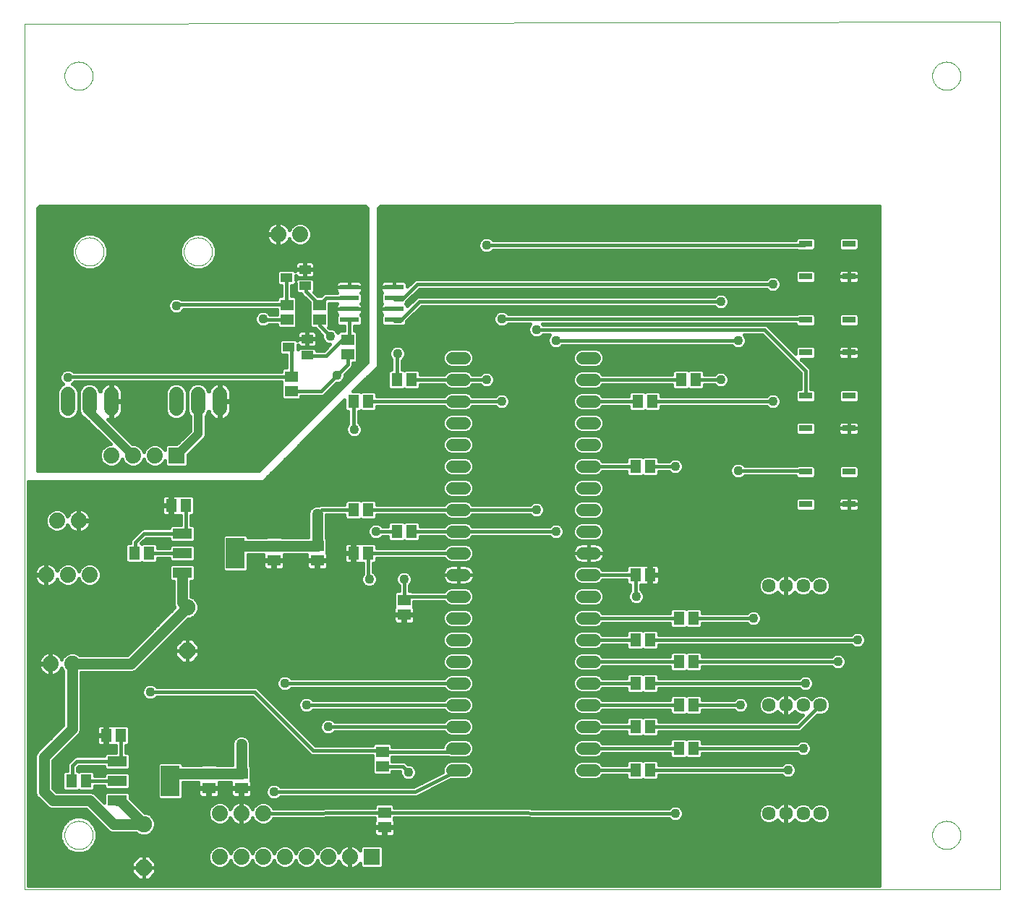
<source format=gtl>
G75*
G70*
%OFA0B0*%
%FSLAX24Y24*%
%IPPOS*%
%LPD*%
%AMOC8*
5,1,8,0,0,1.08239X$1,22.5*
%
%ADD10C,0.0000*%
%ADD11C,0.0560*%
%ADD12R,0.0880X0.0480*%
%ADD13R,0.0866X0.1417*%
%ADD14R,0.0512X0.0591*%
%ADD15R,0.0591X0.0512*%
%ADD16C,0.0750*%
%ADD17OC8,0.0750*%
%ADD18C,0.0634*%
%ADD19R,0.0600X0.0300*%
%ADD20C,0.0740*%
%ADD21R,0.0740X0.0740*%
%ADD22C,0.0680*%
%ADD23R,0.0870X0.0240*%
%ADD24R,0.0551X0.0394*%
%ADD25C,0.0160*%
%ADD26C,0.0500*%
%ADD27C,0.0500*%
%ADD28C,0.0436*%
%ADD29C,0.0400*%
D10*
X000484Y000393D02*
X000484Y040289D01*
X045454Y040389D01*
X045454Y000393D01*
X000484Y000393D01*
X002334Y002893D02*
X002336Y002943D01*
X002342Y002993D01*
X002352Y003043D01*
X002365Y003091D01*
X002382Y003139D01*
X002403Y003185D01*
X002427Y003229D01*
X002455Y003271D01*
X002486Y003311D01*
X002520Y003348D01*
X002557Y003383D01*
X002596Y003414D01*
X002637Y003443D01*
X002681Y003468D01*
X002727Y003490D01*
X002774Y003508D01*
X002822Y003522D01*
X002871Y003533D01*
X002921Y003540D01*
X002971Y003543D01*
X003022Y003542D01*
X003072Y003537D01*
X003122Y003528D01*
X003170Y003516D01*
X003218Y003499D01*
X003264Y003479D01*
X003309Y003456D01*
X003352Y003429D01*
X003392Y003399D01*
X003430Y003366D01*
X003465Y003330D01*
X003498Y003291D01*
X003527Y003250D01*
X003553Y003207D01*
X003576Y003162D01*
X003595Y003115D01*
X003610Y003067D01*
X003622Y003018D01*
X003630Y002968D01*
X003634Y002918D01*
X003634Y002868D01*
X003630Y002818D01*
X003622Y002768D01*
X003610Y002719D01*
X003595Y002671D01*
X003576Y002624D01*
X003553Y002579D01*
X003527Y002536D01*
X003498Y002495D01*
X003465Y002456D01*
X003430Y002420D01*
X003392Y002387D01*
X003352Y002357D01*
X003309Y002330D01*
X003264Y002307D01*
X003218Y002287D01*
X003170Y002270D01*
X003122Y002258D01*
X003072Y002249D01*
X003022Y002244D01*
X002971Y002243D01*
X002921Y002246D01*
X002871Y002253D01*
X002822Y002264D01*
X002774Y002278D01*
X002727Y002296D01*
X002681Y002318D01*
X002637Y002343D01*
X002596Y002372D01*
X002557Y002403D01*
X002520Y002438D01*
X002486Y002475D01*
X002455Y002515D01*
X002427Y002557D01*
X002403Y002601D01*
X002382Y002647D01*
X002365Y002695D01*
X002352Y002743D01*
X002342Y002793D01*
X002336Y002843D01*
X002334Y002893D01*
X002834Y029793D02*
X002836Y029843D01*
X002842Y029893D01*
X002852Y029943D01*
X002865Y029991D01*
X002882Y030039D01*
X002903Y030085D01*
X002927Y030129D01*
X002955Y030171D01*
X002986Y030211D01*
X003020Y030248D01*
X003057Y030283D01*
X003096Y030314D01*
X003137Y030343D01*
X003181Y030368D01*
X003227Y030390D01*
X003274Y030408D01*
X003322Y030422D01*
X003371Y030433D01*
X003421Y030440D01*
X003471Y030443D01*
X003522Y030442D01*
X003572Y030437D01*
X003622Y030428D01*
X003670Y030416D01*
X003718Y030399D01*
X003764Y030379D01*
X003809Y030356D01*
X003852Y030329D01*
X003892Y030299D01*
X003930Y030266D01*
X003965Y030230D01*
X003998Y030191D01*
X004027Y030150D01*
X004053Y030107D01*
X004076Y030062D01*
X004095Y030015D01*
X004110Y029967D01*
X004122Y029918D01*
X004130Y029868D01*
X004134Y029818D01*
X004134Y029768D01*
X004130Y029718D01*
X004122Y029668D01*
X004110Y029619D01*
X004095Y029571D01*
X004076Y029524D01*
X004053Y029479D01*
X004027Y029436D01*
X003998Y029395D01*
X003965Y029356D01*
X003930Y029320D01*
X003892Y029287D01*
X003852Y029257D01*
X003809Y029230D01*
X003764Y029207D01*
X003718Y029187D01*
X003670Y029170D01*
X003622Y029158D01*
X003572Y029149D01*
X003522Y029144D01*
X003471Y029143D01*
X003421Y029146D01*
X003371Y029153D01*
X003322Y029164D01*
X003274Y029178D01*
X003227Y029196D01*
X003181Y029218D01*
X003137Y029243D01*
X003096Y029272D01*
X003057Y029303D01*
X003020Y029338D01*
X002986Y029375D01*
X002955Y029415D01*
X002927Y029457D01*
X002903Y029501D01*
X002882Y029547D01*
X002865Y029595D01*
X002852Y029643D01*
X002842Y029693D01*
X002836Y029743D01*
X002834Y029793D01*
X007834Y029793D02*
X007836Y029843D01*
X007842Y029893D01*
X007852Y029943D01*
X007865Y029991D01*
X007882Y030039D01*
X007903Y030085D01*
X007927Y030129D01*
X007955Y030171D01*
X007986Y030211D01*
X008020Y030248D01*
X008057Y030283D01*
X008096Y030314D01*
X008137Y030343D01*
X008181Y030368D01*
X008227Y030390D01*
X008274Y030408D01*
X008322Y030422D01*
X008371Y030433D01*
X008421Y030440D01*
X008471Y030443D01*
X008522Y030442D01*
X008572Y030437D01*
X008622Y030428D01*
X008670Y030416D01*
X008718Y030399D01*
X008764Y030379D01*
X008809Y030356D01*
X008852Y030329D01*
X008892Y030299D01*
X008930Y030266D01*
X008965Y030230D01*
X008998Y030191D01*
X009027Y030150D01*
X009053Y030107D01*
X009076Y030062D01*
X009095Y030015D01*
X009110Y029967D01*
X009122Y029918D01*
X009130Y029868D01*
X009134Y029818D01*
X009134Y029768D01*
X009130Y029718D01*
X009122Y029668D01*
X009110Y029619D01*
X009095Y029571D01*
X009076Y029524D01*
X009053Y029479D01*
X009027Y029436D01*
X008998Y029395D01*
X008965Y029356D01*
X008930Y029320D01*
X008892Y029287D01*
X008852Y029257D01*
X008809Y029230D01*
X008764Y029207D01*
X008718Y029187D01*
X008670Y029170D01*
X008622Y029158D01*
X008572Y029149D01*
X008522Y029144D01*
X008471Y029143D01*
X008421Y029146D01*
X008371Y029153D01*
X008322Y029164D01*
X008274Y029178D01*
X008227Y029196D01*
X008181Y029218D01*
X008137Y029243D01*
X008096Y029272D01*
X008057Y029303D01*
X008020Y029338D01*
X007986Y029375D01*
X007955Y029415D01*
X007927Y029457D01*
X007903Y029501D01*
X007882Y029547D01*
X007865Y029595D01*
X007852Y029643D01*
X007842Y029693D01*
X007836Y029743D01*
X007834Y029793D01*
X002334Y037893D02*
X002336Y037943D01*
X002342Y037993D01*
X002352Y038043D01*
X002365Y038091D01*
X002382Y038139D01*
X002403Y038185D01*
X002427Y038229D01*
X002455Y038271D01*
X002486Y038311D01*
X002520Y038348D01*
X002557Y038383D01*
X002596Y038414D01*
X002637Y038443D01*
X002681Y038468D01*
X002727Y038490D01*
X002774Y038508D01*
X002822Y038522D01*
X002871Y038533D01*
X002921Y038540D01*
X002971Y038543D01*
X003022Y038542D01*
X003072Y038537D01*
X003122Y038528D01*
X003170Y038516D01*
X003218Y038499D01*
X003264Y038479D01*
X003309Y038456D01*
X003352Y038429D01*
X003392Y038399D01*
X003430Y038366D01*
X003465Y038330D01*
X003498Y038291D01*
X003527Y038250D01*
X003553Y038207D01*
X003576Y038162D01*
X003595Y038115D01*
X003610Y038067D01*
X003622Y038018D01*
X003630Y037968D01*
X003634Y037918D01*
X003634Y037868D01*
X003630Y037818D01*
X003622Y037768D01*
X003610Y037719D01*
X003595Y037671D01*
X003576Y037624D01*
X003553Y037579D01*
X003527Y037536D01*
X003498Y037495D01*
X003465Y037456D01*
X003430Y037420D01*
X003392Y037387D01*
X003352Y037357D01*
X003309Y037330D01*
X003264Y037307D01*
X003218Y037287D01*
X003170Y037270D01*
X003122Y037258D01*
X003072Y037249D01*
X003022Y037244D01*
X002971Y037243D01*
X002921Y037246D01*
X002871Y037253D01*
X002822Y037264D01*
X002774Y037278D01*
X002727Y037296D01*
X002681Y037318D01*
X002637Y037343D01*
X002596Y037372D01*
X002557Y037403D01*
X002520Y037438D01*
X002486Y037475D01*
X002455Y037515D01*
X002427Y037557D01*
X002403Y037601D01*
X002382Y037647D01*
X002365Y037695D01*
X002352Y037743D01*
X002342Y037793D01*
X002336Y037843D01*
X002334Y037893D01*
X042334Y037893D02*
X042336Y037943D01*
X042342Y037993D01*
X042352Y038043D01*
X042365Y038091D01*
X042382Y038139D01*
X042403Y038185D01*
X042427Y038229D01*
X042455Y038271D01*
X042486Y038311D01*
X042520Y038348D01*
X042557Y038383D01*
X042596Y038414D01*
X042637Y038443D01*
X042681Y038468D01*
X042727Y038490D01*
X042774Y038508D01*
X042822Y038522D01*
X042871Y038533D01*
X042921Y038540D01*
X042971Y038543D01*
X043022Y038542D01*
X043072Y038537D01*
X043122Y038528D01*
X043170Y038516D01*
X043218Y038499D01*
X043264Y038479D01*
X043309Y038456D01*
X043352Y038429D01*
X043392Y038399D01*
X043430Y038366D01*
X043465Y038330D01*
X043498Y038291D01*
X043527Y038250D01*
X043553Y038207D01*
X043576Y038162D01*
X043595Y038115D01*
X043610Y038067D01*
X043622Y038018D01*
X043630Y037968D01*
X043634Y037918D01*
X043634Y037868D01*
X043630Y037818D01*
X043622Y037768D01*
X043610Y037719D01*
X043595Y037671D01*
X043576Y037624D01*
X043553Y037579D01*
X043527Y037536D01*
X043498Y037495D01*
X043465Y037456D01*
X043430Y037420D01*
X043392Y037387D01*
X043352Y037357D01*
X043309Y037330D01*
X043264Y037307D01*
X043218Y037287D01*
X043170Y037270D01*
X043122Y037258D01*
X043072Y037249D01*
X043022Y037244D01*
X042971Y037243D01*
X042921Y037246D01*
X042871Y037253D01*
X042822Y037264D01*
X042774Y037278D01*
X042727Y037296D01*
X042681Y037318D01*
X042637Y037343D01*
X042596Y037372D01*
X042557Y037403D01*
X042520Y037438D01*
X042486Y037475D01*
X042455Y037515D01*
X042427Y037557D01*
X042403Y037601D01*
X042382Y037647D01*
X042365Y037695D01*
X042352Y037743D01*
X042342Y037793D01*
X042336Y037843D01*
X042334Y037893D01*
X042334Y002893D02*
X042336Y002943D01*
X042342Y002993D01*
X042352Y003043D01*
X042365Y003091D01*
X042382Y003139D01*
X042403Y003185D01*
X042427Y003229D01*
X042455Y003271D01*
X042486Y003311D01*
X042520Y003348D01*
X042557Y003383D01*
X042596Y003414D01*
X042637Y003443D01*
X042681Y003468D01*
X042727Y003490D01*
X042774Y003508D01*
X042822Y003522D01*
X042871Y003533D01*
X042921Y003540D01*
X042971Y003543D01*
X043022Y003542D01*
X043072Y003537D01*
X043122Y003528D01*
X043170Y003516D01*
X043218Y003499D01*
X043264Y003479D01*
X043309Y003456D01*
X043352Y003429D01*
X043392Y003399D01*
X043430Y003366D01*
X043465Y003330D01*
X043498Y003291D01*
X043527Y003250D01*
X043553Y003207D01*
X043576Y003162D01*
X043595Y003115D01*
X043610Y003067D01*
X043622Y003018D01*
X043630Y002968D01*
X043634Y002918D01*
X043634Y002868D01*
X043630Y002818D01*
X043622Y002768D01*
X043610Y002719D01*
X043595Y002671D01*
X043576Y002624D01*
X043553Y002579D01*
X043527Y002536D01*
X043498Y002495D01*
X043465Y002456D01*
X043430Y002420D01*
X043392Y002387D01*
X043352Y002357D01*
X043309Y002330D01*
X043264Y002307D01*
X043218Y002287D01*
X043170Y002270D01*
X043122Y002258D01*
X043072Y002249D01*
X043022Y002244D01*
X042971Y002243D01*
X042921Y002246D01*
X042871Y002253D01*
X042822Y002264D01*
X042774Y002278D01*
X042727Y002296D01*
X042681Y002318D01*
X042637Y002343D01*
X042596Y002372D01*
X042557Y002403D01*
X042520Y002438D01*
X042486Y002475D01*
X042455Y002515D01*
X042427Y002557D01*
X042403Y002601D01*
X042382Y002647D01*
X042365Y002695D01*
X042352Y002743D01*
X042342Y002793D01*
X042336Y002843D01*
X042334Y002893D01*
D11*
X026764Y005893D02*
X026204Y005893D01*
X026204Y006893D02*
X026764Y006893D01*
X026764Y007893D02*
X026204Y007893D01*
X026204Y008893D02*
X026764Y008893D01*
X026764Y009893D02*
X026204Y009893D01*
X026204Y010893D02*
X026764Y010893D01*
X026764Y011893D02*
X026204Y011893D01*
X026204Y012893D02*
X026764Y012893D01*
X026764Y013893D02*
X026204Y013893D01*
X026204Y014893D02*
X026764Y014893D01*
X026764Y015893D02*
X026204Y015893D01*
X026204Y016893D02*
X026764Y016893D01*
X026764Y017893D02*
X026204Y017893D01*
X026204Y018893D02*
X026764Y018893D01*
X026764Y019893D02*
X026204Y019893D01*
X026204Y020893D02*
X026764Y020893D01*
X026764Y021893D02*
X026204Y021893D01*
X026204Y022893D02*
X026764Y022893D01*
X026764Y023893D02*
X026204Y023893D01*
X026204Y024893D02*
X026764Y024893D01*
X020764Y024893D02*
X020204Y024893D01*
X020204Y023893D02*
X020764Y023893D01*
X020764Y022893D02*
X020204Y022893D01*
X020204Y021893D02*
X020764Y021893D01*
X020764Y020893D02*
X020204Y020893D01*
X020204Y019893D02*
X020764Y019893D01*
X020764Y018893D02*
X020204Y018893D01*
X020204Y017893D02*
X020764Y017893D01*
X020764Y016893D02*
X020204Y016893D01*
X020204Y015893D02*
X020764Y015893D01*
X020764Y014893D02*
X020204Y014893D01*
X020204Y013893D02*
X020764Y013893D01*
X020764Y012893D02*
X020204Y012893D01*
X020204Y011893D02*
X020764Y011893D01*
X020764Y010893D02*
X020204Y010893D01*
X020204Y009893D02*
X020764Y009893D01*
X020764Y008893D02*
X020204Y008893D01*
X020204Y007893D02*
X020764Y007893D01*
X020764Y006893D02*
X020204Y006893D01*
X020204Y005893D02*
X020764Y005893D01*
D12*
X007764Y014983D03*
X007764Y015893D03*
X007764Y016803D03*
X004764Y006303D03*
X004764Y005393D03*
X004764Y004483D03*
D13*
X007204Y005393D03*
X010204Y015893D03*
D14*
X007918Y018093D03*
X007249Y018093D03*
X006218Y015893D03*
X005549Y015893D03*
X004918Y007493D03*
X004249Y007493D03*
X003318Y005393D03*
X002649Y005393D03*
X015649Y015893D03*
X016318Y015893D03*
X017649Y016893D03*
X018318Y016893D03*
X016318Y017893D03*
X015649Y017893D03*
X015649Y022893D03*
X016318Y022893D03*
X017649Y023893D03*
X018318Y023893D03*
X028749Y022893D03*
X029418Y022893D03*
X030749Y023893D03*
X031418Y023893D03*
X029318Y019893D03*
X028649Y019893D03*
X028649Y014893D03*
X029318Y014893D03*
X030649Y012893D03*
X031318Y012893D03*
X029318Y011893D03*
X028649Y011893D03*
X030649Y010893D03*
X031318Y010893D03*
X029318Y009893D03*
X028649Y009893D03*
X030649Y008893D03*
X031318Y008893D03*
X031318Y006893D03*
X030649Y006893D03*
X029318Y005893D03*
X028649Y005893D03*
X028649Y007893D03*
X029318Y007893D03*
D15*
X017984Y013058D03*
X017984Y013728D03*
X013984Y015558D03*
X013984Y016228D03*
X011984Y016228D03*
X011984Y015558D03*
X012784Y023358D03*
X012784Y024028D03*
X012584Y026658D03*
X012584Y027328D03*
X014084Y027328D03*
X014084Y026658D03*
X015384Y025728D03*
X015384Y025058D03*
X016984Y006728D03*
X016984Y006058D03*
X017084Y003928D03*
X017084Y003258D03*
X010484Y005058D03*
X010484Y005728D03*
X008984Y005728D03*
X008984Y005058D03*
D16*
X005984Y003393D03*
X007984Y013393D03*
D17*
X007984Y011393D03*
X005984Y001393D03*
D18*
X034803Y003893D03*
X035590Y003893D03*
X036377Y003893D03*
X037165Y003893D03*
X037165Y008893D03*
X036377Y008893D03*
X035590Y008893D03*
X034803Y008893D03*
X034803Y014393D03*
X035590Y014393D03*
X036377Y014393D03*
X037165Y014393D03*
D19*
X036484Y018143D03*
X036484Y019643D03*
X038484Y019643D03*
X038484Y018143D03*
X038484Y021643D03*
X038484Y023143D03*
X036484Y023143D03*
X036484Y021643D03*
X036484Y025143D03*
X036484Y026643D03*
X038484Y026643D03*
X038484Y025143D03*
X038484Y028643D03*
X038484Y030143D03*
X036484Y030143D03*
X036484Y028643D03*
D20*
X013184Y030593D03*
X012184Y030593D03*
X006484Y020393D03*
X005484Y020393D03*
X004484Y020393D03*
X002984Y017393D03*
X001984Y017393D03*
X002484Y014893D03*
X003484Y014893D03*
X001484Y014893D03*
X001684Y010793D03*
X002684Y010793D03*
X009484Y003893D03*
X010484Y003893D03*
X011484Y003893D03*
X011484Y001893D03*
X010484Y001893D03*
X009484Y001893D03*
X012484Y001893D03*
X013484Y001893D03*
X014484Y001893D03*
X015484Y001893D03*
D21*
X016484Y001893D03*
X007484Y020393D03*
D22*
X007484Y022553D02*
X007484Y023233D01*
X008484Y023233D02*
X008484Y022553D01*
X009484Y022553D02*
X009484Y023233D01*
X004484Y023233D02*
X004484Y022553D01*
X003484Y022553D02*
X003484Y023233D01*
X002484Y023233D02*
X002484Y022553D01*
D23*
X015454Y026643D03*
X015454Y027143D03*
X015454Y027643D03*
X015454Y028143D03*
X017514Y028143D03*
X017514Y027643D03*
X017514Y027143D03*
X017514Y026643D03*
D24*
X013517Y025767D03*
X013517Y025019D03*
X012651Y025393D03*
X013417Y028219D03*
X013417Y028967D03*
X012551Y028593D03*
D25*
X012551Y027361D01*
X007484Y027361D01*
X007484Y027293D01*
X007754Y027028D02*
X011305Y027028D01*
X011270Y027014D02*
X011163Y026907D01*
X011106Y026768D01*
X011106Y026618D01*
X011163Y026479D01*
X011270Y026373D01*
X011409Y026315D01*
X011559Y026315D01*
X011698Y026373D01*
X011744Y026418D01*
X012129Y026418D01*
X012129Y026336D01*
X012222Y026243D01*
X012945Y026243D01*
X013039Y026336D01*
X013039Y026981D01*
X013027Y026993D01*
X013039Y027006D01*
X013039Y027650D01*
X012945Y027744D01*
X012791Y027744D01*
X012791Y028236D01*
X012893Y028236D01*
X012981Y028325D01*
X012981Y027956D01*
X013075Y027862D01*
X013227Y027862D01*
X013239Y027833D01*
X013629Y027444D01*
X013629Y027006D01*
X013641Y026993D01*
X013629Y026981D01*
X013629Y026336D01*
X013722Y026243D01*
X013895Y026243D01*
X014206Y025932D01*
X014206Y025818D01*
X014263Y025679D01*
X014370Y025573D01*
X014509Y025515D01*
X014566Y025515D01*
X014284Y025233D01*
X013952Y025233D01*
X013952Y025282D01*
X013859Y025376D01*
X013175Y025376D01*
X013086Y025287D01*
X013086Y025479D01*
X013097Y025460D01*
X013131Y025426D01*
X013172Y025403D01*
X013218Y025390D01*
X013498Y025390D01*
X013498Y025748D01*
X013535Y025748D01*
X013535Y025390D01*
X013816Y025390D01*
X013862Y025403D01*
X013903Y025426D01*
X013936Y025460D01*
X013960Y025501D01*
X013972Y025546D01*
X013972Y025749D01*
X013536Y025749D01*
X013536Y025786D01*
X013972Y025786D01*
X013972Y025988D01*
X013960Y026033D01*
X013936Y026074D01*
X013903Y026108D01*
X013862Y026132D01*
X013816Y026144D01*
X013535Y026144D01*
X013535Y025786D01*
X013498Y025786D01*
X013498Y026144D01*
X013218Y026144D01*
X013172Y026132D01*
X013131Y026108D01*
X013097Y026074D01*
X013074Y026033D01*
X013061Y025988D01*
X013061Y025786D01*
X013498Y025786D01*
X013498Y025749D01*
X013061Y025749D01*
X013061Y025681D01*
X012993Y025750D01*
X012309Y025750D01*
X012215Y025656D01*
X012215Y025130D01*
X012309Y025036D01*
X012544Y025036D01*
X012544Y024444D01*
X012422Y024444D01*
X012329Y024350D01*
X012329Y024268D01*
X002744Y024268D01*
X002698Y024314D01*
X002559Y024371D01*
X002409Y024371D01*
X002270Y024314D01*
X002163Y024207D01*
X002106Y024068D01*
X002106Y023918D01*
X002163Y023779D01*
X002260Y023682D01*
X002201Y023657D01*
X002060Y023516D01*
X001984Y023333D01*
X001984Y022454D01*
X002060Y022270D01*
X002201Y022129D01*
X002384Y022053D01*
X002583Y022053D01*
X002767Y022129D01*
X002908Y022270D01*
X002984Y022454D01*
X003060Y022270D01*
X003201Y022129D01*
X003265Y022102D01*
X004445Y020923D01*
X004378Y020923D01*
X004184Y020842D01*
X004034Y020693D01*
X003954Y020499D01*
X003954Y020288D01*
X004034Y020093D01*
X004184Y019944D01*
X004378Y019863D01*
X004589Y019863D01*
X004784Y019944D01*
X004933Y020093D01*
X004984Y020215D01*
X005034Y020093D01*
X005184Y019944D01*
X005378Y019863D01*
X005589Y019863D01*
X005784Y019944D01*
X005933Y020093D01*
X005984Y020215D01*
X006034Y020093D01*
X006184Y019944D01*
X006378Y019863D01*
X006589Y019863D01*
X006784Y019944D01*
X006933Y020093D01*
X006954Y020143D01*
X006954Y019957D01*
X007047Y019863D01*
X007920Y019863D01*
X008014Y019957D01*
X008014Y020414D01*
X008789Y021189D01*
X008844Y021321D01*
X008844Y021465D01*
X008844Y022206D01*
X008908Y022270D01*
X008976Y022435D01*
X008977Y022431D01*
X008974Y022431D01*
X008977Y022431D02*
X009002Y022353D01*
X009039Y022281D01*
X009087Y022214D01*
X009145Y022156D01*
X009211Y022108D01*
X009284Y022071D01*
X009362Y022046D01*
X009443Y022033D01*
X009454Y022033D01*
X009454Y022863D01*
X009514Y022863D01*
X009514Y022923D01*
X010004Y022923D01*
X010004Y023274D01*
X009991Y023355D01*
X009966Y023433D01*
X009929Y023506D01*
X009880Y023572D01*
X009823Y023630D01*
X009756Y023678D01*
X009683Y023715D01*
X009606Y023740D01*
X009525Y023753D01*
X009514Y023753D01*
X009514Y022923D01*
X009454Y022923D01*
X009454Y023753D01*
X009443Y023753D01*
X009362Y023740D01*
X009284Y023715D01*
X009211Y023678D01*
X009145Y023630D01*
X009087Y023572D01*
X009039Y023506D01*
X009002Y023433D01*
X008977Y023355D01*
X008976Y023351D01*
X008908Y023516D01*
X008767Y023657D01*
X008583Y023733D01*
X008384Y023733D01*
X008201Y023657D01*
X008060Y023516D01*
X007984Y023333D01*
X007908Y023516D01*
X007767Y023657D01*
X007583Y023733D01*
X007384Y023733D01*
X007201Y023657D01*
X007060Y023516D01*
X006984Y023333D01*
X006984Y022454D01*
X007060Y022270D01*
X007201Y022129D01*
X007384Y022053D01*
X007583Y022053D01*
X007767Y022129D01*
X007908Y022270D01*
X007984Y022454D01*
X008060Y022270D01*
X008124Y022206D01*
X008124Y021542D01*
X007505Y020923D01*
X007047Y020923D01*
X006954Y020829D01*
X006954Y020643D01*
X006933Y020693D01*
X006784Y020842D01*
X006589Y020923D01*
X006378Y020923D01*
X006184Y020842D01*
X006034Y020693D01*
X005984Y020571D01*
X005933Y020693D01*
X005784Y020842D01*
X005589Y020923D01*
X005463Y020923D01*
X004329Y022056D01*
X004362Y022046D01*
X004443Y022033D01*
X004454Y022033D01*
X004454Y022863D01*
X004514Y022863D01*
X004514Y022923D01*
X005004Y022923D01*
X005004Y023274D01*
X004991Y023355D01*
X004966Y023433D01*
X004929Y023506D01*
X004880Y023572D01*
X004823Y023630D01*
X004756Y023678D01*
X004683Y023715D01*
X004606Y023740D01*
X004525Y023753D01*
X004514Y023753D01*
X004514Y022923D01*
X004454Y022923D01*
X004454Y023753D01*
X004443Y023753D01*
X004362Y023740D01*
X004284Y023715D01*
X004211Y023678D01*
X004145Y023630D01*
X004087Y023572D01*
X004039Y023506D01*
X004002Y023433D01*
X003977Y023355D01*
X003976Y023351D01*
X003908Y023516D01*
X003767Y023657D01*
X003583Y023733D01*
X003384Y023733D01*
X003201Y023657D01*
X003060Y023516D01*
X002984Y023333D01*
X002908Y023516D01*
X002767Y023657D01*
X002707Y023682D01*
X002804Y023779D01*
X002808Y023788D01*
X012329Y023788D01*
X012329Y023706D01*
X012341Y023693D01*
X012329Y023681D01*
X012329Y023036D01*
X012422Y022943D01*
X013145Y022943D01*
X013239Y023036D01*
X013239Y023118D01*
X014101Y023118D01*
X014197Y023118D01*
X014285Y023155D01*
X014845Y023715D01*
X014959Y023715D01*
X015098Y023773D01*
X015204Y023879D01*
X015262Y024018D01*
X015262Y024132D01*
X015587Y024457D01*
X015624Y024545D01*
X015624Y024641D01*
X015624Y024643D01*
X015745Y024643D01*
X015839Y024736D01*
X015839Y025381D01*
X015827Y025393D01*
X015839Y025406D01*
X015839Y026050D01*
X015745Y026144D01*
X015694Y026144D01*
X015694Y026363D01*
X015955Y026363D01*
X016049Y026457D01*
X016049Y026829D01*
X015999Y026879D01*
X015999Y026879D01*
X016033Y026913D01*
X016056Y026954D01*
X016069Y026999D01*
X016069Y027143D01*
X015454Y027143D01*
X015454Y027143D01*
X016069Y027143D01*
X016069Y027287D01*
X016056Y027333D01*
X016033Y027374D01*
X015999Y027407D01*
X016049Y027457D01*
X016049Y027829D01*
X015999Y027879D01*
X015999Y027879D01*
X016033Y027913D01*
X016056Y027954D01*
X016069Y027999D01*
X016069Y028143D01*
X015454Y028143D01*
X015454Y028143D01*
X016069Y028143D01*
X016069Y028287D01*
X016056Y028333D01*
X016033Y028374D01*
X015999Y028407D01*
X015958Y028431D01*
X015912Y028443D01*
X015454Y028443D01*
X015454Y028143D01*
X015454Y028143D01*
X015454Y028443D01*
X014995Y028443D01*
X014949Y028431D01*
X014908Y028407D01*
X014875Y028374D01*
X014851Y028333D01*
X014839Y028287D01*
X014839Y028143D01*
X014839Y027999D01*
X014851Y027954D01*
X014875Y027913D01*
X014904Y027883D01*
X014447Y027883D01*
X014351Y027883D01*
X014263Y027846D01*
X014160Y027744D01*
X014007Y027744D01*
X013824Y027927D01*
X013852Y027956D01*
X013852Y028482D01*
X013759Y028576D01*
X013075Y028576D01*
X012986Y028487D01*
X012986Y028679D01*
X012997Y028660D01*
X013031Y028626D01*
X013072Y028603D01*
X013118Y028590D01*
X013398Y028590D01*
X013398Y028948D01*
X013435Y028948D01*
X013435Y028590D01*
X013716Y028590D01*
X013762Y028603D01*
X013803Y028626D01*
X013836Y028660D01*
X013860Y028701D01*
X013872Y028746D01*
X013872Y028949D01*
X013436Y028949D01*
X013436Y028986D01*
X013872Y028986D01*
X013872Y029188D01*
X013860Y029233D01*
X013836Y029274D01*
X013803Y029308D01*
X013762Y029332D01*
X013716Y029344D01*
X013435Y029344D01*
X013435Y028986D01*
X013398Y028986D01*
X013398Y029344D01*
X013118Y029344D01*
X013072Y029332D01*
X013031Y029308D01*
X012997Y029274D01*
X012974Y029233D01*
X012961Y029188D01*
X012961Y028986D01*
X013398Y028986D01*
X013398Y028949D01*
X012961Y028949D01*
X012961Y028881D01*
X012893Y028950D01*
X012209Y028950D01*
X012115Y028856D01*
X012115Y028330D01*
X012209Y028236D01*
X012311Y028236D01*
X012311Y027744D01*
X012222Y027744D01*
X012129Y027650D01*
X012129Y027601D01*
X007711Y027601D01*
X007698Y027614D01*
X007559Y027671D01*
X007409Y027671D01*
X007270Y027614D01*
X007163Y027507D01*
X007106Y027368D01*
X007106Y027218D01*
X007163Y027079D01*
X007270Y026973D01*
X007409Y026915D01*
X007559Y026915D01*
X007698Y026973D01*
X007804Y027079D01*
X007822Y027121D01*
X012129Y027121D01*
X012129Y027006D01*
X012141Y026993D01*
X012129Y026981D01*
X012129Y026898D01*
X011808Y026898D01*
X011804Y026907D01*
X011698Y027014D01*
X011559Y027071D01*
X011409Y027071D01*
X011270Y027014D01*
X011148Y026870D02*
X001084Y026870D01*
X001084Y027028D02*
X007214Y027028D01*
X007118Y027187D02*
X001084Y027187D01*
X001084Y027345D02*
X007106Y027345D01*
X007162Y027504D02*
X001084Y027504D01*
X001084Y027663D02*
X007388Y027663D01*
X007580Y027663D02*
X012141Y027663D01*
X012311Y027821D02*
X001084Y027821D01*
X001084Y027980D02*
X012311Y027980D01*
X012311Y028138D02*
X001084Y028138D01*
X001084Y028297D02*
X012148Y028297D01*
X012115Y028455D02*
X001084Y028455D01*
X001084Y028614D02*
X012115Y028614D01*
X012115Y028772D02*
X001084Y028772D01*
X001084Y028931D02*
X012190Y028931D01*
X012912Y028931D02*
X012961Y028931D01*
X012961Y029089D02*
X008954Y029089D01*
X009187Y029323D01*
X009314Y029628D01*
X009314Y029958D01*
X009187Y030263D01*
X008954Y030497D01*
X008649Y030623D01*
X008319Y030623D01*
X008014Y030497D01*
X007780Y030263D01*
X007654Y029958D01*
X007654Y029628D01*
X007780Y029323D01*
X008014Y029089D01*
X003954Y029089D01*
X004187Y029323D01*
X004314Y029628D01*
X004314Y029958D01*
X004187Y030263D01*
X003954Y030497D01*
X003649Y030623D01*
X003319Y030623D01*
X003014Y030497D01*
X002780Y030263D01*
X002654Y029958D01*
X002654Y029628D01*
X002780Y029323D01*
X003014Y029089D01*
X001084Y029089D01*
X001084Y029248D02*
X002855Y029248D01*
X002745Y029406D02*
X001084Y029406D01*
X001084Y029565D02*
X002680Y029565D01*
X002654Y029724D02*
X001084Y029724D01*
X001084Y029882D02*
X002654Y029882D01*
X002688Y030041D02*
X001084Y030041D01*
X001084Y030199D02*
X002754Y030199D01*
X002875Y030358D02*
X001084Y030358D01*
X001084Y030516D02*
X003061Y030516D01*
X003907Y030516D02*
X008061Y030516D01*
X007875Y030358D02*
X004093Y030358D01*
X004214Y030199D02*
X007754Y030199D01*
X007688Y030041D02*
X004280Y030041D01*
X004314Y029882D02*
X007654Y029882D01*
X007654Y029724D02*
X004314Y029724D01*
X004288Y029565D02*
X007680Y029565D01*
X007745Y029406D02*
X004222Y029406D01*
X004112Y029248D02*
X007855Y029248D01*
X008014Y029089D02*
X008319Y028963D01*
X008649Y028963D01*
X008954Y029089D01*
X009112Y029248D02*
X012982Y029248D01*
X013398Y029248D02*
X013435Y029248D01*
X013435Y029089D02*
X013398Y029089D01*
X013398Y028931D02*
X013435Y028931D01*
X013435Y028772D02*
X013398Y028772D01*
X013398Y028614D02*
X013435Y028614D01*
X013781Y028614D02*
X016284Y028614D01*
X016284Y028772D02*
X013872Y028772D01*
X013872Y028931D02*
X016284Y028931D01*
X016284Y029089D02*
X013872Y029089D01*
X013852Y029248D02*
X016284Y029248D01*
X016284Y029406D02*
X009222Y029406D01*
X009288Y029565D02*
X016284Y029565D01*
X016284Y029724D02*
X009314Y029724D01*
X009314Y029882D02*
X016284Y029882D01*
X016284Y030041D02*
X009280Y030041D01*
X009214Y030199D02*
X011800Y030199D01*
X011825Y030174D02*
X011896Y030123D01*
X011973Y030083D01*
X012055Y030057D01*
X012140Y030043D01*
X012164Y030043D01*
X012164Y030573D01*
X012204Y030573D01*
X012204Y030043D01*
X012227Y030043D01*
X012313Y030057D01*
X012395Y030083D01*
X012472Y030123D01*
X012542Y030174D01*
X012603Y030235D01*
X012654Y030305D01*
X012693Y030382D01*
X012695Y030388D01*
X012734Y030293D01*
X012884Y030144D01*
X013078Y030063D01*
X013289Y030063D01*
X013484Y030144D01*
X013633Y030293D01*
X013714Y030488D01*
X013714Y030699D01*
X013633Y030893D01*
X013484Y031042D01*
X013289Y031123D01*
X013078Y031123D01*
X012884Y031042D01*
X012734Y030893D01*
X012695Y030799D01*
X012693Y030804D01*
X012654Y030881D01*
X012603Y030951D01*
X012542Y031013D01*
X012472Y031063D01*
X012395Y031103D01*
X012313Y031129D01*
X012227Y031143D01*
X012204Y031143D01*
X012204Y030613D01*
X012164Y030613D01*
X012164Y031143D01*
X012140Y031143D01*
X012055Y031129D01*
X011973Y031103D01*
X011896Y031063D01*
X011825Y031013D01*
X011764Y030951D01*
X011713Y030881D01*
X011674Y030804D01*
X011647Y030722D01*
X011634Y030636D01*
X011634Y030613D01*
X012164Y030613D01*
X012164Y030573D01*
X011634Y030573D01*
X011634Y030550D01*
X011647Y030464D01*
X011674Y030382D01*
X011713Y030305D01*
X011764Y030235D01*
X011825Y030174D01*
X011686Y030358D02*
X009093Y030358D01*
X008907Y030516D02*
X011639Y030516D01*
X011640Y030675D02*
X001084Y030675D01*
X001084Y030833D02*
X011689Y030833D01*
X011805Y030992D02*
X001084Y030992D01*
X001084Y031150D02*
X016284Y031150D01*
X016284Y030992D02*
X013534Y030992D01*
X013658Y030833D02*
X016284Y030833D01*
X016284Y030675D02*
X013714Y030675D01*
X013714Y030516D02*
X016284Y030516D01*
X016284Y030358D02*
X013660Y030358D01*
X013539Y030199D02*
X016284Y030199D01*
X016784Y030199D02*
X021419Y030199D01*
X021406Y030168D02*
X021406Y030018D01*
X021463Y029879D01*
X021570Y029773D01*
X021709Y029715D01*
X021859Y029715D01*
X021998Y029773D01*
X022079Y029853D01*
X036097Y029853D01*
X036117Y029833D01*
X036850Y029833D01*
X036944Y029927D01*
X036944Y030359D01*
X036850Y030453D01*
X036117Y030453D01*
X036024Y030359D01*
X036024Y030333D01*
X022079Y030333D01*
X021998Y030414D01*
X021859Y030471D01*
X021709Y030471D01*
X021570Y030414D01*
X021463Y030307D01*
X021406Y030168D01*
X021406Y030041D02*
X016784Y030041D01*
X016784Y029882D02*
X021462Y029882D01*
X021688Y029724D02*
X016784Y029724D01*
X016784Y029565D02*
X039884Y029565D01*
X039884Y029406D02*
X016784Y029406D01*
X016784Y029248D02*
X039884Y029248D01*
X039884Y029089D02*
X016784Y029089D01*
X016784Y028931D02*
X036095Y028931D01*
X036117Y028953D02*
X036024Y028859D01*
X036024Y028427D01*
X036117Y028333D01*
X036850Y028333D01*
X036944Y028427D01*
X036944Y028859D01*
X036850Y028953D01*
X036117Y028953D01*
X036024Y028772D02*
X016784Y028772D01*
X016784Y028614D02*
X034770Y028614D01*
X034689Y028533D01*
X018631Y028533D01*
X018536Y028533D01*
X018448Y028496D01*
X018129Y028177D01*
X018129Y028287D01*
X018116Y028333D01*
X018093Y028374D01*
X018059Y028407D01*
X018018Y028431D01*
X017972Y028443D01*
X017514Y028443D01*
X017514Y028143D01*
X017514Y028143D01*
X017514Y028443D01*
X017055Y028443D01*
X017009Y028431D01*
X016968Y028407D01*
X016935Y028374D01*
X016911Y028333D01*
X016899Y028287D01*
X016899Y028143D01*
X016899Y027999D01*
X016911Y027954D01*
X016935Y027913D01*
X016968Y027879D01*
X016968Y027879D01*
X016919Y027829D01*
X016919Y027457D01*
X016968Y027407D01*
X016935Y027374D01*
X016911Y027333D01*
X016899Y027287D01*
X016899Y027143D01*
X016899Y026999D01*
X016911Y026954D01*
X016935Y026913D01*
X016968Y026879D01*
X016968Y026879D01*
X016919Y026829D01*
X016919Y026457D01*
X017012Y026363D01*
X017492Y026363D01*
X017516Y026353D01*
X017611Y026353D01*
X017831Y026353D01*
X017856Y026363D01*
X018015Y026363D01*
X018109Y026457D01*
X018109Y026579D01*
X018783Y027253D01*
X032289Y027253D01*
X032370Y027173D01*
X032509Y027115D01*
X032659Y027115D01*
X032798Y027173D01*
X032904Y027279D01*
X032962Y027418D01*
X032962Y027568D01*
X032904Y027707D01*
X032798Y027814D01*
X032659Y027871D01*
X032509Y027871D01*
X032370Y027814D01*
X032289Y027733D01*
X018731Y027733D01*
X018636Y027733D01*
X018548Y027696D01*
X018129Y027277D01*
X018129Y027287D01*
X018116Y027333D01*
X018093Y027374D01*
X018059Y027407D01*
X018109Y027457D01*
X018109Y027479D01*
X018683Y028053D01*
X034689Y028053D01*
X034770Y027973D01*
X034909Y027915D01*
X035059Y027915D01*
X035198Y027973D01*
X035304Y028079D01*
X035362Y028218D01*
X035362Y028368D01*
X035304Y028507D01*
X035198Y028614D01*
X035059Y028671D01*
X034909Y028671D01*
X034770Y028614D01*
X034984Y028293D02*
X018584Y028293D01*
X017884Y027593D01*
X017564Y027593D01*
X017514Y027643D01*
X017513Y027143D02*
X016899Y027143D01*
X017513Y027143D01*
X017513Y027143D01*
X016968Y027407D02*
X016968Y027407D01*
X016919Y027345D02*
X016784Y027345D01*
X016784Y027187D02*
X016899Y027187D01*
X016899Y027028D02*
X016784Y027028D01*
X016784Y026870D02*
X016959Y026870D01*
X016919Y026711D02*
X016784Y026711D01*
X016784Y026553D02*
X016919Y026553D01*
X016981Y026394D02*
X016784Y026394D01*
X016784Y026236D02*
X023706Y026236D01*
X023706Y026268D02*
X023706Y026118D01*
X023763Y025979D01*
X023870Y025873D01*
X024009Y025815D01*
X024159Y025815D01*
X024298Y025873D01*
X024379Y025953D01*
X024709Y025953D01*
X024663Y025907D01*
X024606Y025768D01*
X024606Y025618D01*
X024663Y025479D01*
X024770Y025373D01*
X024909Y025315D01*
X025059Y025315D01*
X025198Y025373D01*
X025279Y025453D01*
X033089Y025453D01*
X033170Y025373D01*
X033309Y025315D01*
X033459Y025315D01*
X033598Y025373D01*
X033704Y025479D01*
X033762Y025618D01*
X033762Y025768D01*
X033704Y025907D01*
X033658Y025953D01*
X034484Y025953D01*
X036244Y024194D01*
X036244Y023453D01*
X036117Y023453D01*
X036024Y023359D01*
X036024Y022927D01*
X036117Y022833D01*
X036850Y022833D01*
X036944Y022927D01*
X036944Y023359D01*
X036850Y023453D01*
X036724Y023453D01*
X036724Y024341D01*
X036687Y024429D01*
X036620Y024496D01*
X036283Y024833D01*
X036850Y024833D01*
X036944Y024927D01*
X036944Y025359D01*
X036850Y025453D01*
X036117Y025453D01*
X036024Y025359D01*
X036024Y025092D01*
X034720Y026396D01*
X034631Y026433D01*
X034536Y026433D01*
X024379Y026433D01*
X024358Y026453D01*
X036024Y026453D01*
X036024Y026427D01*
X036117Y026333D01*
X036850Y026333D01*
X036944Y026427D01*
X036944Y026859D01*
X036850Y026953D01*
X036117Y026953D01*
X036097Y026933D01*
X022779Y026933D01*
X022698Y027014D01*
X022559Y027071D01*
X022409Y027071D01*
X022270Y027014D01*
X022163Y026907D01*
X022106Y026768D01*
X022106Y026618D01*
X022163Y026479D01*
X022270Y026373D01*
X022409Y026315D01*
X022559Y026315D01*
X022698Y026373D01*
X022779Y026453D01*
X023809Y026453D01*
X023763Y026407D01*
X023706Y026268D01*
X023758Y026394D02*
X022720Y026394D01*
X022484Y026693D02*
X036434Y026693D01*
X036484Y026643D01*
X036944Y026711D02*
X038024Y026711D01*
X038024Y026859D02*
X038024Y026427D01*
X038117Y026333D01*
X038850Y026333D01*
X038944Y026427D01*
X038944Y026859D01*
X038850Y026953D01*
X038117Y026953D01*
X038024Y026859D01*
X038034Y026870D02*
X036933Y026870D01*
X036944Y026553D02*
X038024Y026553D01*
X038056Y026394D02*
X036911Y026394D01*
X036056Y026394D02*
X034722Y026394D01*
X034881Y026236D02*
X039884Y026236D01*
X039884Y026394D02*
X038911Y026394D01*
X038944Y026553D02*
X039884Y026553D01*
X039884Y026711D02*
X038944Y026711D01*
X038933Y026870D02*
X039884Y026870D01*
X039884Y027028D02*
X022662Y027028D01*
X022305Y027028D02*
X018558Y027028D01*
X018400Y026870D02*
X022148Y026870D01*
X022106Y026711D02*
X018241Y026711D01*
X018109Y026553D02*
X022133Y026553D01*
X022248Y026394D02*
X018046Y026394D01*
X017784Y026593D02*
X017564Y026593D01*
X017514Y026643D01*
X017784Y026593D02*
X018684Y027493D01*
X032584Y027493D01*
X032932Y027345D02*
X039884Y027345D01*
X039884Y027187D02*
X032812Y027187D01*
X032962Y027504D02*
X039884Y027504D01*
X039884Y027663D02*
X032923Y027663D01*
X032780Y027821D02*
X039884Y027821D01*
X039884Y027980D02*
X035205Y027980D01*
X035329Y028138D02*
X039884Y028138D01*
X039884Y028297D02*
X035362Y028297D01*
X035326Y028455D02*
X036024Y028455D01*
X036024Y028614D02*
X035197Y028614D01*
X034762Y027980D02*
X018610Y027980D01*
X018451Y027821D02*
X032388Y027821D01*
X032355Y027187D02*
X018717Y027187D01*
X018355Y027504D02*
X018134Y027504D01*
X018059Y027407D02*
X018059Y027407D01*
X018109Y027345D02*
X018197Y027345D01*
X018293Y027663D02*
X018514Y027663D01*
X018248Y028297D02*
X018126Y028297D01*
X018407Y028455D02*
X016784Y028455D01*
X016784Y028297D02*
X016901Y028297D01*
X016899Y028143D02*
X017513Y028143D01*
X016899Y028143D01*
X016899Y028138D02*
X016784Y028138D01*
X016784Y027980D02*
X016904Y027980D01*
X016919Y027821D02*
X016784Y027821D01*
X016784Y027663D02*
X016919Y027663D01*
X016919Y027504D02*
X016784Y027504D01*
X016284Y027504D02*
X016049Y027504D01*
X015999Y027407D02*
X015999Y027407D01*
X016049Y027345D02*
X016284Y027345D01*
X016284Y027187D02*
X016069Y027187D01*
X016069Y027028D02*
X016284Y027028D01*
X016284Y026870D02*
X016008Y026870D01*
X016049Y026711D02*
X016284Y026711D01*
X016284Y026553D02*
X016049Y026553D01*
X015986Y026394D02*
X016284Y026394D01*
X016284Y026236D02*
X015694Y026236D01*
X015812Y026077D02*
X016284Y026077D01*
X016284Y025919D02*
X015839Y025919D01*
X015839Y025760D02*
X016284Y025760D01*
X016284Y025601D02*
X015839Y025601D01*
X015839Y025443D02*
X016284Y025443D01*
X016284Y025284D02*
X015839Y025284D01*
X015839Y025126D02*
X016284Y025126D01*
X016284Y024967D02*
X015839Y024967D01*
X015839Y024809D02*
X016284Y024809D01*
X016284Y024693D02*
X016284Y031793D01*
X016184Y031893D01*
X001184Y031893D01*
X001084Y031793D01*
X001084Y019693D01*
X011284Y019693D01*
X016284Y024693D01*
X016241Y024650D02*
X015753Y024650D01*
X015601Y024492D02*
X016082Y024492D01*
X015924Y024333D02*
X015463Y024333D01*
X015305Y024175D02*
X015765Y024175D01*
X015607Y024016D02*
X015261Y024016D01*
X015183Y023857D02*
X015448Y023857D01*
X015290Y023699D02*
X014829Y023699D01*
X014671Y023540D02*
X015131Y023540D01*
X014973Y023382D02*
X014512Y023382D01*
X014353Y023223D02*
X014814Y023223D01*
X014655Y023065D02*
X013239Y023065D01*
X012784Y023358D02*
X014149Y023358D01*
X014884Y024093D01*
X015384Y024593D01*
X015384Y025058D01*
X015384Y025728D02*
X015118Y025728D01*
X014384Y024993D01*
X013543Y024993D01*
X013517Y025019D01*
X013498Y025443D02*
X013535Y025443D01*
X013535Y025601D02*
X013498Y025601D01*
X013498Y025760D02*
X001084Y025760D01*
X001084Y025601D02*
X012215Y025601D01*
X012215Y025443D02*
X001084Y025443D01*
X001084Y025284D02*
X012215Y025284D01*
X012219Y025126D02*
X001084Y025126D01*
X001084Y024967D02*
X012544Y024967D01*
X012544Y024809D02*
X001084Y024809D01*
X001084Y024650D02*
X012544Y024650D01*
X012544Y024492D02*
X001084Y024492D01*
X001084Y024333D02*
X002317Y024333D01*
X002150Y024175D02*
X001084Y024175D01*
X001084Y024016D02*
X002106Y024016D01*
X002131Y023857D02*
X001084Y023857D01*
X001084Y023699D02*
X002243Y023699D01*
X002084Y023540D02*
X001084Y023540D01*
X001084Y023382D02*
X002004Y023382D01*
X001984Y023223D02*
X001084Y023223D01*
X001084Y023065D02*
X001984Y023065D01*
X001984Y022906D02*
X001084Y022906D01*
X001084Y022748D02*
X001984Y022748D01*
X001984Y022589D02*
X001084Y022589D01*
X001084Y022431D02*
X001993Y022431D01*
X002059Y022272D02*
X001084Y022272D01*
X001084Y022114D02*
X002238Y022114D01*
X002729Y022114D02*
X003238Y022114D01*
X003413Y021955D02*
X001084Y021955D01*
X001084Y021796D02*
X003571Y021796D01*
X003730Y021638D02*
X001084Y021638D01*
X001084Y021479D02*
X003888Y021479D01*
X004047Y021321D02*
X001084Y021321D01*
X001084Y021162D02*
X004206Y021162D01*
X004364Y021004D02*
X001084Y021004D01*
X001084Y020845D02*
X004190Y020845D01*
X004032Y020687D02*
X001084Y020687D01*
X001084Y020528D02*
X003966Y020528D01*
X003954Y020370D02*
X001084Y020370D01*
X001084Y020211D02*
X003986Y020211D01*
X004075Y020052D02*
X001084Y020052D01*
X001084Y019894D02*
X004304Y019894D01*
X004664Y019894D02*
X005304Y019894D01*
X005075Y020052D02*
X004893Y020052D01*
X004982Y020211D02*
X004986Y020211D01*
X005664Y019894D02*
X006304Y019894D01*
X006075Y020052D02*
X005893Y020052D01*
X005982Y020211D02*
X005986Y020211D01*
X005936Y020687D02*
X006032Y020687D01*
X006190Y020845D02*
X005777Y020845D01*
X005382Y021004D02*
X007585Y021004D01*
X007744Y021162D02*
X005224Y021162D01*
X005065Y021321D02*
X007902Y021321D01*
X008061Y021479D02*
X004907Y021479D01*
X004748Y021638D02*
X008124Y021638D01*
X008124Y021796D02*
X004589Y021796D01*
X004431Y021955D02*
X008124Y021955D01*
X008124Y022114D02*
X007729Y022114D01*
X007909Y022272D02*
X008059Y022272D01*
X007993Y022431D02*
X007974Y022431D01*
X007984Y022454D02*
X007984Y023333D01*
X007984Y022454D01*
X007984Y022589D02*
X007984Y022589D01*
X007984Y022748D02*
X007984Y022748D01*
X007984Y022906D02*
X007984Y022906D01*
X007984Y023065D02*
X007984Y023065D01*
X007984Y023223D02*
X007984Y023223D01*
X007963Y023382D02*
X008004Y023382D01*
X008084Y023540D02*
X007884Y023540D01*
X007666Y023699D02*
X008302Y023699D01*
X008666Y023699D02*
X009253Y023699D01*
X009454Y023699D02*
X009514Y023699D01*
X009514Y023540D02*
X009454Y023540D01*
X009454Y023382D02*
X009514Y023382D01*
X009514Y023223D02*
X009454Y023223D01*
X009454Y023065D02*
X009514Y023065D01*
X009514Y022906D02*
X014497Y022906D01*
X014338Y022748D02*
X010004Y022748D01*
X010004Y022863D02*
X009514Y022863D01*
X009514Y022033D01*
X009525Y022033D01*
X009606Y022046D01*
X009683Y022071D01*
X009756Y022108D01*
X009823Y022156D01*
X009880Y022214D01*
X009929Y022281D01*
X009966Y022353D01*
X009991Y022431D01*
X010004Y022512D01*
X010004Y022863D01*
X010004Y023065D02*
X012329Y023065D01*
X012329Y023223D02*
X010004Y023223D01*
X009982Y023382D02*
X012329Y023382D01*
X012329Y023540D02*
X009903Y023540D01*
X009715Y023699D02*
X012335Y023699D01*
X012784Y024028D02*
X002518Y024028D01*
X002484Y023993D01*
X002651Y024333D02*
X012329Y024333D01*
X012784Y024028D02*
X012784Y025260D01*
X012651Y025393D01*
X013086Y025443D02*
X013114Y025443D01*
X013536Y025760D02*
X014230Y025760D01*
X014206Y025919D02*
X013972Y025919D01*
X013934Y026077D02*
X014060Y026077D01*
X013902Y026236D02*
X001084Y026236D01*
X001084Y026394D02*
X011248Y026394D01*
X011133Y026553D02*
X001084Y026553D01*
X001084Y026711D02*
X011106Y026711D01*
X011484Y026693D02*
X011484Y026658D01*
X012584Y026658D01*
X013039Y026711D02*
X013629Y026711D01*
X013629Y026553D02*
X013039Y026553D01*
X013039Y026394D02*
X013629Y026394D01*
X013535Y026077D02*
X013498Y026077D01*
X013498Y025919D02*
X013535Y025919D01*
X013100Y026077D02*
X001084Y026077D01*
X001084Y025919D02*
X013061Y025919D01*
X013039Y026870D02*
X013629Y026870D01*
X013629Y027028D02*
X013039Y027028D01*
X013039Y027187D02*
X013629Y027187D01*
X013629Y027345D02*
X013039Y027345D01*
X013039Y027504D02*
X013568Y027504D01*
X013410Y027663D02*
X013026Y027663D01*
X013251Y027821D02*
X012791Y027821D01*
X012791Y027980D02*
X012981Y027980D01*
X012981Y028138D02*
X012791Y028138D01*
X012953Y028297D02*
X012981Y028297D01*
X012986Y028614D02*
X013052Y028614D01*
X013417Y028219D02*
X013443Y028193D01*
X013443Y027969D01*
X014084Y027328D01*
X014399Y027643D01*
X015454Y027643D01*
X015453Y027143D02*
X014839Y027143D01*
X014839Y026999D01*
X014851Y026954D01*
X014875Y026913D01*
X014908Y026879D01*
X014908Y026879D01*
X014859Y026829D01*
X014859Y026457D01*
X014952Y026363D01*
X015214Y026363D01*
X015214Y026144D01*
X015022Y026144D01*
X014929Y026050D01*
X014929Y026049D01*
X014904Y026107D01*
X014798Y026214D01*
X014659Y026271D01*
X014545Y026271D01*
X014509Y026307D01*
X014539Y026336D01*
X014539Y026981D01*
X014527Y026993D01*
X014539Y027006D01*
X014539Y027403D01*
X014904Y027403D01*
X014875Y027374D01*
X014851Y027333D01*
X014839Y027287D01*
X014839Y027143D01*
X015453Y027143D01*
X015453Y027143D01*
X014839Y027187D02*
X014539Y027187D01*
X014539Y027345D02*
X014859Y027345D01*
X014839Y027028D02*
X014539Y027028D01*
X014539Y026870D02*
X014899Y026870D01*
X014859Y026711D02*
X014539Y026711D01*
X014539Y026553D02*
X014859Y026553D01*
X014921Y026394D02*
X014539Y026394D01*
X014745Y026236D02*
X015214Y026236D01*
X014956Y026077D02*
X014917Y026077D01*
X014584Y025893D02*
X014084Y026393D01*
X014084Y026658D01*
X013972Y025601D02*
X014341Y025601D01*
X014494Y025443D02*
X013920Y025443D01*
X013950Y025284D02*
X014336Y025284D01*
X015384Y025728D02*
X015454Y025798D01*
X015454Y026643D01*
X016049Y027663D02*
X016284Y027663D01*
X016284Y027821D02*
X016049Y027821D01*
X016063Y027980D02*
X016284Y027980D01*
X016284Y028138D02*
X016069Y028138D01*
X016066Y028297D02*
X016284Y028297D01*
X016284Y028455D02*
X013852Y028455D01*
X013852Y028297D02*
X014841Y028297D01*
X014839Y028143D02*
X015453Y028143D01*
X014839Y028143D01*
X014839Y028138D02*
X013852Y028138D01*
X013852Y027980D02*
X014844Y027980D01*
X015453Y028143D02*
X015453Y028143D01*
X015454Y028297D02*
X015454Y028297D01*
X014238Y027821D02*
X013930Y027821D01*
X012584Y027328D02*
X012551Y027361D01*
X012129Y027028D02*
X011662Y027028D01*
X011720Y026394D02*
X012129Y026394D01*
X009064Y023540D02*
X008884Y023540D01*
X008963Y023382D02*
X008985Y023382D01*
X009454Y022748D02*
X009514Y022748D01*
X009514Y022589D02*
X009454Y022589D01*
X009454Y022431D02*
X009514Y022431D01*
X009514Y022272D02*
X009454Y022272D01*
X009454Y022114D02*
X009514Y022114D01*
X009763Y022114D02*
X013704Y022114D01*
X013863Y022272D02*
X009922Y022272D01*
X009991Y022431D02*
X014021Y022431D01*
X014180Y022589D02*
X010004Y022589D01*
X009204Y022114D02*
X008844Y022114D01*
X008844Y021955D02*
X013546Y021955D01*
X013387Y021796D02*
X008844Y021796D01*
X008844Y021638D02*
X013229Y021638D01*
X013070Y021479D02*
X008844Y021479D01*
X008843Y021321D02*
X012911Y021321D01*
X012753Y021162D02*
X008762Y021162D01*
X008604Y021004D02*
X012594Y021004D01*
X012436Y020845D02*
X008445Y020845D01*
X008286Y020687D02*
X012277Y020687D01*
X012119Y020528D02*
X008128Y020528D01*
X008014Y020370D02*
X011960Y020370D01*
X011802Y020211D02*
X008014Y020211D01*
X008014Y020052D02*
X011643Y020052D01*
X011485Y019894D02*
X007951Y019894D01*
X007017Y019894D02*
X006664Y019894D01*
X006893Y020052D02*
X006954Y020052D01*
X006936Y020687D02*
X006954Y020687D01*
X006970Y020845D02*
X006777Y020845D01*
X007238Y022114D02*
X004763Y022114D01*
X004756Y022108D02*
X004823Y022156D01*
X004880Y022214D01*
X004929Y022281D01*
X004966Y022353D01*
X004991Y022431D01*
X005004Y022512D01*
X005004Y022863D01*
X004514Y022863D01*
X004514Y022033D01*
X004525Y022033D01*
X004606Y022046D01*
X004683Y022071D01*
X004756Y022108D01*
X004922Y022272D02*
X007059Y022272D01*
X006993Y022431D02*
X004991Y022431D01*
X005004Y022589D02*
X006984Y022589D01*
X006984Y022748D02*
X005004Y022748D01*
X005004Y023065D02*
X006984Y023065D01*
X006984Y023223D02*
X005004Y023223D01*
X004982Y023382D02*
X007004Y023382D01*
X007084Y023540D02*
X004903Y023540D01*
X004715Y023699D02*
X007302Y023699D01*
X006984Y022906D02*
X004514Y022906D01*
X004514Y022748D02*
X004454Y022748D01*
X004454Y022589D02*
X004514Y022589D01*
X004514Y022431D02*
X004454Y022431D01*
X004454Y022272D02*
X004514Y022272D01*
X004514Y022114D02*
X004454Y022114D01*
X004454Y023065D02*
X004514Y023065D01*
X004514Y023223D02*
X004454Y023223D01*
X004454Y023382D02*
X004514Y023382D01*
X004514Y023540D02*
X004454Y023540D01*
X004454Y023699D02*
X004514Y023699D01*
X004253Y023699D02*
X003666Y023699D01*
X003884Y023540D02*
X004064Y023540D01*
X003985Y023382D02*
X003963Y023382D01*
X003302Y023699D02*
X002724Y023699D01*
X002884Y023540D02*
X003084Y023540D01*
X003004Y023382D02*
X002963Y023382D01*
X002984Y023333D02*
X002984Y022454D01*
X002984Y023333D01*
X002984Y023223D02*
X002984Y023223D01*
X002984Y023065D02*
X002984Y023065D01*
X002984Y022906D02*
X002984Y022906D01*
X002984Y022748D02*
X002984Y022748D01*
X002984Y022589D02*
X002984Y022589D01*
X002974Y022431D02*
X002993Y022431D01*
X003059Y022272D02*
X002909Y022272D01*
X001084Y019735D02*
X011326Y019735D01*
X011709Y019418D02*
X033124Y019418D01*
X033170Y019373D02*
X033309Y019315D01*
X033459Y019315D01*
X033598Y019373D01*
X033679Y019453D01*
X036024Y019453D01*
X036024Y019427D01*
X036117Y019333D01*
X036850Y019333D01*
X036944Y019427D01*
X036944Y019859D01*
X036850Y019953D01*
X036117Y019953D01*
X036098Y019933D01*
X033679Y019933D01*
X033598Y020014D01*
X033459Y020071D01*
X033309Y020071D01*
X033170Y020014D01*
X033063Y019907D01*
X033006Y019768D01*
X033006Y019618D01*
X033063Y019479D01*
X033170Y019373D01*
X033023Y019577D02*
X030702Y019577D01*
X030698Y019573D02*
X030804Y019679D01*
X030862Y019818D01*
X030862Y019968D01*
X030804Y020107D01*
X030698Y020214D01*
X030559Y020271D01*
X030409Y020271D01*
X030270Y020214D01*
X030189Y020133D01*
X029734Y020133D01*
X029734Y020255D01*
X029641Y020348D01*
X028996Y020348D01*
X028984Y020336D01*
X028971Y020348D01*
X028327Y020348D01*
X028233Y020255D01*
X028233Y020133D01*
X027141Y020133D01*
X027137Y020142D01*
X027013Y020266D01*
X026851Y020333D01*
X026116Y020333D01*
X025955Y020266D01*
X025831Y020142D01*
X025764Y019981D01*
X025764Y019806D01*
X025831Y019644D01*
X025955Y019520D01*
X026116Y019453D01*
X026851Y019453D01*
X027013Y019520D01*
X027137Y019644D01*
X027141Y019653D01*
X028233Y019653D01*
X028233Y019531D01*
X028327Y019438D01*
X028971Y019438D01*
X028984Y019450D01*
X028996Y019438D01*
X029641Y019438D01*
X029734Y019531D01*
X029734Y019653D01*
X030189Y019653D01*
X030270Y019573D01*
X030409Y019515D01*
X030559Y019515D01*
X030698Y019573D01*
X030828Y019735D02*
X033006Y019735D01*
X033058Y019894D02*
X030862Y019894D01*
X030827Y020052D02*
X033263Y020052D01*
X033504Y020052D02*
X039884Y020052D01*
X039884Y019894D02*
X038909Y019894D01*
X038944Y019859D02*
X038850Y019953D01*
X038117Y019953D01*
X038024Y019859D01*
X038024Y019427D01*
X038117Y019333D01*
X038850Y019333D01*
X038944Y019427D01*
X038944Y019859D01*
X038944Y019735D02*
X039884Y019735D01*
X039884Y019577D02*
X038944Y019577D01*
X038935Y019418D02*
X039884Y019418D01*
X039884Y019260D02*
X027019Y019260D01*
X027013Y019266D02*
X026851Y019333D01*
X026116Y019333D01*
X025955Y019266D01*
X025831Y019142D01*
X025764Y018981D01*
X025764Y018806D01*
X025831Y018644D01*
X025955Y018520D01*
X026116Y018453D01*
X026851Y018453D01*
X027013Y018520D01*
X027137Y018644D01*
X027204Y018806D01*
X027204Y018981D01*
X027137Y019142D01*
X027013Y019266D01*
X027154Y019101D02*
X039884Y019101D01*
X039884Y018943D02*
X027204Y018943D01*
X027195Y018784D02*
X039884Y018784D01*
X039884Y018626D02*
X027119Y018626D01*
X026885Y018467D02*
X038138Y018467D01*
X038160Y018473D02*
X038114Y018461D01*
X038073Y018437D01*
X038040Y018404D01*
X038016Y018363D01*
X038004Y018317D01*
X038004Y018143D01*
X038004Y017969D01*
X038016Y017924D01*
X038040Y017883D01*
X038073Y017849D01*
X038114Y017825D01*
X038160Y017813D01*
X038484Y017813D01*
X038807Y017813D01*
X038853Y017825D01*
X038894Y017849D01*
X038928Y017883D01*
X038951Y017924D01*
X038964Y017969D01*
X038964Y018143D01*
X038484Y018143D01*
X038484Y018143D01*
X038964Y018143D01*
X038964Y018317D01*
X038951Y018363D01*
X038928Y018404D01*
X038894Y018437D01*
X038853Y018461D01*
X038807Y018473D01*
X038484Y018473D01*
X038484Y018143D01*
X038484Y017813D01*
X038484Y018143D01*
X038484Y018143D01*
X038484Y018143D01*
X038484Y018473D01*
X038160Y018473D01*
X038004Y018308D02*
X036944Y018308D01*
X036944Y018359D02*
X036850Y018453D01*
X036117Y018453D01*
X036024Y018359D01*
X036024Y017927D01*
X036117Y017833D01*
X036850Y017833D01*
X036944Y017927D01*
X036944Y018359D01*
X036944Y018150D02*
X038004Y018150D01*
X038004Y018143D02*
X038483Y018143D01*
X038004Y018143D01*
X038004Y017991D02*
X036944Y017991D01*
X036024Y017991D02*
X027199Y017991D01*
X027204Y017981D02*
X027137Y018142D01*
X027013Y018266D01*
X026851Y018333D01*
X026116Y018333D01*
X025955Y018266D01*
X025831Y018142D01*
X025764Y017981D01*
X025764Y017806D01*
X025831Y017644D01*
X025955Y017520D01*
X026116Y017453D01*
X026851Y017453D01*
X027013Y017520D01*
X027137Y017644D01*
X027204Y017806D01*
X027204Y017981D01*
X027204Y017833D02*
X038101Y017833D01*
X038484Y017833D02*
X038484Y017833D01*
X038484Y017991D02*
X038484Y017991D01*
X038483Y018143D02*
X038483Y018143D01*
X038484Y018150D02*
X038484Y018150D01*
X038484Y018308D02*
X038484Y018308D01*
X038484Y018467D02*
X038484Y018467D01*
X038830Y018467D02*
X039884Y018467D01*
X039884Y018308D02*
X038964Y018308D01*
X038964Y018150D02*
X039884Y018150D01*
X039884Y017991D02*
X038964Y017991D01*
X038866Y017833D02*
X039884Y017833D01*
X039884Y017674D02*
X027149Y017674D01*
X027003Y017516D02*
X039884Y017516D01*
X039884Y017357D02*
X014394Y017357D01*
X014394Y017199D02*
X016455Y017199D01*
X016470Y017214D02*
X016363Y017107D01*
X016306Y016968D01*
X016306Y016818D01*
X016363Y016679D01*
X016470Y016573D01*
X016609Y016515D01*
X016759Y016515D01*
X016898Y016573D01*
X016979Y016653D01*
X017233Y016653D01*
X017233Y016531D01*
X017327Y016438D01*
X017971Y016438D01*
X017984Y016450D01*
X017996Y016438D01*
X018641Y016438D01*
X018734Y016531D01*
X018734Y016653D01*
X019827Y016653D01*
X019831Y016644D01*
X019955Y016520D01*
X020116Y016453D01*
X020851Y016453D01*
X021013Y016520D01*
X021137Y016644D01*
X021141Y016653D01*
X024689Y016653D01*
X024770Y016573D01*
X024909Y016515D01*
X025059Y016515D01*
X025198Y016573D01*
X025304Y016679D01*
X025362Y016818D01*
X025362Y016968D01*
X025304Y017107D01*
X025198Y017214D01*
X025059Y017271D01*
X024909Y017271D01*
X024770Y017214D01*
X024689Y017133D01*
X021141Y017133D01*
X021137Y017142D01*
X021013Y017266D01*
X020851Y017333D01*
X020116Y017333D01*
X019955Y017266D01*
X019831Y017142D01*
X019827Y017133D01*
X018734Y017133D01*
X018734Y017255D01*
X018641Y017348D01*
X017996Y017348D01*
X017984Y017336D01*
X017971Y017348D01*
X017327Y017348D01*
X017233Y017255D01*
X017233Y017133D01*
X016979Y017133D01*
X016898Y017214D01*
X016759Y017271D01*
X016609Y017271D01*
X016470Y017214D01*
X016335Y017040D02*
X014394Y017040D01*
X014394Y016882D02*
X016306Y016882D01*
X016345Y016723D02*
X014394Y016723D01*
X014394Y016595D02*
X014394Y017611D01*
X014394Y017653D01*
X015233Y017653D01*
X015233Y017531D01*
X015327Y017438D01*
X015971Y017438D01*
X015984Y017450D01*
X015996Y017438D01*
X016641Y017438D01*
X016734Y017531D01*
X016734Y017653D01*
X019827Y017653D01*
X019831Y017644D01*
X019955Y017520D01*
X020116Y017453D01*
X020851Y017453D01*
X021013Y017520D01*
X021137Y017644D01*
X021141Y017653D01*
X023789Y017653D01*
X023870Y017573D01*
X024009Y017515D01*
X024159Y017515D01*
X024298Y017573D01*
X024404Y017679D01*
X024462Y017818D01*
X024462Y017968D01*
X024404Y018107D01*
X024298Y018214D01*
X024159Y018271D01*
X024009Y018271D01*
X023870Y018214D01*
X023789Y018133D01*
X021141Y018133D01*
X021137Y018142D01*
X021013Y018266D01*
X020851Y018333D01*
X020116Y018333D01*
X019955Y018266D01*
X019831Y018142D01*
X019827Y018133D01*
X016734Y018133D01*
X016734Y018255D01*
X016641Y018348D01*
X015996Y018348D01*
X015984Y018336D01*
X015971Y018348D01*
X015327Y018348D01*
X015233Y018255D01*
X015233Y018133D01*
X014231Y018133D01*
X014136Y018133D01*
X014064Y018103D01*
X013902Y018103D01*
X013752Y018041D01*
X013636Y017925D01*
X013574Y017775D01*
X013574Y017611D01*
X013574Y016638D01*
X012351Y016638D01*
X012345Y016644D01*
X011622Y016644D01*
X011616Y016638D01*
X010797Y016638D01*
X010797Y016668D01*
X010703Y016762D01*
X009704Y016762D01*
X009611Y016668D01*
X009611Y015118D01*
X009704Y015024D01*
X010703Y015024D01*
X010797Y015118D01*
X010797Y015818D01*
X011509Y015818D01*
X011509Y015606D01*
X011936Y015606D01*
X011936Y015510D01*
X012032Y015510D01*
X012032Y015123D01*
X012303Y015123D01*
X012349Y015135D01*
X012390Y015158D01*
X012423Y015192D01*
X012447Y015233D01*
X012459Y015279D01*
X012459Y015510D01*
X012032Y015510D01*
X012032Y015606D01*
X012459Y015606D01*
X012459Y015818D01*
X013509Y015818D01*
X013509Y015606D01*
X013936Y015606D01*
X013936Y015510D01*
X014032Y015510D01*
X014032Y015123D01*
X014303Y015123D01*
X014349Y015135D01*
X014390Y015158D01*
X014423Y015192D01*
X014447Y015233D01*
X014459Y015279D01*
X014459Y015510D01*
X014032Y015510D01*
X014032Y015606D01*
X014459Y015606D01*
X014459Y015838D01*
X014447Y015884D01*
X014436Y015902D01*
X014439Y015906D01*
X014439Y016550D01*
X014394Y016595D01*
X014424Y016564D02*
X016489Y016564D01*
X016641Y016348D02*
X015996Y016348D01*
X015993Y016345D01*
X015974Y016356D01*
X015929Y016368D01*
X015697Y016368D01*
X015697Y015941D01*
X015601Y015941D01*
X015601Y015845D01*
X015213Y015845D01*
X015213Y015574D01*
X015226Y015528D01*
X015249Y015487D01*
X015283Y015454D01*
X015324Y015430D01*
X015369Y015418D01*
X015601Y015418D01*
X015601Y015845D01*
X015697Y015845D01*
X015697Y015418D01*
X015929Y015418D01*
X015974Y015430D01*
X015993Y015441D01*
X015996Y015438D01*
X016078Y015438D01*
X016078Y014922D01*
X016063Y014907D01*
X016006Y014768D01*
X016006Y014618D01*
X016063Y014479D01*
X016170Y014373D01*
X016309Y014315D01*
X016459Y014315D01*
X016598Y014373D01*
X016704Y014479D01*
X016762Y014618D01*
X016762Y014768D01*
X016704Y014907D01*
X016598Y015014D01*
X016558Y015030D01*
X016558Y015438D01*
X016641Y015438D01*
X016734Y015531D01*
X016734Y015653D01*
X019827Y015653D01*
X019831Y015644D01*
X019955Y015520D01*
X020116Y015453D01*
X020851Y015453D01*
X021013Y015520D01*
X021137Y015644D01*
X021204Y015806D01*
X021204Y015981D01*
X021137Y016142D01*
X021013Y016266D01*
X020851Y016333D01*
X020116Y016333D01*
X019955Y016266D01*
X019831Y016142D01*
X019827Y016133D01*
X016734Y016133D01*
X016734Y016255D01*
X016641Y016348D01*
X016734Y016247D02*
X019936Y016247D01*
X019910Y016564D02*
X018734Y016564D01*
X018318Y016893D02*
X020484Y016893D01*
X024984Y016893D01*
X025332Y017040D02*
X025788Y017040D01*
X025764Y016981D02*
X025831Y017142D01*
X025955Y017266D01*
X026116Y017333D01*
X026851Y017333D01*
X027013Y017266D01*
X027137Y017142D01*
X027204Y016981D01*
X027204Y016806D01*
X027137Y016644D01*
X027013Y016520D01*
X026851Y016453D01*
X026116Y016453D01*
X025955Y016520D01*
X025831Y016644D01*
X025764Y016806D01*
X025764Y016981D01*
X025764Y016882D02*
X025362Y016882D01*
X025323Y016723D02*
X025798Y016723D01*
X025910Y016564D02*
X025179Y016564D01*
X024789Y016564D02*
X021057Y016564D01*
X021032Y016247D02*
X025909Y016247D01*
X025904Y016244D02*
X025853Y016193D01*
X025810Y016134D01*
X025777Y016070D01*
X025755Y016001D01*
X025744Y015929D01*
X025744Y015893D01*
X025744Y015857D01*
X025755Y015785D01*
X025777Y015716D01*
X025810Y015652D01*
X025853Y015593D01*
X025904Y015542D01*
X025963Y015500D01*
X026027Y015467D01*
X026096Y015444D01*
X026168Y015433D01*
X026484Y015433D01*
X026800Y015433D01*
X026871Y015444D01*
X026940Y015467D01*
X027005Y015500D01*
X027063Y015542D01*
X027115Y015593D01*
X027157Y015652D01*
X027190Y015716D01*
X027212Y015785D01*
X027224Y015857D01*
X027224Y015893D01*
X026484Y015893D01*
X026484Y015893D01*
X027224Y015893D01*
X027224Y015929D01*
X027212Y016001D01*
X027190Y016070D01*
X027157Y016134D01*
X027115Y016193D01*
X027063Y016244D01*
X027005Y016286D01*
X026940Y016319D01*
X026871Y016342D01*
X026800Y016353D01*
X026484Y016353D01*
X026484Y015893D01*
X026484Y015433D01*
X026484Y015893D01*
X026484Y015893D01*
X026484Y015893D01*
X026484Y016353D01*
X026168Y016353D01*
X026096Y016342D01*
X026027Y016319D01*
X025963Y016286D01*
X025904Y016244D01*
X025787Y016089D02*
X021159Y016089D01*
X021204Y015930D02*
X025744Y015930D01*
X025744Y015893D02*
X026483Y015893D01*
X025744Y015893D01*
X025759Y015772D02*
X021190Y015772D01*
X021106Y015613D02*
X025838Y015613D01*
X026064Y015455D02*
X020855Y015455D01*
X020871Y015342D02*
X020800Y015353D01*
X020484Y015353D01*
X020484Y014893D01*
X020484Y014893D01*
X021224Y014893D01*
X021224Y014857D01*
X021212Y014785D01*
X021190Y014716D01*
X021157Y014652D01*
X021115Y014593D01*
X021063Y014542D01*
X021005Y014500D01*
X020940Y014467D01*
X020871Y014444D01*
X020800Y014433D01*
X020484Y014433D01*
X020484Y014893D01*
X021224Y014893D01*
X021224Y014929D01*
X021212Y015001D01*
X021190Y015070D01*
X021157Y015134D01*
X021115Y015193D01*
X021063Y015244D01*
X021005Y015286D01*
X020940Y015319D01*
X020871Y015342D01*
X020986Y015296D02*
X026027Y015296D01*
X025955Y015266D02*
X025831Y015142D01*
X025764Y014981D01*
X025764Y014806D01*
X025831Y014644D01*
X025955Y014520D01*
X026116Y014453D01*
X026851Y014453D01*
X027013Y014520D01*
X027137Y014644D01*
X027141Y014653D01*
X028233Y014653D01*
X028233Y014531D01*
X028327Y014438D01*
X028409Y014438D01*
X028409Y014153D01*
X028363Y014107D01*
X028306Y013968D01*
X028306Y013818D01*
X028363Y013679D01*
X028470Y013573D01*
X028609Y013515D01*
X028759Y013515D01*
X028898Y013573D01*
X029004Y013679D01*
X029062Y013818D01*
X029062Y013968D01*
X029004Y014107D01*
X028898Y014214D01*
X028889Y014217D01*
X028889Y014438D01*
X028971Y014438D01*
X028974Y014441D01*
X028993Y014430D01*
X029039Y014418D01*
X029270Y014418D01*
X029270Y014845D01*
X029366Y014845D01*
X029366Y014418D01*
X029598Y014418D01*
X029644Y014430D01*
X029685Y014454D01*
X029718Y014487D01*
X029742Y014528D01*
X029754Y014574D01*
X029754Y014845D01*
X029367Y014845D01*
X029367Y014941D01*
X029754Y014941D01*
X029754Y015212D01*
X029742Y015258D01*
X029718Y015299D01*
X029685Y015332D01*
X029644Y015356D01*
X029598Y015368D01*
X029366Y015368D01*
X029366Y014941D01*
X029270Y014941D01*
X029270Y015368D01*
X029039Y015368D01*
X028993Y015356D01*
X028974Y015345D01*
X028971Y015348D01*
X028327Y015348D01*
X028233Y015255D01*
X028233Y015133D01*
X027141Y015133D01*
X027137Y015142D01*
X027013Y015266D01*
X026851Y015333D01*
X026116Y015333D01*
X025955Y015266D01*
X025829Y015138D02*
X021155Y015138D01*
X021216Y014979D02*
X025764Y014979D01*
X025764Y014821D02*
X021218Y014821D01*
X021162Y014662D02*
X025823Y014662D01*
X025995Y014503D02*
X021010Y014503D01*
X020851Y014333D02*
X020116Y014333D01*
X019955Y014266D01*
X019831Y014142D01*
X019827Y014133D01*
X018356Y014133D01*
X018345Y014144D01*
X018224Y014144D01*
X018224Y014398D01*
X018304Y014479D01*
X018362Y014618D01*
X018362Y014768D01*
X018304Y014907D01*
X018198Y015014D01*
X018059Y015071D01*
X017909Y015071D01*
X017770Y015014D01*
X017663Y014907D01*
X017606Y014768D01*
X017606Y014618D01*
X017663Y014479D01*
X017744Y014398D01*
X017744Y014144D01*
X017622Y014144D01*
X017529Y014050D01*
X017529Y013406D01*
X017532Y013402D01*
X017521Y013384D01*
X017509Y013338D01*
X017509Y013106D01*
X017936Y013106D01*
X017936Y013010D01*
X018032Y013010D01*
X018032Y012623D01*
X018303Y012623D01*
X018349Y012635D01*
X018390Y012658D01*
X018423Y012692D01*
X018447Y012733D01*
X018459Y012779D01*
X018459Y013010D01*
X018032Y013010D01*
X018032Y013106D01*
X018459Y013106D01*
X018459Y013338D01*
X018447Y013384D01*
X018436Y013402D01*
X018439Y013406D01*
X018439Y013653D01*
X019827Y013653D01*
X019831Y013644D01*
X019955Y013520D01*
X020116Y013453D01*
X020851Y013453D01*
X021013Y013520D01*
X021137Y013644D01*
X021204Y013806D01*
X021204Y013981D01*
X021137Y014142D01*
X021013Y014266D01*
X020851Y014333D01*
X021093Y014186D02*
X025875Y014186D01*
X025831Y014142D02*
X025955Y014266D01*
X026116Y014333D01*
X026851Y014333D01*
X027013Y014266D01*
X027137Y014142D01*
X027204Y013981D01*
X027204Y013806D01*
X027137Y013644D01*
X027013Y013520D01*
X026851Y013453D01*
X026116Y013453D01*
X025955Y013520D01*
X025831Y013644D01*
X025764Y013806D01*
X025764Y013981D01*
X025831Y014142D01*
X025783Y014028D02*
X021184Y014028D01*
X021204Y013869D02*
X025764Y013869D01*
X025803Y013711D02*
X021164Y013711D01*
X021045Y013552D02*
X025922Y013552D01*
X025955Y013266D02*
X025831Y013142D01*
X025764Y012981D01*
X025764Y012806D01*
X025831Y012644D01*
X025955Y012520D01*
X026116Y012453D01*
X026851Y012453D01*
X027013Y012520D01*
X027137Y012644D01*
X027141Y012653D01*
X030233Y012653D01*
X030233Y012531D01*
X030327Y012438D01*
X030971Y012438D01*
X030984Y012450D01*
X030996Y012438D01*
X031641Y012438D01*
X031734Y012531D01*
X031734Y012653D01*
X033789Y012653D01*
X033870Y012573D01*
X034009Y012515D01*
X034159Y012515D01*
X034298Y012573D01*
X034404Y012679D01*
X034462Y012818D01*
X034462Y012968D01*
X034404Y013107D01*
X034298Y013214D01*
X034159Y013271D01*
X034009Y013271D01*
X033870Y013214D01*
X033789Y013133D01*
X031734Y013133D01*
X031734Y013255D01*
X031641Y013348D01*
X030996Y013348D01*
X030984Y013336D01*
X030971Y013348D01*
X030327Y013348D01*
X030233Y013255D01*
X030233Y013133D01*
X027141Y013133D01*
X027137Y013142D01*
X027013Y013266D01*
X026851Y013333D01*
X026116Y013333D01*
X025955Y013266D01*
X025924Y013235D02*
X021044Y013235D01*
X021013Y013266D02*
X020851Y013333D01*
X020116Y013333D01*
X019955Y013266D01*
X019831Y013142D01*
X019764Y012981D01*
X019764Y012806D01*
X019831Y012644D01*
X019955Y012520D01*
X020116Y012453D01*
X020851Y012453D01*
X021013Y012520D01*
X021137Y012644D01*
X021204Y012806D01*
X021204Y012981D01*
X021137Y013142D01*
X021013Y013266D01*
X021164Y013077D02*
X025804Y013077D01*
X025764Y012918D02*
X021204Y012918D01*
X021185Y012759D02*
X025783Y012759D01*
X025874Y012601D02*
X021094Y012601D01*
X020970Y012284D02*
X025997Y012284D01*
X025955Y012266D02*
X025831Y012142D01*
X025764Y011981D01*
X025764Y011806D01*
X025831Y011644D01*
X025955Y011520D01*
X026116Y011453D01*
X026851Y011453D01*
X027013Y011520D01*
X027137Y011644D01*
X027141Y011653D01*
X028233Y011653D01*
X028233Y011531D01*
X028327Y011438D01*
X028971Y011438D01*
X028984Y011450D01*
X028996Y011438D01*
X029641Y011438D01*
X029734Y011531D01*
X029734Y011653D01*
X038589Y011653D01*
X038670Y011573D01*
X038809Y011515D01*
X038959Y011515D01*
X039098Y011573D01*
X039204Y011679D01*
X039262Y011818D01*
X039262Y011968D01*
X039204Y012107D01*
X039098Y012214D01*
X038959Y012271D01*
X038809Y012271D01*
X038670Y012214D01*
X038589Y012133D01*
X029734Y012133D01*
X029734Y012255D01*
X029641Y012348D01*
X028996Y012348D01*
X028984Y012336D01*
X028971Y012348D01*
X028327Y012348D01*
X028233Y012255D01*
X028233Y012133D01*
X027141Y012133D01*
X027137Y012142D01*
X027013Y012266D01*
X026851Y012333D01*
X026116Y012333D01*
X025955Y012266D01*
X025824Y012125D02*
X021144Y012125D01*
X021137Y012142D02*
X021013Y012266D01*
X020851Y012333D01*
X020116Y012333D01*
X019955Y012266D01*
X019831Y012142D01*
X019764Y011981D01*
X019764Y011806D01*
X019831Y011644D01*
X019955Y011520D01*
X020116Y011453D01*
X020851Y011453D01*
X021013Y011520D01*
X021137Y011644D01*
X021204Y011806D01*
X021204Y011981D01*
X021137Y012142D01*
X021204Y011967D02*
X025764Y011967D01*
X025764Y011808D02*
X021204Y011808D01*
X021139Y011650D02*
X025828Y011650D01*
X026024Y011491D02*
X020943Y011491D01*
X020852Y011333D02*
X026115Y011333D01*
X026116Y011333D02*
X025955Y011266D01*
X025831Y011142D01*
X025764Y010981D01*
X025764Y010806D01*
X025831Y010644D01*
X025955Y010520D01*
X026116Y010453D01*
X026851Y010453D01*
X027013Y010520D01*
X027137Y010644D01*
X027141Y010653D01*
X030233Y010653D01*
X030233Y010531D01*
X030327Y010438D01*
X030971Y010438D01*
X030984Y010450D01*
X030996Y010438D01*
X031641Y010438D01*
X031734Y010531D01*
X031734Y010653D01*
X037689Y010653D01*
X037770Y010573D01*
X037909Y010515D01*
X038059Y010515D01*
X038198Y010573D01*
X038304Y010679D01*
X038362Y010818D01*
X038362Y010968D01*
X038304Y011107D01*
X038198Y011214D01*
X038059Y011271D01*
X037909Y011271D01*
X037770Y011214D01*
X037689Y011133D01*
X031734Y011133D01*
X031734Y011255D01*
X031641Y011348D01*
X030996Y011348D01*
X030984Y011336D01*
X030971Y011348D01*
X030327Y011348D01*
X030233Y011255D01*
X030233Y011133D01*
X027141Y011133D01*
X027137Y011142D01*
X027013Y011266D01*
X026851Y011333D01*
X026116Y011333D01*
X025862Y011174D02*
X021105Y011174D01*
X021137Y011142D02*
X021013Y011266D01*
X020851Y011333D01*
X020116Y011333D01*
X019955Y011266D01*
X019831Y011142D01*
X019764Y010981D01*
X019764Y010806D01*
X019831Y010644D01*
X019955Y010520D01*
X020116Y010453D01*
X020851Y010453D01*
X021013Y010520D01*
X021137Y010644D01*
X021204Y010806D01*
X021204Y010981D01*
X021137Y011142D01*
X021189Y011015D02*
X025778Y011015D01*
X025764Y010857D02*
X021204Y010857D01*
X021159Y010698D02*
X025808Y010698D01*
X025935Y010540D02*
X021033Y010540D01*
X021013Y010266D02*
X020851Y010333D01*
X020116Y010333D01*
X019955Y010266D01*
X019831Y010142D01*
X019827Y010133D01*
X012778Y010133D01*
X012698Y010214D01*
X012559Y010271D01*
X012409Y010271D01*
X012270Y010214D01*
X012163Y010107D01*
X012106Y009968D01*
X012106Y009818D01*
X012163Y009679D01*
X012270Y009573D01*
X012409Y009515D01*
X012559Y009515D01*
X012698Y009573D01*
X012778Y009653D01*
X019827Y009653D01*
X019831Y009644D01*
X019955Y009520D01*
X020116Y009453D01*
X020851Y009453D01*
X021013Y009520D01*
X021137Y009644D01*
X021204Y009806D01*
X021204Y009981D01*
X021137Y010142D01*
X021013Y010266D01*
X021056Y010223D02*
X025911Y010223D01*
X025955Y010266D02*
X025831Y010142D01*
X025764Y009981D01*
X025764Y009806D01*
X025831Y009644D01*
X025955Y009520D01*
X026116Y009453D01*
X026851Y009453D01*
X027013Y009520D01*
X027137Y009644D01*
X027141Y009653D01*
X028233Y009653D01*
X028233Y009531D01*
X028327Y009438D01*
X028971Y009438D01*
X028984Y009450D01*
X028996Y009438D01*
X029641Y009438D01*
X029734Y009531D01*
X029734Y009653D01*
X036189Y009653D01*
X036270Y009573D01*
X036409Y009515D01*
X036559Y009515D01*
X036698Y009573D01*
X036804Y009679D01*
X036862Y009818D01*
X036862Y009968D01*
X036804Y010107D01*
X036698Y010214D01*
X036559Y010271D01*
X036409Y010271D01*
X036270Y010214D01*
X036189Y010133D01*
X029734Y010133D01*
X029734Y010255D01*
X029641Y010348D01*
X028996Y010348D01*
X028984Y010336D01*
X028971Y010348D01*
X028327Y010348D01*
X028233Y010255D01*
X028233Y010133D01*
X027141Y010133D01*
X027137Y010142D01*
X027013Y010266D01*
X026851Y010333D01*
X026116Y010333D01*
X025955Y010266D01*
X025798Y010064D02*
X021169Y010064D01*
X021204Y009906D02*
X025764Y009906D01*
X025788Y009747D02*
X021180Y009747D01*
X021082Y009589D02*
X025886Y009589D01*
X025968Y009271D02*
X021000Y009271D01*
X021013Y009266D02*
X020851Y009333D01*
X020116Y009333D01*
X019955Y009266D01*
X019831Y009142D01*
X019827Y009133D01*
X013779Y009133D01*
X013698Y009214D01*
X013559Y009271D01*
X013409Y009271D01*
X013270Y009214D01*
X013163Y009107D01*
X013106Y008968D01*
X013106Y008818D01*
X013163Y008679D01*
X013270Y008573D01*
X013409Y008515D01*
X013559Y008515D01*
X013698Y008573D01*
X013779Y008653D01*
X019827Y008653D01*
X019831Y008644D01*
X019955Y008520D01*
X020116Y008453D01*
X020851Y008453D01*
X021013Y008520D01*
X021137Y008644D01*
X021204Y008806D01*
X021204Y008981D01*
X021137Y009142D01*
X021013Y009266D01*
X021149Y009113D02*
X025819Y009113D01*
X025831Y009142D02*
X025764Y008981D01*
X025764Y008806D01*
X025831Y008644D01*
X025955Y008520D01*
X026116Y008453D01*
X026851Y008453D01*
X027013Y008520D01*
X027137Y008644D01*
X027141Y008653D01*
X030233Y008653D01*
X030233Y008531D01*
X030327Y008438D01*
X030971Y008438D01*
X030984Y008450D01*
X030996Y008438D01*
X031641Y008438D01*
X031734Y008531D01*
X031734Y008653D01*
X033189Y008653D01*
X033270Y008573D01*
X033409Y008515D01*
X033559Y008515D01*
X033698Y008573D01*
X033804Y008679D01*
X033862Y008818D01*
X033862Y008968D01*
X033804Y009107D01*
X033698Y009214D01*
X033559Y009271D01*
X033409Y009271D01*
X033270Y009214D01*
X033189Y009133D01*
X031734Y009133D01*
X031734Y009255D01*
X031641Y009348D01*
X030996Y009348D01*
X030984Y009336D01*
X030971Y009348D01*
X030327Y009348D01*
X030233Y009255D01*
X030233Y009133D01*
X027141Y009133D01*
X027137Y009142D01*
X027013Y009266D01*
X026851Y009333D01*
X026116Y009333D01*
X025955Y009266D01*
X025831Y009142D01*
X025764Y008954D02*
X021204Y008954D01*
X021200Y008796D02*
X025768Y008796D01*
X025837Y008637D02*
X021130Y008637D01*
X020913Y008479D02*
X026054Y008479D01*
X026116Y008333D02*
X025955Y008266D01*
X025831Y008142D01*
X025764Y007981D01*
X025764Y007806D01*
X025831Y007644D01*
X025955Y007520D01*
X026116Y007453D01*
X026851Y007453D01*
X027013Y007520D01*
X027137Y007644D01*
X027141Y007653D01*
X028233Y007653D01*
X028233Y007531D01*
X028327Y007438D01*
X028971Y007438D01*
X028984Y007450D01*
X028996Y007438D01*
X029641Y007438D01*
X029734Y007531D01*
X029734Y007653D01*
X036117Y007653D01*
X036213Y007653D01*
X036301Y007690D01*
X037040Y008429D01*
X037070Y008416D01*
X037260Y008416D01*
X037435Y008489D01*
X037569Y008623D01*
X037642Y008798D01*
X037642Y008988D01*
X037569Y009163D01*
X037435Y009297D01*
X037260Y009370D01*
X037070Y009370D01*
X036895Y009297D01*
X036771Y009174D01*
X036648Y009297D01*
X036472Y009370D01*
X036283Y009370D01*
X036107Y009297D01*
X035993Y009183D01*
X035969Y009217D01*
X035914Y009272D01*
X035850Y009318D01*
X035781Y009353D01*
X035706Y009378D01*
X035629Y009390D01*
X035609Y009390D01*
X035609Y008912D01*
X035572Y008912D01*
X035572Y009390D01*
X035551Y009390D01*
X035474Y009378D01*
X035399Y009353D01*
X035330Y009318D01*
X035266Y009272D01*
X035211Y009217D01*
X035187Y009183D01*
X035073Y009297D01*
X034898Y009370D01*
X034708Y009370D01*
X034533Y009297D01*
X034398Y009163D01*
X034326Y008988D01*
X034326Y008798D01*
X034398Y008623D01*
X034533Y008489D01*
X034708Y008416D01*
X034898Y008416D01*
X035073Y008489D01*
X035187Y008603D01*
X035211Y008569D01*
X035266Y008514D01*
X035330Y008468D01*
X035399Y008433D01*
X035474Y008408D01*
X035551Y008396D01*
X035572Y008396D01*
X035572Y008874D01*
X035609Y008874D01*
X035609Y008396D01*
X035629Y008396D01*
X035706Y008408D01*
X035781Y008433D01*
X035850Y008468D01*
X035914Y008514D01*
X035969Y008569D01*
X035993Y008603D01*
X036107Y008489D01*
X036283Y008416D01*
X036349Y008416D01*
X036065Y008133D01*
X029734Y008133D01*
X029734Y008255D01*
X029641Y008348D01*
X028996Y008348D01*
X028984Y008336D01*
X028971Y008348D01*
X028327Y008348D01*
X028233Y008255D01*
X028233Y008133D01*
X027141Y008133D01*
X027137Y008142D01*
X027013Y008266D01*
X026851Y008333D01*
X026116Y008333D01*
X026085Y008320D02*
X020882Y008320D01*
X020851Y008333D02*
X020116Y008333D01*
X019955Y008266D01*
X019831Y008142D01*
X019827Y008133D01*
X014779Y008133D01*
X014698Y008214D01*
X014559Y008271D01*
X014409Y008271D01*
X014270Y008214D01*
X014163Y008107D01*
X014106Y007968D01*
X014106Y007818D01*
X014163Y007679D01*
X014270Y007573D01*
X014409Y007515D01*
X014559Y007515D01*
X014698Y007573D01*
X014779Y007653D01*
X019827Y007653D01*
X019831Y007644D01*
X019955Y007520D01*
X020116Y007453D01*
X020851Y007453D01*
X021013Y007520D01*
X021137Y007644D01*
X021204Y007806D01*
X021204Y007981D01*
X021137Y008142D01*
X021013Y008266D01*
X020851Y008333D01*
X021117Y008162D02*
X025850Y008162D01*
X025773Y008003D02*
X021194Y008003D01*
X021204Y007845D02*
X025764Y007845D01*
X025813Y007686D02*
X021154Y007686D01*
X021020Y007528D02*
X025947Y007528D01*
X026116Y007333D02*
X025955Y007266D01*
X025831Y007142D01*
X025764Y006981D01*
X025764Y006806D01*
X025831Y006644D01*
X025955Y006520D01*
X026116Y006453D01*
X026851Y006453D01*
X027013Y006520D01*
X027137Y006644D01*
X027141Y006653D01*
X030233Y006653D01*
X030233Y006531D01*
X030327Y006438D01*
X030971Y006438D01*
X030984Y006450D01*
X030996Y006438D01*
X031641Y006438D01*
X031734Y006531D01*
X031734Y006653D01*
X036089Y006653D01*
X036170Y006573D01*
X036309Y006515D01*
X036459Y006515D01*
X036598Y006573D01*
X036704Y006679D01*
X036762Y006818D01*
X036762Y006968D01*
X036704Y007107D01*
X036598Y007214D01*
X036459Y007271D01*
X036309Y007271D01*
X036170Y007214D01*
X036089Y007133D01*
X031734Y007133D01*
X031734Y007255D01*
X031641Y007348D01*
X030996Y007348D01*
X030984Y007336D01*
X030971Y007348D01*
X030327Y007348D01*
X030233Y007255D01*
X030233Y007133D01*
X027141Y007133D01*
X027137Y007142D01*
X027013Y007266D01*
X026851Y007333D01*
X026116Y007333D01*
X025899Y007210D02*
X021069Y007210D01*
X021013Y007266D02*
X020851Y007333D01*
X020116Y007333D01*
X019955Y007266D01*
X019831Y007142D01*
X019764Y006981D01*
X019764Y006968D01*
X017439Y006968D01*
X017439Y007050D01*
X017345Y007144D01*
X016622Y007144D01*
X016529Y007050D01*
X016529Y007033D01*
X013883Y007033D01*
X011220Y009696D01*
X011131Y009733D01*
X011036Y009733D01*
X006578Y009733D01*
X006498Y009814D01*
X006359Y009871D01*
X006209Y009871D01*
X006070Y009814D01*
X005963Y009707D01*
X005906Y009568D01*
X005906Y009418D01*
X005963Y009279D01*
X006070Y009173D01*
X006209Y009115D01*
X006359Y009115D01*
X006498Y009173D01*
X006578Y009253D01*
X010984Y009253D01*
X013580Y006657D01*
X013648Y006590D01*
X013736Y006553D01*
X016529Y006553D01*
X016529Y006406D01*
X016541Y006393D01*
X016529Y006381D01*
X016529Y005736D01*
X016622Y005643D01*
X017345Y005643D01*
X017439Y005736D01*
X017439Y005818D01*
X017806Y005818D01*
X017806Y005718D01*
X017863Y005579D01*
X017970Y005473D01*
X018109Y005415D01*
X018259Y005415D01*
X018398Y005473D01*
X018504Y005579D01*
X018562Y005718D01*
X018562Y005868D01*
X018504Y006007D01*
X018398Y006114D01*
X018259Y006171D01*
X018145Y006171D01*
X018054Y006262D01*
X017966Y006298D01*
X017871Y006298D01*
X017439Y006298D01*
X017439Y006381D01*
X017427Y006393D01*
X017439Y006406D01*
X017439Y006488D01*
X020033Y006488D01*
X020116Y006453D01*
X020851Y006453D01*
X021013Y006520D01*
X021137Y006644D01*
X021204Y006806D01*
X021204Y006981D01*
X021137Y007142D01*
X021013Y007266D01*
X021174Y007052D02*
X025793Y007052D01*
X025764Y006893D02*
X021204Y006893D01*
X021174Y006735D02*
X025793Y006735D01*
X025898Y006576D02*
X021069Y006576D01*
X021013Y006266D02*
X020851Y006333D01*
X020116Y006333D01*
X019955Y006266D01*
X019831Y006142D01*
X019764Y005981D01*
X019764Y005806D01*
X019765Y005802D01*
X018427Y005133D01*
X012279Y005133D01*
X012198Y005214D01*
X012059Y005271D01*
X011909Y005271D01*
X011770Y005214D01*
X011663Y005107D01*
X011606Y004968D01*
X011606Y004818D01*
X011663Y004679D01*
X011770Y004573D01*
X011909Y004515D01*
X012059Y004515D01*
X012198Y004573D01*
X012279Y004653D01*
X018445Y004653D01*
X018453Y004650D01*
X018492Y004653D01*
X018531Y004653D01*
X018540Y004656D01*
X018548Y004657D01*
X018584Y004675D01*
X018620Y004690D01*
X018626Y004696D01*
X020140Y005453D01*
X020851Y005453D01*
X021013Y005520D01*
X021137Y005644D01*
X021204Y005806D01*
X021204Y005981D01*
X021137Y006142D01*
X021013Y006266D01*
X021020Y006259D02*
X025948Y006259D01*
X025955Y006266D02*
X025831Y006142D01*
X025764Y005981D01*
X025764Y005806D01*
X025831Y005644D01*
X025955Y005520D01*
X026116Y005453D01*
X026851Y005453D01*
X027013Y005520D01*
X027137Y005644D01*
X027141Y005653D01*
X028233Y005653D01*
X028233Y005531D01*
X028327Y005438D01*
X028971Y005438D01*
X028984Y005450D01*
X028996Y005438D01*
X029641Y005438D01*
X029734Y005531D01*
X029734Y005653D01*
X035389Y005653D01*
X035470Y005573D01*
X035609Y005515D01*
X035759Y005515D01*
X035898Y005573D01*
X036004Y005679D01*
X036062Y005818D01*
X036062Y005968D01*
X036004Y006107D01*
X035898Y006214D01*
X035759Y006271D01*
X035609Y006271D01*
X035470Y006214D01*
X035389Y006133D01*
X029734Y006133D01*
X029734Y006255D01*
X029641Y006348D01*
X028996Y006348D01*
X028984Y006336D01*
X028971Y006348D01*
X028327Y006348D01*
X028233Y006255D01*
X028233Y006133D01*
X027141Y006133D01*
X027137Y006142D01*
X027013Y006266D01*
X026851Y006333D01*
X026116Y006333D01*
X025955Y006266D01*
X025814Y006101D02*
X021154Y006101D01*
X021204Y005942D02*
X025764Y005942D01*
X025773Y005784D02*
X021195Y005784D01*
X021118Y005625D02*
X025850Y005625D01*
X026084Y005466D02*
X020884Y005466D01*
X020484Y005893D02*
X018484Y004893D01*
X011984Y004893D01*
X012262Y005149D02*
X018460Y005149D01*
X018383Y005466D02*
X019094Y005466D01*
X018777Y005308D02*
X010959Y005308D01*
X010959Y005338D02*
X010947Y005384D01*
X010936Y005402D01*
X010939Y005406D01*
X010939Y006050D01*
X010894Y006095D01*
X010894Y007011D01*
X010894Y007175D01*
X010831Y007325D01*
X010716Y007441D01*
X010565Y007503D01*
X010402Y007503D01*
X010252Y007441D01*
X010136Y007325D01*
X010074Y007175D01*
X010074Y007011D01*
X010074Y006138D01*
X009351Y006138D01*
X009345Y006144D01*
X008622Y006144D01*
X008616Y006138D01*
X007797Y006138D01*
X007797Y006168D01*
X007703Y006262D01*
X006704Y006262D01*
X006611Y006168D01*
X006611Y004618D01*
X006704Y004524D01*
X007703Y004524D01*
X007797Y004618D01*
X007797Y005318D01*
X008509Y005318D01*
X008509Y005106D01*
X008936Y005106D01*
X008936Y005010D01*
X009032Y005010D01*
X009032Y004623D01*
X009303Y004623D01*
X009349Y004635D01*
X009390Y004658D01*
X009423Y004692D01*
X009447Y004733D01*
X009459Y004779D01*
X009459Y005010D01*
X009032Y005010D01*
X009032Y005106D01*
X009459Y005106D01*
X009459Y005318D01*
X010009Y005318D01*
X010009Y005106D01*
X010436Y005106D01*
X010436Y005010D01*
X010532Y005010D01*
X010532Y004623D01*
X010803Y004623D01*
X010849Y004635D01*
X010890Y004658D01*
X010923Y004692D01*
X010947Y004733D01*
X010959Y004779D01*
X010959Y005010D01*
X010532Y005010D01*
X010532Y005106D01*
X010959Y005106D01*
X010959Y005338D01*
X010939Y005466D02*
X017984Y005466D01*
X017844Y005625D02*
X010939Y005625D01*
X010939Y005784D02*
X016529Y005784D01*
X016529Y005942D02*
X010939Y005942D01*
X010894Y006101D02*
X016529Y006101D01*
X016529Y006259D02*
X010894Y006259D01*
X010894Y006418D02*
X016529Y006418D01*
X016918Y006793D02*
X016984Y006728D01*
X020318Y006728D01*
X020484Y006893D01*
X019899Y007210D02*
X013706Y007210D01*
X013864Y007052D02*
X016531Y007052D01*
X016918Y006793D02*
X013784Y006793D01*
X011084Y009493D01*
X006284Y009493D01*
X006564Y009747D02*
X012135Y009747D01*
X012106Y009906D02*
X003094Y009906D01*
X003094Y010064D02*
X012145Y010064D01*
X012292Y010223D02*
X003094Y010223D01*
X003094Y010381D02*
X039884Y010381D01*
X039884Y010223D02*
X036676Y010223D01*
X036822Y010064D02*
X039884Y010064D01*
X039884Y009906D02*
X036862Y009906D01*
X036833Y009747D02*
X039884Y009747D01*
X039884Y009589D02*
X036714Y009589D01*
X036673Y009271D02*
X036869Y009271D01*
X037165Y008893D02*
X036165Y007893D01*
X029318Y007893D01*
X029734Y008162D02*
X036094Y008162D01*
X036253Y008320D02*
X029669Y008320D01*
X030286Y008479D02*
X026913Y008479D01*
X026882Y008320D02*
X028299Y008320D01*
X028233Y008162D02*
X027117Y008162D01*
X027130Y008637D02*
X030233Y008637D01*
X030649Y008893D02*
X026484Y008893D01*
X027000Y009271D02*
X030250Y009271D01*
X029734Y009589D02*
X036254Y009589D01*
X036082Y009271D02*
X035914Y009271D01*
X035609Y009271D02*
X035572Y009271D01*
X035572Y009113D02*
X035609Y009113D01*
X035609Y008954D02*
X035572Y008954D01*
X035572Y008796D02*
X035609Y008796D01*
X035609Y008637D02*
X035572Y008637D01*
X035572Y008479D02*
X035609Y008479D01*
X035865Y008479D02*
X036132Y008479D01*
X036614Y008003D02*
X039884Y008003D01*
X039884Y007845D02*
X036456Y007845D01*
X036292Y007686D02*
X039884Y007686D01*
X039884Y007528D02*
X029730Y007528D01*
X030233Y007210D02*
X027069Y007210D01*
X027020Y007528D02*
X028237Y007528D01*
X028649Y007893D02*
X026484Y007893D01*
X026484Y006893D02*
X030649Y006893D01*
X030233Y006576D02*
X027069Y006576D01*
X027020Y006259D02*
X028238Y006259D01*
X028649Y005893D02*
X026484Y005893D01*
X026884Y005466D02*
X028298Y005466D01*
X028233Y005625D02*
X027118Y005625D01*
X029318Y005893D02*
X035684Y005893D01*
X035950Y005625D02*
X039884Y005625D01*
X039884Y005466D02*
X029669Y005466D01*
X029734Y005625D02*
X035417Y005625D01*
X036048Y005784D02*
X039884Y005784D01*
X039884Y005942D02*
X036062Y005942D01*
X036007Y006101D02*
X039884Y006101D01*
X039884Y006259D02*
X035788Y006259D01*
X035580Y006259D02*
X029730Y006259D01*
X031318Y006893D02*
X036384Y006893D01*
X036762Y006893D02*
X039884Y006893D01*
X039884Y006735D02*
X036727Y006735D01*
X036602Y006576D02*
X039884Y006576D01*
X039884Y006418D02*
X017439Y006418D01*
X016984Y006058D02*
X017918Y006058D01*
X018184Y005793D01*
X018531Y005942D02*
X019764Y005942D01*
X019728Y005784D02*
X018562Y005784D01*
X018523Y005625D02*
X019411Y005625D01*
X019533Y005149D02*
X039884Y005149D01*
X039884Y004991D02*
X019216Y004991D01*
X018899Y004832D02*
X039884Y004832D01*
X039884Y004674D02*
X018582Y004674D01*
X017539Y004250D02*
X017445Y004344D01*
X016722Y004344D01*
X016629Y004250D01*
X016629Y004165D01*
X011957Y004136D01*
X011933Y004193D01*
X011784Y004342D01*
X011589Y004423D01*
X011378Y004423D01*
X011184Y004342D01*
X011034Y004193D01*
X010995Y004099D01*
X010993Y004104D01*
X010954Y004181D01*
X010903Y004251D01*
X010842Y004313D01*
X010772Y004363D01*
X010695Y004403D01*
X010613Y004429D01*
X010527Y004443D01*
X010504Y004443D01*
X010504Y003913D01*
X010464Y003913D01*
X010464Y004443D01*
X010440Y004443D01*
X010355Y004429D01*
X010273Y004403D01*
X010196Y004363D01*
X010125Y004313D01*
X010064Y004251D01*
X010013Y004181D01*
X009974Y004104D01*
X009972Y004099D01*
X009933Y004193D01*
X009784Y004342D01*
X009589Y004423D01*
X009378Y004423D01*
X009184Y004342D01*
X009034Y004193D01*
X008954Y003999D01*
X008954Y003788D01*
X009034Y003593D01*
X009184Y003444D01*
X009378Y003363D01*
X009589Y003363D01*
X009784Y003444D01*
X009933Y003593D01*
X009972Y003687D01*
X009974Y003682D01*
X010013Y003605D01*
X010064Y003535D01*
X010125Y003474D01*
X010196Y003423D01*
X010273Y003383D01*
X010355Y003357D01*
X010440Y003343D01*
X010464Y003343D01*
X010464Y003873D01*
X010504Y003873D01*
X010504Y003343D01*
X010527Y003343D01*
X010613Y003357D01*
X010695Y003383D01*
X010772Y003423D01*
X010842Y003474D01*
X010903Y003535D01*
X010954Y003605D01*
X010993Y003682D01*
X010995Y003688D01*
X011034Y003593D01*
X011184Y003444D01*
X011378Y003363D01*
X011589Y003363D01*
X011784Y003444D01*
X011933Y003593D01*
X011959Y003656D01*
X016629Y003685D01*
X016629Y003606D01*
X016632Y003602D01*
X016621Y003584D01*
X016609Y003538D01*
X016609Y003306D01*
X017036Y003306D01*
X017036Y003210D01*
X017132Y003210D01*
X017132Y002823D01*
X017403Y002823D01*
X017449Y002835D01*
X017490Y002858D01*
X017523Y002892D01*
X017547Y002933D01*
X017559Y002979D01*
X017559Y003210D01*
X017132Y003210D01*
X017132Y003306D01*
X017559Y003306D01*
X017559Y003538D01*
X017547Y003584D01*
X017536Y003602D01*
X017539Y003606D01*
X017539Y003687D01*
X030188Y003654D01*
X030270Y003573D01*
X030409Y003515D01*
X030559Y003515D01*
X030698Y003573D01*
X030804Y003679D01*
X030862Y003818D01*
X030862Y003968D01*
X030804Y004107D01*
X030698Y004214D01*
X030559Y004271D01*
X030409Y004271D01*
X030270Y004214D01*
X030190Y004134D01*
X017539Y004166D01*
X017539Y004250D01*
X017539Y004198D02*
X030254Y004198D01*
X030484Y003893D02*
X017084Y003928D01*
X011484Y003893D01*
X011691Y003405D02*
X016609Y003405D01*
X016615Y003564D02*
X011904Y003564D01*
X011276Y003405D02*
X010738Y003405D01*
X010504Y003405D02*
X010464Y003405D01*
X010464Y003564D02*
X010504Y003564D01*
X010504Y003722D02*
X010464Y003722D01*
X010464Y004040D02*
X010504Y004040D01*
X010504Y004198D02*
X010464Y004198D01*
X010464Y004357D02*
X010504Y004357D01*
X010436Y004623D02*
X010436Y005010D01*
X010009Y005010D01*
X010009Y004779D01*
X010021Y004733D01*
X010044Y004692D01*
X010078Y004658D01*
X010119Y004635D01*
X010165Y004623D01*
X010436Y004623D01*
X010436Y004674D02*
X010532Y004674D01*
X010532Y004832D02*
X010436Y004832D01*
X010436Y004991D02*
X010532Y004991D01*
X010959Y004991D02*
X011615Y004991D01*
X011606Y004832D02*
X010959Y004832D01*
X010905Y004674D02*
X011668Y004674D01*
X011908Y004515D02*
X005441Y004515D01*
X005364Y004593D02*
X005364Y004789D01*
X005270Y004883D01*
X004999Y004883D01*
X004975Y004893D01*
X004812Y004893D01*
X004682Y004893D01*
X004658Y004883D01*
X004257Y004883D01*
X004164Y004789D01*
X004164Y004393D01*
X003831Y004725D01*
X003716Y004841D01*
X003565Y004903D01*
X001954Y004903D01*
X001794Y005063D01*
X001794Y006323D01*
X002916Y007445D01*
X003031Y007561D01*
X003094Y007711D01*
X003094Y010383D01*
X005302Y010383D01*
X005465Y010383D01*
X005616Y010445D01*
X008029Y012858D01*
X008090Y012858D01*
X008287Y012940D01*
X008437Y013090D01*
X008519Y013287D01*
X008519Y013499D01*
X008437Y013696D01*
X008287Y013847D01*
X008174Y013893D01*
X008174Y014583D01*
X008270Y014583D01*
X008364Y014677D01*
X008364Y015289D01*
X008270Y015383D01*
X007869Y015383D01*
X007845Y015393D01*
X007682Y015393D01*
X007658Y015383D01*
X007257Y015383D01*
X007164Y015289D01*
X007164Y014677D01*
X007257Y014583D01*
X007354Y014583D01*
X007354Y013695D01*
X007354Y013531D01*
X007409Y013398D01*
X005214Y011203D01*
X003023Y011203D01*
X002984Y011242D01*
X002789Y011323D01*
X002578Y011323D01*
X002384Y011242D01*
X002234Y011093D01*
X002195Y010999D01*
X002193Y011004D01*
X002154Y011081D01*
X002103Y011151D01*
X002042Y011213D01*
X001972Y011263D01*
X001895Y011303D01*
X001813Y011329D01*
X001727Y011343D01*
X001704Y011343D01*
X001704Y010813D01*
X001664Y010813D01*
X001664Y011343D01*
X001640Y011343D01*
X001555Y011329D01*
X001473Y011303D01*
X001396Y011263D01*
X001325Y011213D01*
X001264Y011151D01*
X001213Y011081D01*
X001174Y011004D01*
X001147Y010922D01*
X001134Y010836D01*
X001134Y010813D01*
X001664Y010813D01*
X001664Y010773D01*
X001704Y010773D01*
X001704Y010243D01*
X001727Y010243D01*
X001813Y010257D01*
X001895Y010283D01*
X001972Y010323D01*
X002042Y010374D01*
X002103Y010435D01*
X002154Y010505D01*
X002193Y010582D01*
X002195Y010588D01*
X002234Y010493D01*
X002274Y010454D01*
X002274Y007963D01*
X001036Y006725D01*
X000974Y006575D01*
X000974Y006411D01*
X000974Y004811D01*
X001036Y004661D01*
X001152Y004545D01*
X001552Y004145D01*
X001702Y004083D01*
X001865Y004083D01*
X003314Y004083D01*
X004352Y003045D01*
X004502Y002983D01*
X004665Y002983D01*
X005602Y002983D01*
X005637Y002983D01*
X005681Y002940D01*
X005877Y002858D01*
X006090Y002858D01*
X006287Y002940D01*
X006437Y003090D01*
X006519Y003287D01*
X006519Y003499D01*
X006437Y003696D01*
X006287Y003847D01*
X006090Y003928D01*
X006029Y003928D01*
X005364Y004593D01*
X005364Y004674D02*
X006611Y004674D01*
X006611Y004832D02*
X005321Y004832D01*
X005270Y004993D02*
X005364Y005087D01*
X005364Y005699D01*
X005270Y005793D01*
X004257Y005793D01*
X004164Y005699D01*
X004164Y005633D01*
X003734Y005633D01*
X003734Y005755D01*
X003641Y005848D01*
X002996Y005848D01*
X002984Y005836D01*
X002971Y005848D01*
X002924Y005848D01*
X002924Y005994D01*
X002993Y006063D01*
X004164Y006063D01*
X004164Y005997D01*
X004257Y005903D01*
X005270Y005903D01*
X005364Y005997D01*
X005364Y006609D01*
X005270Y006703D01*
X005158Y006703D01*
X005158Y007038D01*
X005241Y007038D01*
X005334Y007131D01*
X005334Y007855D01*
X005241Y007948D01*
X004596Y007948D01*
X004593Y007945D01*
X004574Y007956D01*
X004529Y007968D01*
X004297Y007968D01*
X004297Y007541D01*
X004201Y007541D01*
X004201Y007445D01*
X003813Y007445D01*
X003813Y007174D01*
X003826Y007128D01*
X003849Y007087D01*
X003883Y007054D01*
X003924Y007030D01*
X003969Y007018D01*
X004201Y007018D01*
X004201Y007445D01*
X004297Y007445D01*
X004297Y007018D01*
X004529Y007018D01*
X004574Y007030D01*
X004593Y007041D01*
X004596Y007038D01*
X004678Y007038D01*
X004678Y006703D01*
X004257Y006703D01*
X004164Y006609D01*
X004164Y006543D01*
X002941Y006543D01*
X002846Y006543D01*
X002758Y006506D01*
X002548Y006296D01*
X002480Y006229D01*
X002444Y006141D01*
X002444Y005848D01*
X002327Y005848D01*
X002233Y005755D01*
X002233Y005031D01*
X002327Y004938D01*
X002971Y004938D01*
X002984Y004950D01*
X002996Y004938D01*
X003641Y004938D01*
X003734Y005031D01*
X003734Y005153D01*
X004164Y005153D01*
X004164Y005087D01*
X004257Y004993D01*
X005270Y004993D01*
X005364Y005149D02*
X006611Y005149D01*
X006611Y004991D02*
X003694Y004991D01*
X003724Y004832D02*
X004207Y004832D01*
X004164Y004674D02*
X003883Y004674D01*
X004041Y004515D02*
X004164Y004515D01*
X004164Y005149D02*
X003734Y005149D01*
X003318Y005393D02*
X004884Y005393D01*
X005364Y005466D02*
X006611Y005466D01*
X006611Y005308D02*
X005364Y005308D01*
X005364Y005625D02*
X006611Y005625D01*
X006611Y005784D02*
X005280Y005784D01*
X005309Y005942D02*
X006611Y005942D01*
X006611Y006101D02*
X005364Y006101D01*
X005364Y006259D02*
X006702Y006259D01*
X007706Y006259D02*
X010074Y006259D01*
X010074Y006418D02*
X005364Y006418D01*
X005364Y006576D02*
X010074Y006576D01*
X010074Y006735D02*
X005158Y006735D01*
X005158Y006893D02*
X010074Y006893D01*
X010074Y007052D02*
X005255Y007052D01*
X005334Y007210D02*
X010089Y007210D01*
X010180Y007369D02*
X005334Y007369D01*
X005334Y007528D02*
X012710Y007528D01*
X012551Y007686D02*
X005334Y007686D01*
X005334Y007845D02*
X012393Y007845D01*
X012234Y008003D02*
X003094Y008003D01*
X003094Y007845D02*
X003822Y007845D01*
X003826Y007858D02*
X003813Y007812D01*
X003813Y007541D01*
X004201Y007541D01*
X004201Y007968D01*
X003969Y007968D01*
X003924Y007956D01*
X003883Y007932D01*
X003849Y007899D01*
X003826Y007858D01*
X003813Y007686D02*
X003083Y007686D01*
X002998Y007528D02*
X004201Y007528D01*
X004201Y007686D02*
X004297Y007686D01*
X004297Y007845D02*
X004201Y007845D01*
X004201Y007369D02*
X004297Y007369D01*
X004297Y007210D02*
X004201Y007210D01*
X004201Y007052D02*
X004297Y007052D01*
X003886Y007052D02*
X002522Y007052D01*
X002364Y006893D02*
X004678Y006893D01*
X004678Y006735D02*
X002205Y006735D01*
X002047Y006576D02*
X004164Y006576D01*
X004764Y006303D02*
X002894Y006303D01*
X002684Y006093D01*
X002684Y005428D01*
X002649Y005393D01*
X002233Y005466D02*
X001794Y005466D01*
X001794Y005308D02*
X002233Y005308D01*
X002233Y005149D02*
X001794Y005149D01*
X001866Y004991D02*
X002274Y004991D01*
X002233Y005625D02*
X001794Y005625D01*
X001794Y005784D02*
X002262Y005784D01*
X002444Y005942D02*
X001794Y005942D01*
X001794Y006101D02*
X002444Y006101D01*
X002510Y006259D02*
X001794Y006259D01*
X001888Y006418D02*
X002669Y006418D01*
X002924Y005942D02*
X004218Y005942D01*
X004248Y005784D02*
X003705Y005784D01*
X004764Y006303D02*
X004918Y006458D01*
X004918Y007493D01*
X003813Y007369D02*
X002839Y007369D01*
X002681Y007210D02*
X003813Y007210D01*
X003094Y008162D02*
X012076Y008162D01*
X011917Y008320D02*
X003094Y008320D01*
X003094Y008479D02*
X011759Y008479D01*
X011600Y008637D02*
X003094Y008637D01*
X003094Y008796D02*
X011442Y008796D01*
X011283Y008954D02*
X003094Y008954D01*
X003094Y009113D02*
X011124Y009113D01*
X011486Y009430D02*
X039884Y009430D01*
X039884Y009271D02*
X037461Y009271D01*
X037590Y009113D02*
X039884Y009113D01*
X039884Y008954D02*
X037642Y008954D01*
X037641Y008796D02*
X039884Y008796D01*
X039884Y008637D02*
X037575Y008637D01*
X037411Y008479D02*
X039884Y008479D01*
X039884Y008320D02*
X036931Y008320D01*
X036773Y008162D02*
X039884Y008162D01*
X039884Y007369D02*
X013547Y007369D01*
X013389Y007528D02*
X014378Y007528D01*
X014589Y007528D02*
X019947Y007528D01*
X019793Y007052D02*
X017437Y007052D01*
X018057Y006259D02*
X019948Y006259D01*
X019814Y006101D02*
X018411Y006101D01*
X017806Y005784D02*
X017439Y005784D01*
X016629Y004198D02*
X011928Y004198D01*
X011749Y004357D02*
X034676Y004357D01*
X034708Y004370D02*
X034533Y004297D01*
X034398Y004163D01*
X034326Y003988D01*
X034326Y003798D01*
X034398Y003623D01*
X034533Y003489D01*
X034708Y003416D01*
X034898Y003416D01*
X035073Y003489D01*
X035187Y003603D01*
X035211Y003569D01*
X035266Y003514D01*
X035330Y003468D01*
X035399Y003433D01*
X035474Y003408D01*
X035551Y003396D01*
X035572Y003396D01*
X035572Y003874D01*
X035609Y003874D01*
X035609Y003396D01*
X035629Y003396D01*
X035706Y003408D01*
X035781Y003433D01*
X035850Y003468D01*
X035914Y003514D01*
X035969Y003569D01*
X035993Y003603D01*
X036107Y003489D01*
X036283Y003416D01*
X036472Y003416D01*
X036648Y003489D01*
X036771Y003612D01*
X036895Y003489D01*
X037070Y003416D01*
X037260Y003416D01*
X037435Y003489D01*
X037569Y003623D01*
X037642Y003798D01*
X037642Y003988D01*
X037569Y004163D01*
X037435Y004297D01*
X037260Y004370D01*
X037070Y004370D01*
X036895Y004297D01*
X036771Y004174D01*
X036648Y004297D01*
X036472Y004370D01*
X036283Y004370D01*
X036107Y004297D01*
X035993Y004183D01*
X035969Y004217D01*
X035914Y004272D01*
X035850Y004318D01*
X035781Y004353D01*
X035706Y004378D01*
X035629Y004390D01*
X035609Y004390D01*
X035609Y003912D01*
X035572Y003912D01*
X035572Y004390D01*
X035551Y004390D01*
X035474Y004378D01*
X035399Y004353D01*
X035330Y004318D01*
X035266Y004272D01*
X035211Y004217D01*
X035187Y004183D01*
X035073Y004297D01*
X034898Y004370D01*
X034708Y004370D01*
X034929Y004357D02*
X035409Y004357D01*
X035572Y004357D02*
X035609Y004357D01*
X035609Y004198D02*
X035572Y004198D01*
X035572Y004040D02*
X035609Y004040D01*
X035609Y003722D02*
X035572Y003722D01*
X035572Y003564D02*
X035609Y003564D01*
X035609Y003405D02*
X035572Y003405D01*
X035493Y003405D02*
X017559Y003405D01*
X017552Y003564D02*
X030290Y003564D01*
X030677Y003564D02*
X034457Y003564D01*
X034357Y003722D02*
X030822Y003722D01*
X030862Y003881D02*
X034326Y003881D01*
X034347Y004040D02*
X030832Y004040D01*
X030713Y004198D02*
X034433Y004198D01*
X035172Y004198D02*
X035198Y004198D01*
X035771Y004357D02*
X036251Y004357D01*
X036504Y004357D02*
X037038Y004357D01*
X037292Y004357D02*
X039884Y004357D01*
X039884Y004515D02*
X012060Y004515D01*
X011705Y005149D02*
X010959Y005149D01*
X010781Y004357D02*
X011218Y004357D01*
X011039Y004198D02*
X010942Y004198D01*
X010186Y004357D02*
X009749Y004357D01*
X009928Y004198D02*
X010026Y004198D01*
X010063Y004674D02*
X009405Y004674D01*
X009459Y004832D02*
X010009Y004832D01*
X010009Y004991D02*
X009459Y004991D01*
X009459Y005149D02*
X010009Y005149D01*
X010009Y005308D02*
X009459Y005308D01*
X009032Y004991D02*
X008936Y004991D01*
X008936Y005010D02*
X008936Y004623D01*
X008665Y004623D01*
X008619Y004635D01*
X008578Y004658D01*
X008544Y004692D01*
X008521Y004733D01*
X008509Y004779D01*
X008509Y005010D01*
X008936Y005010D01*
X008936Y004832D02*
X009032Y004832D01*
X009032Y004674D02*
X008936Y004674D01*
X008563Y004674D02*
X007797Y004674D01*
X007797Y004832D02*
X008509Y004832D01*
X008509Y004991D02*
X007797Y004991D01*
X007797Y005149D02*
X008509Y005149D01*
X008509Y005308D02*
X007797Y005308D01*
X009039Y004198D02*
X005759Y004198D01*
X005917Y004040D02*
X008971Y004040D01*
X008954Y003881D02*
X006204Y003881D01*
X006411Y003722D02*
X008981Y003722D01*
X009063Y003564D02*
X006492Y003564D01*
X006519Y003405D02*
X009276Y003405D01*
X009691Y003405D02*
X010229Y003405D01*
X010043Y003564D02*
X009904Y003564D01*
X010924Y003564D02*
X011063Y003564D01*
X011378Y002423D02*
X011184Y002342D01*
X011034Y002193D01*
X010984Y002071D01*
X010933Y002193D01*
X010784Y002342D01*
X010589Y002423D01*
X010378Y002423D01*
X010184Y002342D01*
X010034Y002193D01*
X009984Y002071D01*
X009933Y002193D01*
X009784Y002342D01*
X009589Y002423D01*
X009378Y002423D01*
X009184Y002342D01*
X009034Y002193D01*
X008954Y001999D01*
X008954Y001788D01*
X009034Y001593D01*
X009184Y001444D01*
X009378Y001363D01*
X009589Y001363D01*
X009784Y001444D01*
X009933Y001593D01*
X009984Y001715D01*
X010034Y001593D01*
X010184Y001444D01*
X010378Y001363D01*
X010589Y001363D01*
X010784Y001444D01*
X010933Y001593D01*
X010984Y001715D01*
X011034Y001593D01*
X011184Y001444D01*
X011378Y001363D01*
X011589Y001363D01*
X011784Y001444D01*
X011933Y001593D01*
X011984Y001715D01*
X012034Y001593D01*
X012184Y001444D01*
X012378Y001363D01*
X012589Y001363D01*
X012784Y001444D01*
X012933Y001593D01*
X012984Y001715D01*
X013034Y001593D01*
X013184Y001444D01*
X013378Y001363D01*
X013589Y001363D01*
X013784Y001444D01*
X013933Y001593D01*
X013984Y001715D01*
X014034Y001593D01*
X014184Y001444D01*
X014378Y001363D01*
X014589Y001363D01*
X014784Y001444D01*
X014933Y001593D01*
X014972Y001687D01*
X014974Y001682D01*
X015013Y001605D01*
X015064Y001535D01*
X015125Y001474D01*
X015196Y001423D01*
X015273Y001383D01*
X015355Y001357D01*
X015440Y001343D01*
X015464Y001343D01*
X015464Y001873D01*
X015504Y001873D01*
X015504Y001343D01*
X015527Y001343D01*
X015613Y001357D01*
X015695Y001383D01*
X015772Y001423D01*
X015842Y001474D01*
X015903Y001535D01*
X015954Y001604D01*
X015954Y001457D01*
X016047Y001363D01*
X016920Y001363D01*
X017014Y001457D01*
X017014Y002329D01*
X016920Y002423D01*
X016047Y002423D01*
X015954Y002329D01*
X015954Y002182D01*
X015903Y002251D01*
X015842Y002313D01*
X015772Y002363D01*
X015695Y002403D01*
X015613Y002429D01*
X015527Y002443D01*
X015504Y002443D01*
X015504Y001913D01*
X015464Y001913D01*
X015464Y002443D01*
X015440Y002443D01*
X015355Y002429D01*
X015273Y002403D01*
X015196Y002363D01*
X015125Y002313D01*
X015064Y002251D01*
X015013Y002181D01*
X014974Y002104D01*
X014972Y002099D01*
X014933Y002193D01*
X014784Y002342D01*
X014589Y002423D01*
X014378Y002423D01*
X014184Y002342D01*
X014034Y002193D01*
X013984Y002071D01*
X013933Y002193D01*
X013784Y002342D01*
X013589Y002423D01*
X013378Y002423D01*
X013184Y002342D01*
X013034Y002193D01*
X012984Y002071D01*
X012933Y002193D01*
X012784Y002342D01*
X012589Y002423D01*
X012378Y002423D01*
X012184Y002342D01*
X012034Y002193D01*
X011984Y002071D01*
X011933Y002193D01*
X011784Y002342D01*
X011589Y002423D01*
X011378Y002423D01*
X011137Y002296D02*
X010831Y002296D01*
X010956Y002137D02*
X011011Y002137D01*
X011006Y001661D02*
X010961Y001661D01*
X010843Y001503D02*
X011124Y001503D01*
X011843Y001503D02*
X012124Y001503D01*
X012006Y001661D02*
X011961Y001661D01*
X011956Y002137D02*
X012011Y002137D01*
X012137Y002296D02*
X011831Y002296D01*
X012831Y002296D02*
X013137Y002296D01*
X013011Y002137D02*
X012956Y002137D01*
X012961Y001661D02*
X013006Y001661D01*
X013124Y001503D02*
X012843Y001503D01*
X013843Y001503D02*
X014124Y001503D01*
X014006Y001661D02*
X013961Y001661D01*
X013956Y002137D02*
X014011Y002137D01*
X014137Y002296D02*
X013831Y002296D01*
X014831Y002296D02*
X015109Y002296D01*
X014991Y002137D02*
X014956Y002137D01*
X014961Y001661D02*
X014984Y001661D01*
X015096Y001503D02*
X014843Y001503D01*
X015432Y001344D02*
X006539Y001344D01*
X006539Y001393D02*
X005984Y001393D01*
X005984Y001393D01*
X006539Y001393D01*
X006539Y001163D01*
X006214Y000838D01*
X005984Y000838D01*
X005984Y001393D01*
X005984Y001393D01*
X005984Y001393D01*
X005984Y001948D01*
X006214Y001948D01*
X006539Y001623D01*
X006539Y001393D01*
X006539Y001503D02*
X009124Y001503D01*
X009006Y001661D02*
X006500Y001661D01*
X006342Y001820D02*
X008954Y001820D01*
X008954Y001979D02*
X000664Y001979D01*
X000664Y002137D02*
X002588Y002137D01*
X002502Y002173D02*
X002815Y002043D01*
X002934Y002043D01*
X002934Y002043D01*
X002984Y002043D01*
X003002Y002043D01*
X003033Y002043D01*
X003153Y002043D01*
X003465Y002173D01*
X003704Y002412D01*
X003834Y002724D01*
X003834Y003062D01*
X003704Y003374D01*
X003704Y003375D01*
X003465Y003614D01*
X003153Y003743D01*
X003033Y003743D01*
X002984Y003743D01*
X002981Y003743D01*
X002934Y003743D01*
X002815Y003743D01*
X002815Y003743D01*
X002502Y003614D01*
X002263Y003375D01*
X002263Y003374D01*
X002134Y003062D01*
X002134Y002724D01*
X002263Y002412D01*
X002263Y002412D01*
X002502Y002173D01*
X002502Y002173D01*
X002379Y002296D02*
X000664Y002296D01*
X000664Y002454D02*
X002246Y002454D01*
X002180Y002613D02*
X000664Y002613D01*
X000664Y002771D02*
X002134Y002771D01*
X002134Y002724D02*
X002134Y002724D01*
X002134Y002930D02*
X000664Y002930D01*
X000664Y003088D02*
X002145Y003088D01*
X002134Y003062D02*
X002134Y003062D01*
X002210Y003247D02*
X000664Y003247D01*
X000664Y003405D02*
X002294Y003405D01*
X002453Y003564D02*
X000664Y003564D01*
X000664Y003722D02*
X002765Y003722D01*
X002934Y003743D02*
X002934Y003743D01*
X003033Y003743D02*
X003033Y003743D01*
X003202Y003722D02*
X003675Y003722D01*
X003833Y003564D02*
X003515Y003564D01*
X003673Y003405D02*
X003992Y003405D01*
X004150Y003247D02*
X003757Y003247D01*
X003823Y003088D02*
X004309Y003088D01*
X003834Y003062D02*
X003834Y003062D01*
X003834Y002930D02*
X005704Y002930D01*
X006263Y002930D02*
X016623Y002930D01*
X016621Y002933D02*
X016644Y002892D01*
X016678Y002858D01*
X016719Y002835D01*
X016765Y002823D01*
X017036Y002823D01*
X017036Y003210D01*
X016609Y003210D01*
X016609Y002979D01*
X016621Y002933D01*
X016609Y003088D02*
X006436Y003088D01*
X006502Y003247D02*
X017036Y003247D01*
X017132Y003247D02*
X039884Y003247D01*
X039884Y003405D02*
X035687Y003405D01*
X035964Y003564D02*
X036032Y003564D01*
X036723Y003564D02*
X036820Y003564D01*
X036796Y004198D02*
X036747Y004198D01*
X036008Y004198D02*
X035983Y004198D01*
X035217Y003564D02*
X035148Y003564D01*
X037510Y003564D02*
X039884Y003564D01*
X039884Y003722D02*
X037610Y003722D01*
X037642Y003881D02*
X039884Y003881D01*
X039884Y004040D02*
X037620Y004040D01*
X037534Y004198D02*
X039884Y004198D01*
X039884Y003088D02*
X017559Y003088D01*
X017545Y002930D02*
X039884Y002930D01*
X039884Y002771D02*
X003834Y002771D01*
X003834Y002724D02*
X003834Y002724D01*
X003788Y002613D02*
X039884Y002613D01*
X039884Y002454D02*
X003722Y002454D01*
X003704Y002412D02*
X003704Y002412D01*
X003588Y002296D02*
X009137Y002296D01*
X009011Y002137D02*
X003380Y002137D01*
X003465Y002173D02*
X003465Y002173D01*
X003153Y002043D02*
X003153Y002043D01*
X003033Y002043D02*
X003033Y002043D01*
X002815Y002043D02*
X002815Y002043D01*
X002502Y003614D02*
X002502Y003614D01*
X003357Y004040D02*
X000664Y004040D01*
X000664Y004198D02*
X001499Y004198D01*
X001340Y004357D02*
X000664Y004357D01*
X000664Y004515D02*
X001182Y004515D01*
X001031Y004674D02*
X000664Y004674D01*
X000664Y004832D02*
X000974Y004832D01*
X000974Y004991D02*
X000664Y004991D01*
X000664Y005149D02*
X000974Y005149D01*
X000974Y005308D02*
X000664Y005308D01*
X000664Y005466D02*
X000974Y005466D01*
X000974Y005625D02*
X000664Y005625D01*
X000664Y005784D02*
X000974Y005784D01*
X000974Y005942D02*
X000664Y005942D01*
X000664Y006101D02*
X000974Y006101D01*
X000974Y006259D02*
X000664Y006259D01*
X000664Y006418D02*
X000974Y006418D01*
X000974Y006576D02*
X000664Y006576D01*
X000664Y006735D02*
X001046Y006735D01*
X001204Y006893D02*
X000664Y006893D01*
X000664Y007052D02*
X001363Y007052D01*
X001521Y007210D02*
X000664Y007210D01*
X000664Y007369D02*
X001680Y007369D01*
X001838Y007528D02*
X000664Y007528D01*
X000664Y007686D02*
X001997Y007686D01*
X002156Y007845D02*
X000664Y007845D01*
X000664Y008003D02*
X002274Y008003D01*
X002274Y008162D02*
X000664Y008162D01*
X000664Y008320D02*
X002274Y008320D01*
X002274Y008479D02*
X000664Y008479D01*
X000664Y008637D02*
X002274Y008637D01*
X002274Y008796D02*
X000664Y008796D01*
X000664Y008954D02*
X002274Y008954D01*
X002274Y009113D02*
X000664Y009113D01*
X000664Y009271D02*
X002274Y009271D01*
X002274Y009430D02*
X000664Y009430D01*
X000664Y009589D02*
X002274Y009589D01*
X002274Y009747D02*
X000664Y009747D01*
X000664Y009906D02*
X002274Y009906D01*
X002274Y010064D02*
X000664Y010064D01*
X000664Y010223D02*
X002274Y010223D01*
X002274Y010381D02*
X002050Y010381D01*
X002172Y010540D02*
X002215Y010540D01*
X002188Y011015D02*
X002202Y011015D01*
X002315Y011174D02*
X002081Y011174D01*
X001793Y011333D02*
X005344Y011333D01*
X005502Y011491D02*
X000664Y011491D01*
X000664Y011333D02*
X001574Y011333D01*
X001664Y011333D02*
X001704Y011333D01*
X001704Y011174D02*
X001664Y011174D01*
X001664Y011015D02*
X001704Y011015D01*
X001704Y010857D02*
X001664Y010857D01*
X001664Y010773D02*
X001134Y010773D01*
X001134Y010750D01*
X001147Y010664D01*
X001174Y010582D01*
X001213Y010505D01*
X001264Y010435D01*
X001325Y010374D01*
X001396Y010323D01*
X001473Y010283D01*
X001555Y010257D01*
X001640Y010243D01*
X001664Y010243D01*
X001664Y010773D01*
X001664Y010698D02*
X001704Y010698D01*
X001704Y010540D02*
X001664Y010540D01*
X001664Y010381D02*
X001704Y010381D01*
X001318Y010381D02*
X000664Y010381D01*
X000664Y010540D02*
X001196Y010540D01*
X001142Y010698D02*
X000664Y010698D01*
X000664Y010857D02*
X001137Y010857D01*
X001180Y011015D02*
X000664Y011015D01*
X000664Y011174D02*
X001287Y011174D01*
X000664Y011650D02*
X005661Y011650D01*
X005819Y011808D02*
X000664Y011808D01*
X000664Y011967D02*
X005978Y011967D01*
X006136Y012125D02*
X000664Y012125D01*
X000664Y012284D02*
X006295Y012284D01*
X006453Y012442D02*
X000664Y012442D01*
X000664Y012601D02*
X006612Y012601D01*
X006770Y012759D02*
X000664Y012759D01*
X000664Y012918D02*
X006929Y012918D01*
X007087Y013077D02*
X000664Y013077D01*
X000664Y013235D02*
X007246Y013235D01*
X007405Y013394D02*
X000664Y013394D01*
X000664Y013552D02*
X007354Y013552D01*
X007354Y013711D02*
X000664Y013711D01*
X000664Y013869D02*
X007354Y013869D01*
X007354Y014028D02*
X000664Y014028D01*
X000664Y014186D02*
X007354Y014186D01*
X007354Y014345D02*
X001538Y014345D01*
X001527Y014343D02*
X001613Y014357D01*
X001695Y014383D01*
X001772Y014423D01*
X001842Y014474D01*
X001903Y014535D01*
X001954Y014605D01*
X001993Y014682D01*
X001995Y014688D01*
X002034Y014593D01*
X002184Y014444D01*
X002378Y014363D01*
X002589Y014363D01*
X002784Y014444D01*
X002933Y014593D01*
X002984Y014715D01*
X003034Y014593D01*
X003184Y014444D01*
X003378Y014363D01*
X003589Y014363D01*
X003784Y014444D01*
X003933Y014593D01*
X004014Y014788D01*
X004014Y014999D01*
X003933Y015193D01*
X003784Y015342D01*
X003589Y015423D01*
X003378Y015423D01*
X003184Y015342D01*
X003034Y015193D01*
X002984Y015071D01*
X002933Y015193D01*
X002784Y015342D01*
X002589Y015423D01*
X002378Y015423D01*
X002184Y015342D01*
X002034Y015193D01*
X001995Y015099D01*
X001993Y015104D01*
X001954Y015181D01*
X001903Y015251D01*
X001842Y015313D01*
X001772Y015363D01*
X001695Y015403D01*
X001613Y015429D01*
X001527Y015443D01*
X001504Y015443D01*
X001504Y014913D01*
X001464Y014913D01*
X001464Y015443D01*
X001440Y015443D01*
X001355Y015429D01*
X001273Y015403D01*
X001196Y015363D01*
X001125Y015313D01*
X001064Y015251D01*
X001013Y015181D01*
X000974Y015104D01*
X000947Y015022D01*
X000934Y014936D01*
X000934Y014913D01*
X001464Y014913D01*
X001464Y014873D01*
X001504Y014873D01*
X001504Y014343D01*
X001527Y014343D01*
X001504Y014345D02*
X001464Y014345D01*
X001464Y014343D02*
X001464Y014873D01*
X000934Y014873D01*
X000934Y014850D01*
X000947Y014764D01*
X000974Y014682D01*
X001013Y014605D01*
X001064Y014535D01*
X001125Y014474D01*
X001196Y014423D01*
X001273Y014383D01*
X001355Y014357D01*
X001440Y014343D01*
X001464Y014343D01*
X001429Y014345D02*
X000664Y014345D01*
X000664Y014503D02*
X001096Y014503D01*
X000984Y014662D02*
X000664Y014662D01*
X000664Y014821D02*
X000938Y014821D01*
X000941Y014979D02*
X000664Y014979D01*
X000664Y015138D02*
X000991Y015138D01*
X001109Y015296D02*
X000664Y015296D01*
X000664Y015455D02*
X005210Y015455D01*
X005227Y015438D02*
X005871Y015438D01*
X005884Y015450D01*
X005896Y015438D01*
X006541Y015438D01*
X006634Y015531D01*
X006634Y015653D01*
X007164Y015653D01*
X007164Y015587D01*
X007257Y015493D01*
X008270Y015493D01*
X008364Y015587D01*
X008364Y016199D01*
X008270Y016293D01*
X007257Y016293D01*
X007164Y016199D01*
X007164Y016133D01*
X006634Y016133D01*
X006634Y016255D01*
X006541Y016348D01*
X005896Y016348D01*
X005884Y016336D01*
X005875Y016345D01*
X006093Y016563D01*
X007164Y016563D01*
X007164Y016497D01*
X007257Y016403D01*
X008270Y016403D01*
X008364Y016497D01*
X008364Y017109D01*
X008270Y017203D01*
X008158Y017203D01*
X008158Y017638D01*
X008241Y017638D01*
X008334Y017731D01*
X008334Y018455D01*
X008241Y018548D01*
X007596Y018548D01*
X007593Y018545D01*
X007574Y018556D01*
X007529Y018568D01*
X007297Y018568D01*
X007297Y018141D01*
X007201Y018141D01*
X007201Y018045D01*
X006813Y018045D01*
X006813Y017774D01*
X006826Y017728D01*
X006849Y017687D01*
X006883Y017654D01*
X006924Y017630D01*
X006969Y017618D01*
X007201Y017618D01*
X007201Y018045D01*
X007297Y018045D01*
X007297Y017618D01*
X007529Y017618D01*
X007574Y017630D01*
X007593Y017641D01*
X007596Y017638D01*
X007678Y017638D01*
X007678Y017203D01*
X007257Y017203D01*
X007164Y017109D01*
X007164Y017043D01*
X006041Y017043D01*
X005946Y017043D01*
X005858Y017006D01*
X005448Y016596D01*
X005380Y016529D01*
X005344Y016441D01*
X005344Y016348D01*
X005227Y016348D01*
X005133Y016255D01*
X005133Y015531D01*
X005227Y015438D01*
X005133Y015613D02*
X000664Y015613D01*
X000664Y015772D02*
X005133Y015772D01*
X005133Y015930D02*
X000664Y015930D01*
X000664Y016089D02*
X005133Y016089D01*
X005133Y016247D02*
X000664Y016247D01*
X000664Y016406D02*
X005344Y016406D01*
X005416Y016564D02*
X000664Y016564D01*
X000664Y016723D02*
X005574Y016723D01*
X005733Y016882D02*
X003189Y016882D01*
X003195Y016883D02*
X003272Y016923D01*
X003342Y016974D01*
X003403Y017035D01*
X003454Y017105D01*
X003493Y017182D01*
X003520Y017264D01*
X003534Y017350D01*
X003534Y017373D01*
X003004Y017373D01*
X003004Y017413D01*
X003534Y017413D01*
X003534Y017436D01*
X003520Y017522D01*
X003493Y017604D01*
X003454Y017681D01*
X003403Y017751D01*
X003342Y017813D01*
X003272Y017863D01*
X003195Y017903D01*
X003113Y017929D01*
X003027Y017943D01*
X003004Y017943D01*
X003004Y017413D01*
X002964Y017413D01*
X002964Y017943D01*
X002940Y017943D01*
X002855Y017929D01*
X002773Y017903D01*
X002696Y017863D01*
X002625Y017813D01*
X002564Y017751D01*
X002513Y017681D01*
X002474Y017604D01*
X002472Y017599D01*
X002433Y017693D01*
X002284Y017842D01*
X002089Y017923D01*
X001878Y017923D01*
X001684Y017842D01*
X001534Y017693D01*
X001454Y017499D01*
X001454Y017288D01*
X001534Y017093D01*
X001684Y016944D01*
X001878Y016863D01*
X002089Y016863D01*
X002284Y016944D01*
X002433Y017093D01*
X002472Y017188D01*
X002474Y017182D01*
X002513Y017105D01*
X002564Y017035D01*
X002625Y016974D01*
X002696Y016923D01*
X002773Y016883D01*
X002855Y016857D01*
X002940Y016843D01*
X002964Y016843D01*
X002964Y017373D01*
X003004Y017373D01*
X003004Y016843D01*
X003027Y016843D01*
X003113Y016857D01*
X003195Y016883D01*
X003004Y016882D02*
X002964Y016882D01*
X002964Y017040D02*
X003004Y017040D01*
X003004Y017199D02*
X002964Y017199D01*
X002964Y017357D02*
X003004Y017357D01*
X003004Y017516D02*
X002964Y017516D01*
X002964Y017674D02*
X003004Y017674D01*
X003004Y017833D02*
X002964Y017833D01*
X002653Y017833D02*
X002294Y017833D01*
X002441Y017674D02*
X002510Y017674D01*
X002560Y017040D02*
X002380Y017040D01*
X002134Y016882D02*
X002778Y016882D01*
X003407Y017040D02*
X005939Y017040D01*
X005994Y016803D02*
X005584Y016393D01*
X005584Y015928D01*
X005549Y015893D01*
X005936Y016406D02*
X007255Y016406D01*
X007212Y016247D02*
X006634Y016247D01*
X006218Y015893D02*
X007984Y015893D01*
X008364Y015930D02*
X009611Y015930D01*
X009611Y015772D02*
X008364Y015772D01*
X008364Y015613D02*
X009611Y015613D01*
X009611Y015455D02*
X006557Y015455D01*
X006634Y015613D02*
X007164Y015613D01*
X007171Y015296D02*
X003830Y015296D01*
X003956Y015138D02*
X007164Y015138D01*
X007164Y014979D02*
X004014Y014979D01*
X004014Y014821D02*
X007164Y014821D01*
X007179Y014662D02*
X003962Y014662D01*
X003844Y014503D02*
X007354Y014503D01*
X008174Y014503D02*
X016053Y014503D01*
X016006Y014662D02*
X008349Y014662D01*
X008364Y014821D02*
X016027Y014821D01*
X016078Y014979D02*
X008364Y014979D01*
X008364Y015138D02*
X009611Y015138D01*
X009611Y015296D02*
X008357Y015296D01*
X008364Y016089D02*
X009611Y016089D01*
X009611Y016247D02*
X008316Y016247D01*
X008273Y016406D02*
X009611Y016406D01*
X009611Y016564D02*
X008364Y016564D01*
X008364Y016723D02*
X009666Y016723D01*
X008364Y016882D02*
X013574Y016882D01*
X013574Y017040D02*
X008364Y017040D01*
X008274Y017199D02*
X013574Y017199D01*
X013574Y017357D02*
X008158Y017357D01*
X008158Y017516D02*
X013574Y017516D01*
X013574Y017674D02*
X008277Y017674D01*
X008334Y017833D02*
X013598Y017833D01*
X013702Y017991D02*
X008334Y017991D01*
X008334Y018150D02*
X015233Y018150D01*
X015287Y018308D02*
X008334Y018308D01*
X008322Y018467D02*
X020083Y018467D01*
X020116Y018453D02*
X019955Y018520D01*
X019831Y018644D01*
X019764Y018806D01*
X019764Y018981D01*
X019831Y019142D01*
X019955Y019266D01*
X020116Y019333D01*
X020851Y019333D01*
X021013Y019266D01*
X021137Y019142D01*
X021204Y018981D01*
X021204Y018806D01*
X021137Y018644D01*
X021013Y018520D01*
X020851Y018453D01*
X020116Y018453D01*
X020057Y018308D02*
X016680Y018308D01*
X016734Y018150D02*
X019838Y018150D01*
X019849Y018626D02*
X000664Y018626D01*
X000664Y018784D02*
X019773Y018784D01*
X019764Y018943D02*
X000664Y018943D01*
X000664Y019101D02*
X019814Y019101D01*
X019948Y019260D02*
X011550Y019260D01*
X011484Y019193D02*
X015233Y022943D01*
X015233Y022531D01*
X015327Y022438D01*
X015409Y022438D01*
X015409Y021853D01*
X015363Y021807D01*
X015306Y021668D01*
X015306Y021518D01*
X015363Y021379D01*
X015470Y021273D01*
X015609Y021215D01*
X015759Y021215D01*
X015898Y021273D01*
X016004Y021379D01*
X016062Y021518D01*
X016062Y021668D01*
X016004Y021807D01*
X015898Y021914D01*
X015889Y021917D01*
X015889Y022438D01*
X015971Y022438D01*
X015984Y022450D01*
X015996Y022438D01*
X016641Y022438D01*
X016734Y022531D01*
X016734Y022653D01*
X019827Y022653D01*
X019831Y022644D01*
X019955Y022520D01*
X020116Y022453D01*
X020851Y022453D01*
X021013Y022520D01*
X021137Y022644D01*
X021141Y022653D01*
X022189Y022653D01*
X022270Y022573D01*
X022409Y022515D01*
X022559Y022515D01*
X022698Y022573D01*
X022804Y022679D01*
X022862Y022818D01*
X022862Y022968D01*
X022804Y023107D01*
X022698Y023214D01*
X022559Y023271D01*
X022409Y023271D01*
X022270Y023214D01*
X022189Y023133D01*
X021141Y023133D01*
X021137Y023142D01*
X021013Y023266D01*
X020851Y023333D01*
X020116Y023333D01*
X019955Y023266D01*
X019831Y023142D01*
X019827Y023133D01*
X016734Y023133D01*
X016734Y023255D01*
X016641Y023348D01*
X015996Y023348D01*
X015984Y023336D01*
X015971Y023348D01*
X015639Y023348D01*
X016784Y024493D01*
X016784Y031793D01*
X016884Y031893D01*
X039884Y031893D01*
X039884Y000573D01*
X000664Y000573D01*
X000664Y019193D01*
X011484Y019193D01*
X011868Y019577D02*
X019898Y019577D01*
X019955Y019520D02*
X020116Y019453D01*
X020851Y019453D01*
X021013Y019520D01*
X021137Y019644D01*
X021204Y019806D01*
X021204Y019981D01*
X021137Y020142D01*
X021013Y020266D01*
X020851Y020333D01*
X020116Y020333D01*
X019955Y020266D01*
X019831Y020142D01*
X019764Y019981D01*
X019764Y019806D01*
X019831Y019644D01*
X019955Y019520D01*
X019793Y019735D02*
X012026Y019735D01*
X012185Y019894D02*
X019764Y019894D01*
X019794Y020052D02*
X012343Y020052D01*
X012502Y020211D02*
X019899Y020211D01*
X019955Y020520D02*
X019831Y020644D01*
X019764Y020806D01*
X019764Y020981D01*
X019831Y021142D01*
X019955Y021266D01*
X020116Y021333D01*
X020851Y021333D01*
X021013Y021266D01*
X021137Y021142D01*
X021204Y020981D01*
X021204Y020806D01*
X021137Y020644D01*
X021013Y020520D01*
X020851Y020453D01*
X020116Y020453D01*
X019955Y020520D01*
X019946Y020528D02*
X012819Y020528D01*
X012977Y020687D02*
X019813Y020687D01*
X019764Y020845D02*
X013136Y020845D01*
X013294Y021004D02*
X019773Y021004D01*
X019851Y021162D02*
X013453Y021162D01*
X013611Y021321D02*
X015421Y021321D01*
X015322Y021479D02*
X013770Y021479D01*
X013929Y021638D02*
X015306Y021638D01*
X015359Y021796D02*
X014087Y021796D01*
X014246Y021955D02*
X015409Y021955D01*
X015409Y022114D02*
X014404Y022114D01*
X014563Y022272D02*
X015409Y022272D01*
X015409Y022431D02*
X014721Y022431D01*
X014880Y022589D02*
X015233Y022589D01*
X015233Y022748D02*
X015038Y022748D01*
X015197Y022906D02*
X015233Y022906D01*
X015649Y022893D02*
X015649Y021628D01*
X015684Y021593D01*
X015946Y021321D02*
X020087Y021321D01*
X020116Y021453D02*
X019955Y021520D01*
X019831Y021644D01*
X019764Y021806D01*
X019764Y021981D01*
X019831Y022142D01*
X019955Y022266D01*
X020116Y022333D01*
X020851Y022333D01*
X021013Y022266D01*
X021137Y022142D01*
X021204Y021981D01*
X021204Y021806D01*
X021137Y021644D01*
X021013Y021520D01*
X020851Y021453D01*
X020116Y021453D01*
X020053Y021479D02*
X016046Y021479D01*
X016062Y021638D02*
X019837Y021638D01*
X019768Y021796D02*
X016009Y021796D01*
X015889Y021955D02*
X019764Y021955D01*
X019819Y022114D02*
X015889Y022114D01*
X015889Y022272D02*
X019969Y022272D01*
X019885Y022589D02*
X016734Y022589D01*
X016318Y022893D02*
X020484Y022893D01*
X022484Y022893D01*
X022833Y022748D02*
X025788Y022748D01*
X025764Y022806D02*
X025831Y022644D01*
X025955Y022520D01*
X026116Y022453D01*
X026851Y022453D01*
X027013Y022520D01*
X027137Y022644D01*
X027141Y022653D01*
X028333Y022653D01*
X028333Y022531D01*
X028427Y022438D01*
X029071Y022438D01*
X029084Y022450D01*
X029096Y022438D01*
X029741Y022438D01*
X029834Y022531D01*
X029834Y022653D01*
X034689Y022653D01*
X034770Y022573D01*
X034909Y022515D01*
X035059Y022515D01*
X035198Y022573D01*
X035304Y022679D01*
X035362Y022818D01*
X035362Y022968D01*
X035304Y023107D01*
X035198Y023214D01*
X035059Y023271D01*
X034909Y023271D01*
X034770Y023214D01*
X034689Y023133D01*
X029834Y023133D01*
X029834Y023255D01*
X029741Y023348D01*
X029096Y023348D01*
X029084Y023336D01*
X029071Y023348D01*
X028427Y023348D01*
X028333Y023255D01*
X028333Y023133D01*
X027141Y023133D01*
X027137Y023142D01*
X027013Y023266D01*
X026851Y023333D01*
X026116Y023333D01*
X025955Y023266D01*
X025831Y023142D01*
X025764Y022981D01*
X025764Y022806D01*
X025764Y022906D02*
X022862Y022906D01*
X022822Y023065D02*
X025799Y023065D01*
X025912Y023223D02*
X022674Y023223D01*
X022293Y023223D02*
X021056Y023223D01*
X021013Y023520D02*
X020851Y023453D01*
X020116Y023453D01*
X019955Y023520D01*
X019831Y023644D01*
X019827Y023653D01*
X018734Y023653D01*
X018734Y023531D01*
X018641Y023438D01*
X017996Y023438D01*
X017984Y023450D01*
X017971Y023438D01*
X017327Y023438D01*
X017233Y023531D01*
X017233Y024255D01*
X017327Y024348D01*
X017409Y024348D01*
X017409Y024833D01*
X017363Y024879D01*
X017306Y025018D01*
X017306Y025168D01*
X017363Y025307D01*
X017470Y025414D01*
X017609Y025471D01*
X017759Y025471D01*
X017898Y025414D01*
X018004Y025307D01*
X018062Y025168D01*
X018062Y025018D01*
X018004Y024879D01*
X017898Y024773D01*
X017889Y024769D01*
X017889Y024348D01*
X017971Y024348D01*
X017984Y024336D01*
X017996Y024348D01*
X018641Y024348D01*
X018734Y024255D01*
X018734Y024133D01*
X019827Y024133D01*
X019831Y024142D01*
X019955Y024266D01*
X020116Y024333D01*
X020851Y024333D01*
X021013Y024266D01*
X021137Y024142D01*
X021141Y024133D01*
X021489Y024133D01*
X021570Y024214D01*
X021709Y024271D01*
X021859Y024271D01*
X021998Y024214D01*
X022104Y024107D01*
X022162Y023968D01*
X022162Y023818D01*
X022104Y023679D01*
X021998Y023573D01*
X021859Y023515D01*
X021709Y023515D01*
X021570Y023573D01*
X021489Y023653D01*
X021141Y023653D01*
X021137Y023644D01*
X021013Y023520D01*
X021033Y023540D02*
X021647Y023540D01*
X021920Y023540D02*
X025934Y023540D01*
X025955Y023520D02*
X026116Y023453D01*
X026851Y023453D01*
X027013Y023520D01*
X027137Y023644D01*
X027141Y023653D01*
X030333Y023653D01*
X030333Y023531D01*
X030427Y023438D01*
X031071Y023438D01*
X031084Y023450D01*
X031096Y023438D01*
X031741Y023438D01*
X031834Y023531D01*
X031834Y023653D01*
X032289Y023653D01*
X032370Y023573D01*
X032509Y023515D01*
X032659Y023515D01*
X032798Y023573D01*
X032904Y023679D01*
X032962Y023818D01*
X032962Y023968D01*
X032904Y024107D01*
X032798Y024214D01*
X032659Y024271D01*
X032509Y024271D01*
X032370Y024214D01*
X032289Y024133D01*
X031834Y024133D01*
X031834Y024255D01*
X031741Y024348D01*
X031096Y024348D01*
X031084Y024336D01*
X031071Y024348D01*
X030427Y024348D01*
X030333Y024255D01*
X030333Y024133D01*
X027141Y024133D01*
X027137Y024142D01*
X027013Y024266D01*
X026851Y024333D01*
X026116Y024333D01*
X025955Y024266D01*
X025831Y024142D01*
X025764Y023981D01*
X025764Y023806D01*
X025831Y023644D01*
X025955Y023520D01*
X025808Y023699D02*
X022113Y023699D01*
X022162Y023857D02*
X025764Y023857D01*
X025778Y024016D02*
X022142Y024016D01*
X022037Y024175D02*
X025863Y024175D01*
X026023Y024492D02*
X020944Y024492D01*
X021013Y024520D02*
X021137Y024644D01*
X021204Y024806D01*
X021204Y024981D01*
X021137Y025142D01*
X021013Y025266D01*
X020851Y025333D01*
X020116Y025333D01*
X019955Y025266D01*
X019831Y025142D01*
X019764Y024981D01*
X019764Y024806D01*
X019831Y024644D01*
X019955Y024520D01*
X020116Y024453D01*
X020851Y024453D01*
X021013Y024520D01*
X021139Y024650D02*
X025828Y024650D01*
X025831Y024644D02*
X025955Y024520D01*
X026116Y024453D01*
X026851Y024453D01*
X027013Y024520D01*
X027137Y024644D01*
X027204Y024806D01*
X027204Y024981D01*
X027137Y025142D01*
X027013Y025266D01*
X026851Y025333D01*
X026116Y025333D01*
X025955Y025266D01*
X025831Y025142D01*
X025764Y024981D01*
X025764Y024806D01*
X025831Y024644D01*
X025764Y024809D02*
X021204Y024809D01*
X021204Y024967D02*
X025764Y024967D01*
X025824Y025126D02*
X021144Y025126D01*
X020969Y025284D02*
X025999Y025284D01*
X025268Y025443D02*
X033099Y025443D01*
X033384Y025693D02*
X024984Y025693D01*
X024699Y025443D02*
X017827Y025443D01*
X018014Y025284D02*
X019999Y025284D01*
X019824Y025126D02*
X018062Y025126D01*
X018041Y024967D02*
X019764Y024967D01*
X019764Y024809D02*
X017934Y024809D01*
X017889Y024650D02*
X019828Y024650D01*
X020023Y024492D02*
X017889Y024492D01*
X017409Y024492D02*
X016782Y024492D01*
X016784Y024650D02*
X017409Y024650D01*
X017409Y024809D02*
X016784Y024809D01*
X016784Y024967D02*
X017327Y024967D01*
X017306Y025126D02*
X016784Y025126D01*
X016784Y025284D02*
X017354Y025284D01*
X017540Y025443D02*
X016784Y025443D01*
X016784Y025601D02*
X024612Y025601D01*
X024606Y025760D02*
X016784Y025760D01*
X016784Y025919D02*
X023824Y025919D01*
X023723Y026077D02*
X016784Y026077D01*
X017684Y025093D02*
X017649Y025058D01*
X017649Y023893D01*
X017233Y023857D02*
X016148Y023857D01*
X015990Y023699D02*
X017233Y023699D01*
X017233Y023540D02*
X015831Y023540D01*
X015673Y023382D02*
X036046Y023382D01*
X036024Y023223D02*
X035174Y023223D01*
X035322Y023065D02*
X036024Y023065D01*
X036044Y022906D02*
X035362Y022906D01*
X035333Y022748D02*
X039884Y022748D01*
X039884Y022906D02*
X038923Y022906D01*
X038944Y022927D02*
X038944Y023359D01*
X038850Y023453D01*
X038117Y023453D01*
X038024Y023359D01*
X038024Y022927D01*
X038117Y022833D01*
X038850Y022833D01*
X038944Y022927D01*
X038944Y023065D02*
X039884Y023065D01*
X039884Y023223D02*
X038944Y023223D01*
X038921Y023382D02*
X039884Y023382D01*
X039884Y023540D02*
X036724Y023540D01*
X036724Y023699D02*
X039884Y023699D01*
X039884Y023857D02*
X036724Y023857D01*
X036724Y024016D02*
X039884Y024016D01*
X039884Y024175D02*
X036724Y024175D01*
X036724Y024333D02*
X039884Y024333D01*
X039884Y024492D02*
X036625Y024492D01*
X036466Y024650D02*
X039884Y024650D01*
X039884Y024809D02*
X036307Y024809D01*
X036024Y025126D02*
X035990Y025126D01*
X036024Y025284D02*
X035832Y025284D01*
X035673Y025443D02*
X036107Y025443D01*
X036860Y025443D02*
X038083Y025443D01*
X038073Y025437D02*
X038040Y025404D01*
X038016Y025363D01*
X038004Y025317D01*
X038004Y025143D01*
X038004Y024969D01*
X038016Y024924D01*
X038040Y024883D01*
X038073Y024849D01*
X038114Y024825D01*
X038160Y024813D01*
X038484Y024813D01*
X038807Y024813D01*
X038853Y024825D01*
X038894Y024849D01*
X038928Y024883D01*
X038951Y024924D01*
X038964Y024969D01*
X038964Y025143D01*
X038484Y025143D01*
X038484Y025143D01*
X038964Y025143D01*
X038964Y025317D01*
X038951Y025363D01*
X038928Y025404D01*
X038894Y025437D01*
X038853Y025461D01*
X038807Y025473D01*
X038484Y025473D01*
X038484Y025143D01*
X038484Y024813D01*
X038484Y025143D01*
X038484Y025143D01*
X038484Y025143D01*
X038484Y025473D01*
X038160Y025473D01*
X038114Y025461D01*
X038073Y025437D01*
X038004Y025284D02*
X036944Y025284D01*
X036944Y025126D02*
X038004Y025126D01*
X038004Y025143D02*
X038483Y025143D01*
X038483Y025143D01*
X038004Y025143D01*
X038004Y024967D02*
X036944Y024967D01*
X036484Y024293D02*
X036484Y023143D01*
X036244Y023540D02*
X032720Y023540D01*
X032913Y023699D02*
X036244Y023699D01*
X036244Y023857D02*
X032962Y023857D01*
X032942Y024016D02*
X036244Y024016D01*
X036244Y024175D02*
X032837Y024175D01*
X032584Y023893D02*
X031418Y023893D01*
X031834Y024175D02*
X032331Y024175D01*
X032447Y023540D02*
X031834Y023540D01*
X031756Y024333D02*
X036104Y024333D01*
X035946Y024492D02*
X026944Y024492D01*
X027139Y024650D02*
X035787Y024650D01*
X035629Y024809D02*
X027204Y024809D01*
X027204Y024967D02*
X035470Y024967D01*
X035312Y025126D02*
X027144Y025126D01*
X026969Y025284D02*
X035153Y025284D01*
X034994Y025443D02*
X033668Y025443D01*
X033755Y025601D02*
X034836Y025601D01*
X034677Y025760D02*
X033762Y025760D01*
X033693Y025919D02*
X034519Y025919D01*
X034584Y026193D02*
X036484Y024293D01*
X036921Y023382D02*
X038046Y023382D01*
X038024Y023223D02*
X036944Y023223D01*
X036944Y023065D02*
X038024Y023065D01*
X038044Y022906D02*
X036923Y022906D01*
X036850Y021953D02*
X036117Y021953D01*
X036024Y021859D01*
X036024Y021427D01*
X036117Y021333D01*
X036850Y021333D01*
X036944Y021427D01*
X036944Y021859D01*
X036850Y021953D01*
X036944Y021796D02*
X038004Y021796D01*
X038004Y021817D02*
X038004Y021643D01*
X038004Y021469D01*
X038016Y021424D01*
X038040Y021383D01*
X038073Y021349D01*
X038114Y021325D01*
X038160Y021313D01*
X038484Y021313D01*
X038807Y021313D01*
X038853Y021325D01*
X038894Y021349D01*
X038928Y021383D01*
X038951Y021424D01*
X038964Y021469D01*
X038964Y021643D01*
X038484Y021643D01*
X038484Y021643D01*
X038964Y021643D01*
X038964Y021817D01*
X038951Y021863D01*
X038928Y021904D01*
X038894Y021937D01*
X038853Y021961D01*
X038807Y021973D01*
X038484Y021973D01*
X038484Y021643D01*
X038484Y021313D01*
X038484Y021643D01*
X038484Y021643D01*
X038484Y021643D01*
X038484Y021973D01*
X038160Y021973D01*
X038114Y021961D01*
X038073Y021937D01*
X038040Y021904D01*
X038016Y021863D01*
X038004Y021817D01*
X038104Y021955D02*
X027204Y021955D01*
X027204Y021981D02*
X027137Y022142D01*
X027013Y022266D01*
X026851Y022333D01*
X026116Y022333D01*
X025955Y022266D01*
X025831Y022142D01*
X025764Y021981D01*
X025764Y021806D01*
X025831Y021644D01*
X025955Y021520D01*
X026116Y021453D01*
X026851Y021453D01*
X027013Y021520D01*
X027137Y021644D01*
X027204Y021806D01*
X027204Y021981D01*
X027149Y022114D02*
X039884Y022114D01*
X039884Y022272D02*
X026999Y022272D01*
X027082Y022589D02*
X028333Y022589D01*
X028749Y022893D02*
X026484Y022893D01*
X027056Y023223D02*
X028333Y023223D01*
X029418Y022893D02*
X034984Y022893D01*
X035215Y022589D02*
X039884Y022589D01*
X039884Y022431D02*
X015889Y022431D01*
X016734Y023223D02*
X019912Y023223D01*
X019934Y023540D02*
X018734Y023540D01*
X018318Y023893D02*
X020484Y023893D01*
X021784Y023893D01*
X021531Y024175D02*
X021104Y024175D01*
X019863Y024175D02*
X018734Y024175D01*
X018656Y024333D02*
X030412Y024333D01*
X030333Y024175D02*
X027104Y024175D01*
X027033Y023540D02*
X030333Y023540D01*
X030749Y023893D02*
X026484Y023893D01*
X025885Y022589D02*
X022715Y022589D01*
X022253Y022589D02*
X021082Y022589D01*
X020999Y022272D02*
X025969Y022272D01*
X025819Y022114D02*
X021149Y022114D01*
X021204Y021955D02*
X025764Y021955D01*
X025768Y021796D02*
X021200Y021796D01*
X021131Y021638D02*
X025837Y021638D01*
X026053Y021479D02*
X020915Y021479D01*
X020881Y021321D02*
X026087Y021321D01*
X026116Y021333D02*
X025955Y021266D01*
X025831Y021142D01*
X025764Y020981D01*
X025764Y020806D01*
X025831Y020644D01*
X025955Y020520D01*
X026116Y020453D01*
X026851Y020453D01*
X027013Y020520D01*
X027137Y020644D01*
X027204Y020806D01*
X027204Y020981D01*
X027137Y021142D01*
X027013Y021266D01*
X026851Y021333D01*
X026116Y021333D01*
X025851Y021162D02*
X021117Y021162D01*
X021194Y021004D02*
X025773Y021004D01*
X025764Y020845D02*
X021204Y020845D01*
X021154Y020687D02*
X025813Y020687D01*
X025946Y020528D02*
X021021Y020528D01*
X021068Y020211D02*
X025899Y020211D01*
X025794Y020052D02*
X021174Y020052D01*
X021204Y019894D02*
X025764Y019894D01*
X025793Y019735D02*
X021175Y019735D01*
X021070Y019577D02*
X025898Y019577D01*
X025948Y019260D02*
X021019Y019260D01*
X021154Y019101D02*
X025814Y019101D01*
X025764Y018943D02*
X021204Y018943D01*
X021195Y018784D02*
X025773Y018784D01*
X025849Y018626D02*
X021119Y018626D01*
X020885Y018467D02*
X026083Y018467D01*
X026057Y018308D02*
X020911Y018308D01*
X021129Y018150D02*
X023806Y018150D01*
X024084Y017893D02*
X020484Y017893D01*
X016318Y017893D01*
X016719Y017516D02*
X019965Y017516D01*
X019887Y017199D02*
X018734Y017199D01*
X017684Y016893D02*
X017649Y016893D01*
X016684Y016893D01*
X016879Y016564D02*
X017233Y016564D01*
X017233Y017199D02*
X016913Y017199D01*
X015697Y016247D02*
X015601Y016247D01*
X015601Y016368D02*
X015369Y016368D01*
X015324Y016356D01*
X015283Y016332D01*
X015249Y016299D01*
X015226Y016258D01*
X015213Y016212D01*
X015213Y015941D01*
X015601Y015941D01*
X015601Y016368D01*
X015601Y016089D02*
X015697Y016089D01*
X015601Y015930D02*
X014439Y015930D01*
X014439Y016089D02*
X015213Y016089D01*
X015223Y016247D02*
X014439Y016247D01*
X014439Y016406D02*
X039884Y016406D01*
X039884Y016564D02*
X027057Y016564D01*
X027170Y016723D02*
X039884Y016723D01*
X039884Y016882D02*
X027204Y016882D01*
X027179Y017040D02*
X039884Y017040D01*
X039884Y017199D02*
X027080Y017199D01*
X027059Y016247D02*
X039884Y016247D01*
X039884Y016089D02*
X027180Y016089D01*
X027224Y015930D02*
X039884Y015930D01*
X039884Y015772D02*
X027208Y015772D01*
X027129Y015613D02*
X039884Y015613D01*
X039884Y015455D02*
X026903Y015455D01*
X026940Y015296D02*
X028275Y015296D01*
X028233Y015138D02*
X027139Y015138D01*
X026484Y014893D02*
X028649Y014893D01*
X028649Y013928D01*
X028684Y013893D01*
X029037Y014028D02*
X034494Y014028D01*
X034533Y013989D02*
X034708Y013916D01*
X034898Y013916D01*
X035073Y013989D01*
X035187Y014103D01*
X035211Y014069D01*
X035266Y014014D01*
X035330Y013968D01*
X035399Y013933D01*
X035474Y013908D01*
X035551Y013896D01*
X035572Y013896D01*
X035572Y014374D01*
X035609Y014374D01*
X035609Y013896D01*
X035629Y013896D01*
X035706Y013908D01*
X035781Y013933D01*
X035850Y013968D01*
X035914Y014014D01*
X035969Y014069D01*
X035993Y014103D01*
X036107Y013989D01*
X036283Y013916D01*
X036472Y013916D01*
X036648Y013989D01*
X036771Y014112D01*
X036895Y013989D01*
X037070Y013916D01*
X037260Y013916D01*
X037435Y013989D01*
X037569Y014123D01*
X037642Y014298D01*
X037642Y014488D01*
X037569Y014663D01*
X037435Y014797D01*
X037260Y014870D01*
X037070Y014870D01*
X036895Y014797D01*
X036771Y014674D01*
X036648Y014797D01*
X036472Y014870D01*
X036283Y014870D01*
X036107Y014797D01*
X035993Y014683D01*
X035969Y014717D01*
X035914Y014772D01*
X035850Y014818D01*
X035781Y014853D01*
X035706Y014878D01*
X035629Y014890D01*
X035609Y014890D01*
X035609Y014412D01*
X035572Y014412D01*
X035572Y014890D01*
X035551Y014890D01*
X035474Y014878D01*
X035399Y014853D01*
X035330Y014818D01*
X035266Y014772D01*
X035211Y014717D01*
X035187Y014683D01*
X035073Y014797D01*
X034898Y014870D01*
X034708Y014870D01*
X034533Y014797D01*
X034398Y014663D01*
X034326Y014488D01*
X034326Y014298D01*
X034398Y014123D01*
X034533Y013989D01*
X034372Y014186D02*
X028925Y014186D01*
X028889Y014345D02*
X034326Y014345D01*
X034332Y014503D02*
X029728Y014503D01*
X029754Y014662D02*
X034398Y014662D01*
X034589Y014821D02*
X029754Y014821D01*
X029754Y014979D02*
X039884Y014979D01*
X039884Y014821D02*
X037379Y014821D01*
X037570Y014662D02*
X039884Y014662D01*
X039884Y014503D02*
X037635Y014503D01*
X037642Y014345D02*
X039884Y014345D01*
X039884Y014186D02*
X037595Y014186D01*
X037474Y014028D02*
X039884Y014028D01*
X039884Y013869D02*
X029062Y013869D01*
X029017Y013711D02*
X039884Y013711D01*
X039884Y013552D02*
X028849Y013552D01*
X028519Y013552D02*
X027045Y013552D01*
X027164Y013711D02*
X028350Y013711D01*
X028306Y013869D02*
X027204Y013869D01*
X027184Y014028D02*
X028330Y014028D01*
X028409Y014186D02*
X027093Y014186D01*
X026973Y014503D02*
X028261Y014503D01*
X028409Y014345D02*
X018224Y014345D01*
X018224Y014186D02*
X019875Y014186D01*
X020027Y014467D02*
X020096Y014444D01*
X020168Y014433D01*
X020484Y014433D01*
X020484Y014893D01*
X020484Y014893D01*
X020484Y014893D01*
X020484Y015353D01*
X020168Y015353D01*
X020096Y015342D01*
X020027Y015319D01*
X019963Y015286D01*
X019904Y015244D01*
X019853Y015193D01*
X019810Y015134D01*
X019777Y015070D01*
X019755Y015001D01*
X019744Y014929D01*
X019744Y014893D01*
X019744Y014857D01*
X019755Y014785D01*
X019777Y014716D01*
X019810Y014652D01*
X019853Y014593D01*
X019904Y014542D01*
X019963Y014500D01*
X020027Y014467D01*
X019957Y014503D02*
X018314Y014503D01*
X018362Y014662D02*
X019805Y014662D01*
X019750Y014821D02*
X018340Y014821D01*
X018232Y014979D02*
X019752Y014979D01*
X019744Y014893D02*
X020483Y014893D01*
X019744Y014893D01*
X019813Y015138D02*
X016558Y015138D01*
X016558Y015296D02*
X019982Y015296D01*
X020112Y015455D02*
X016657Y015455D01*
X016734Y015613D02*
X019861Y015613D01*
X020484Y015893D02*
X016318Y015893D01*
X016318Y014758D01*
X016384Y014693D01*
X016531Y014345D02*
X017744Y014345D01*
X017744Y014186D02*
X008174Y014186D01*
X008174Y014028D02*
X017529Y014028D01*
X017529Y013869D02*
X008232Y013869D01*
X008423Y013711D02*
X017529Y013711D01*
X017529Y013552D02*
X008497Y013552D01*
X008519Y013394D02*
X017526Y013394D01*
X017509Y013235D02*
X008497Y013235D01*
X008424Y013077D02*
X017936Y013077D01*
X017936Y013010D02*
X017509Y013010D01*
X017509Y012779D01*
X017521Y012733D01*
X017544Y012692D01*
X017578Y012658D01*
X017619Y012635D01*
X017665Y012623D01*
X017936Y012623D01*
X017936Y013010D01*
X017936Y012918D02*
X018032Y012918D01*
X018032Y012759D02*
X017936Y012759D01*
X018032Y013077D02*
X019804Y013077D01*
X019764Y012918D02*
X018459Y012918D01*
X018454Y012759D02*
X019783Y012759D01*
X019874Y012601D02*
X007771Y012601D01*
X007613Y012442D02*
X030322Y012442D01*
X030233Y012601D02*
X027094Y012601D01*
X026970Y012284D02*
X028262Y012284D01*
X028649Y011893D02*
X026484Y011893D01*
X026943Y011491D02*
X028274Y011491D01*
X028233Y011650D02*
X027139Y011650D01*
X026852Y011333D02*
X030311Y011333D01*
X030233Y011174D02*
X027105Y011174D01*
X027033Y010540D02*
X030233Y010540D01*
X030649Y010893D02*
X026484Y010893D01*
X027056Y010223D02*
X028233Y010223D01*
X028649Y009893D02*
X026484Y009893D01*
X027082Y009589D02*
X028233Y009589D01*
X029318Y009893D02*
X036484Y009893D01*
X036292Y010223D02*
X029734Y010223D01*
X029694Y011491D02*
X039884Y011491D01*
X039884Y011333D02*
X031656Y011333D01*
X031734Y011174D02*
X037730Y011174D01*
X037984Y010893D02*
X031318Y010893D01*
X031734Y010540D02*
X037848Y010540D01*
X038119Y010540D02*
X039884Y010540D01*
X039884Y010698D02*
X038312Y010698D01*
X038362Y010857D02*
X039884Y010857D01*
X039884Y011015D02*
X038342Y011015D01*
X038238Y011174D02*
X039884Y011174D01*
X039884Y011650D02*
X039175Y011650D01*
X039258Y011808D02*
X039884Y011808D01*
X039884Y011967D02*
X039262Y011967D01*
X039186Y012125D02*
X039884Y012125D01*
X039884Y012284D02*
X029705Y012284D01*
X029318Y011893D02*
X038884Y011893D01*
X038592Y011650D02*
X029734Y011650D01*
X030976Y012442D02*
X030992Y012442D01*
X031318Y012893D02*
X034084Y012893D01*
X034438Y012759D02*
X039884Y012759D01*
X039884Y012601D02*
X034326Y012601D01*
X034462Y012918D02*
X039884Y012918D01*
X039884Y013077D02*
X034417Y013077D01*
X034246Y013235D02*
X039884Y013235D01*
X039884Y013394D02*
X018441Y013394D01*
X018439Y013552D02*
X019922Y013552D01*
X019924Y013235D02*
X018459Y013235D01*
X017984Y013728D02*
X018149Y013893D01*
X020484Y013893D01*
X020484Y014503D02*
X020484Y014503D01*
X020484Y014662D02*
X020484Y014662D01*
X020484Y014821D02*
X020484Y014821D01*
X020483Y014893D02*
X020483Y014893D01*
X020484Y014979D02*
X020484Y014979D01*
X020484Y015138D02*
X020484Y015138D01*
X020484Y015296D02*
X020484Y015296D01*
X021080Y017199D02*
X024755Y017199D01*
X025213Y017199D02*
X025887Y017199D01*
X025965Y017516D02*
X024161Y017516D01*
X024007Y017516D02*
X021003Y017516D01*
X024400Y017674D02*
X025818Y017674D01*
X025764Y017833D02*
X024462Y017833D01*
X024452Y017991D02*
X025768Y017991D01*
X025838Y018150D02*
X024362Y018150D01*
X026484Y019893D02*
X028649Y019893D01*
X028233Y019577D02*
X027070Y019577D01*
X027068Y020211D02*
X028233Y020211D01*
X029318Y019893D02*
X030484Y019893D01*
X030265Y019577D02*
X029734Y019577D01*
X029734Y020211D02*
X030267Y020211D01*
X030701Y020211D02*
X039884Y020211D01*
X039884Y020370D02*
X012660Y020370D01*
X014184Y017893D02*
X013984Y017693D01*
X014184Y017893D02*
X015649Y017893D01*
X015249Y017516D02*
X014394Y017516D01*
X013574Y016723D02*
X010742Y016723D01*
X010797Y015772D02*
X011509Y015772D01*
X011509Y015613D02*
X010797Y015613D01*
X010797Y015455D02*
X011509Y015455D01*
X011509Y015510D02*
X011509Y015279D01*
X011521Y015233D01*
X011544Y015192D01*
X011578Y015158D01*
X011619Y015135D01*
X011665Y015123D01*
X011936Y015123D01*
X011936Y015510D01*
X011509Y015510D01*
X011509Y015296D02*
X010797Y015296D01*
X010797Y015138D02*
X011614Y015138D01*
X011936Y015138D02*
X012032Y015138D01*
X012032Y015296D02*
X011936Y015296D01*
X011936Y015455D02*
X012032Y015455D01*
X012459Y015455D02*
X013509Y015455D01*
X013509Y015510D02*
X013509Y015279D01*
X013521Y015233D01*
X013544Y015192D01*
X013578Y015158D01*
X013619Y015135D01*
X013665Y015123D01*
X013936Y015123D01*
X013936Y015510D01*
X013509Y015510D01*
X013509Y015613D02*
X012459Y015613D01*
X012459Y015772D02*
X013509Y015772D01*
X013509Y015296D02*
X012459Y015296D01*
X012353Y015138D02*
X013614Y015138D01*
X013936Y015138D02*
X014032Y015138D01*
X014032Y015296D02*
X013936Y015296D01*
X013936Y015455D02*
X014032Y015455D01*
X014459Y015455D02*
X015282Y015455D01*
X015213Y015613D02*
X014459Y015613D01*
X014459Y015772D02*
X015213Y015772D01*
X015601Y015772D02*
X015697Y015772D01*
X015697Y015613D02*
X015601Y015613D01*
X015601Y015455D02*
X015697Y015455D01*
X016078Y015296D02*
X014459Y015296D01*
X014353Y015138D02*
X016078Y015138D01*
X016632Y014979D02*
X017735Y014979D01*
X017627Y014821D02*
X016740Y014821D01*
X016762Y014662D02*
X017606Y014662D01*
X017653Y014503D02*
X016714Y014503D01*
X016236Y014345D02*
X008174Y014345D01*
X008235Y012918D02*
X017509Y012918D01*
X017514Y012759D02*
X007930Y012759D01*
X007454Y012284D02*
X019997Y012284D01*
X019824Y012125D02*
X007296Y012125D01*
X007137Y011967D02*
X019764Y011967D01*
X019764Y011808D02*
X008353Y011808D01*
X008214Y011948D02*
X008539Y011623D01*
X008539Y011393D01*
X007984Y011393D01*
X007984Y011393D01*
X008539Y011393D01*
X008539Y011163D01*
X008214Y010838D01*
X007984Y010838D01*
X007984Y011393D01*
X007984Y011393D01*
X007984Y011393D01*
X007984Y011948D01*
X008214Y011948D01*
X007984Y011948D02*
X007754Y011948D01*
X007429Y011623D01*
X007429Y011393D01*
X007429Y011163D01*
X007754Y010838D01*
X007984Y010838D01*
X007984Y011393D01*
X007984Y011948D01*
X007984Y011808D02*
X007984Y011808D01*
X007984Y011650D02*
X007984Y011650D01*
X007984Y011491D02*
X007984Y011491D01*
X007983Y011393D02*
X007983Y011393D01*
X007429Y011393D01*
X007983Y011393D01*
X007984Y011333D02*
X007984Y011333D01*
X007984Y011174D02*
X007984Y011174D01*
X007984Y011015D02*
X007984Y011015D01*
X007984Y010857D02*
X007984Y010857D01*
X008232Y010857D02*
X019764Y010857D01*
X019778Y011015D02*
X008391Y011015D01*
X008539Y011174D02*
X019862Y011174D01*
X020115Y011333D02*
X008539Y011333D01*
X008539Y011491D02*
X020024Y011491D01*
X019828Y011650D02*
X008512Y011650D01*
X007614Y011808D02*
X006979Y011808D01*
X006820Y011650D02*
X007456Y011650D01*
X007429Y011491D02*
X006662Y011491D01*
X006503Y011333D02*
X007429Y011333D01*
X007429Y011174D02*
X006344Y011174D01*
X006186Y011015D02*
X007576Y011015D01*
X007735Y010857D02*
X006027Y010857D01*
X005869Y010698D02*
X019808Y010698D01*
X019935Y010540D02*
X005710Y010540D01*
X006003Y009747D02*
X003094Y009747D01*
X003094Y009589D02*
X005914Y009589D01*
X005906Y009430D02*
X003094Y009430D01*
X003094Y009271D02*
X005971Y009271D01*
X010788Y007369D02*
X012868Y007369D01*
X013027Y007210D02*
X010879Y007210D01*
X010894Y007052D02*
X013186Y007052D01*
X013344Y006893D02*
X010894Y006893D01*
X010894Y006735D02*
X013503Y006735D01*
X013580Y006657D02*
X013580Y006657D01*
X013680Y006576D02*
X010894Y006576D01*
X012596Y008320D02*
X020085Y008320D01*
X020054Y008479D02*
X012437Y008479D01*
X012279Y008637D02*
X013205Y008637D01*
X013115Y008796D02*
X012120Y008796D01*
X011962Y008954D02*
X013106Y008954D01*
X013169Y009113D02*
X011803Y009113D01*
X011645Y009271D02*
X019968Y009271D01*
X019886Y009589D02*
X012714Y009589D01*
X012484Y009893D02*
X020484Y009893D01*
X019911Y010223D02*
X012676Y010223D01*
X012254Y009589D02*
X011328Y009589D01*
X012755Y008162D02*
X014218Y008162D01*
X014120Y008003D02*
X012913Y008003D01*
X013072Y007845D02*
X014106Y007845D01*
X014160Y007686D02*
X013230Y007686D01*
X013763Y008637D02*
X019837Y008637D01*
X019850Y008162D02*
X014750Y008162D01*
X014484Y007893D02*
X020484Y007893D01*
X020484Y008893D02*
X013484Y008893D01*
X009218Y004357D02*
X005600Y004357D01*
X003516Y003881D02*
X000664Y003881D01*
X000664Y001820D02*
X005626Y001820D01*
X005754Y001948D02*
X005429Y001623D01*
X005429Y001393D01*
X005429Y001163D01*
X005754Y000838D01*
X005984Y000838D01*
X005984Y001393D01*
X005984Y001948D01*
X005754Y001948D01*
X005984Y001820D02*
X005984Y001820D01*
X005984Y001661D02*
X005984Y001661D01*
X005984Y001503D02*
X005984Y001503D01*
X005983Y001393D02*
X005983Y001393D01*
X005429Y001393D01*
X005983Y001393D01*
X005984Y001344D02*
X005984Y001344D01*
X005984Y001186D02*
X005984Y001186D01*
X005984Y001027D02*
X005984Y001027D01*
X005984Y000869D02*
X005984Y000869D01*
X006244Y000869D02*
X039884Y000869D01*
X039884Y001027D02*
X006403Y001027D01*
X006539Y001186D02*
X039884Y001186D01*
X039884Y001344D02*
X015535Y001344D01*
X015504Y001344D02*
X015464Y001344D01*
X015464Y001503D02*
X015504Y001503D01*
X015504Y001661D02*
X015464Y001661D01*
X015464Y001820D02*
X015504Y001820D01*
X015504Y001979D02*
X015464Y001979D01*
X015464Y002137D02*
X015504Y002137D01*
X015504Y002296D02*
X015464Y002296D01*
X015859Y002296D02*
X015954Y002296D01*
X015954Y001503D02*
X015871Y001503D01*
X017014Y001503D02*
X039884Y001503D01*
X039884Y001661D02*
X017014Y001661D01*
X017014Y001820D02*
X039884Y001820D01*
X039884Y001979D02*
X017014Y001979D01*
X017014Y002137D02*
X039884Y002137D01*
X039884Y002296D02*
X017014Y002296D01*
X017036Y002930D02*
X017132Y002930D01*
X017132Y003088D02*
X017036Y003088D01*
X019850Y005308D02*
X039884Y005308D01*
X039884Y007052D02*
X036727Y007052D01*
X036601Y007210D02*
X039884Y007210D01*
X036166Y007210D02*
X031734Y007210D01*
X031734Y006576D02*
X036166Y006576D01*
X035315Y008479D02*
X035049Y008479D01*
X034557Y008479D02*
X031682Y008479D01*
X031734Y008637D02*
X033205Y008637D01*
X033484Y008893D02*
X031318Y008893D01*
X031717Y009271D02*
X034507Y009271D01*
X034378Y009113D02*
X033799Y009113D01*
X033862Y008954D02*
X034326Y008954D01*
X034327Y008796D02*
X033853Y008796D01*
X033763Y008637D02*
X034392Y008637D01*
X035099Y009271D02*
X035266Y009271D01*
X031645Y012442D02*
X039884Y012442D01*
X036951Y014821D02*
X036591Y014821D01*
X036163Y014821D02*
X035846Y014821D01*
X035609Y014821D02*
X035572Y014821D01*
X035572Y014662D02*
X035609Y014662D01*
X035609Y014503D02*
X035572Y014503D01*
X035572Y014345D02*
X035609Y014345D01*
X035609Y014186D02*
X035572Y014186D01*
X035572Y014028D02*
X035609Y014028D01*
X035927Y014028D02*
X036068Y014028D01*
X036686Y014028D02*
X036856Y014028D01*
X035253Y014028D02*
X035112Y014028D01*
X035017Y014821D02*
X035335Y014821D01*
X033921Y013235D02*
X031734Y013235D01*
X031734Y012601D02*
X033841Y012601D01*
X030649Y012893D02*
X026484Y012893D01*
X027044Y013235D02*
X030233Y013235D01*
X029366Y014503D02*
X029270Y014503D01*
X029270Y014662D02*
X029366Y014662D01*
X029366Y014821D02*
X029270Y014821D01*
X029270Y014979D02*
X029366Y014979D01*
X029366Y015138D02*
X029270Y015138D01*
X029270Y015296D02*
X029366Y015296D01*
X029720Y015296D02*
X039884Y015296D01*
X039884Y015138D02*
X029754Y015138D01*
X026484Y015455D02*
X026484Y015455D01*
X026484Y015613D02*
X026484Y015613D01*
X026484Y015772D02*
X026484Y015772D01*
X026483Y015893D02*
X026483Y015893D01*
X026484Y015930D02*
X026484Y015930D01*
X026484Y016089D02*
X026484Y016089D01*
X026484Y016247D02*
X026484Y016247D01*
X027129Y018150D02*
X036024Y018150D01*
X036024Y018308D02*
X026911Y018308D01*
X027021Y020528D02*
X039884Y020528D01*
X039884Y020687D02*
X027154Y020687D01*
X027204Y020845D02*
X039884Y020845D01*
X039884Y021004D02*
X027194Y021004D01*
X027117Y021162D02*
X039884Y021162D01*
X039884Y021321D02*
X038836Y021321D01*
X038964Y021479D02*
X039884Y021479D01*
X039884Y021638D02*
X038964Y021638D01*
X038964Y021796D02*
X039884Y021796D01*
X039884Y021955D02*
X038863Y021955D01*
X038484Y021955D02*
X038484Y021955D01*
X038484Y021796D02*
X038484Y021796D01*
X038483Y021643D02*
X038483Y021643D01*
X038004Y021643D01*
X038483Y021643D01*
X038484Y021638D02*
X038484Y021638D01*
X038484Y021479D02*
X038484Y021479D01*
X038484Y021321D02*
X038484Y021321D01*
X038131Y021321D02*
X026881Y021321D01*
X026915Y021479D02*
X036024Y021479D01*
X036024Y021638D02*
X027131Y021638D01*
X027200Y021796D02*
X036024Y021796D01*
X036944Y021638D02*
X038004Y021638D01*
X038004Y021479D02*
X036944Y021479D01*
X036909Y019894D02*
X038058Y019894D01*
X038024Y019735D02*
X036944Y019735D01*
X036944Y019577D02*
X038024Y019577D01*
X038032Y019418D02*
X036935Y019418D01*
X036484Y019643D02*
X036434Y019693D01*
X033384Y019693D01*
X033644Y019418D02*
X036032Y019418D01*
X034753Y022589D02*
X029834Y022589D01*
X029834Y023223D02*
X034793Y023223D01*
X035515Y025601D02*
X039884Y025601D01*
X039884Y025443D02*
X038884Y025443D01*
X038964Y025284D02*
X039884Y025284D01*
X039884Y025126D02*
X038964Y025126D01*
X038963Y024967D02*
X039884Y024967D01*
X039884Y025760D02*
X035356Y025760D01*
X035198Y025919D02*
X039884Y025919D01*
X039884Y026077D02*
X035039Y026077D01*
X034584Y026193D02*
X024084Y026193D01*
X024344Y025919D02*
X024675Y025919D01*
X021880Y029724D02*
X039884Y029724D01*
X039884Y029882D02*
X038899Y029882D01*
X038944Y029927D02*
X038944Y030359D01*
X038850Y030453D01*
X038117Y030453D01*
X038024Y030359D01*
X038024Y029927D01*
X038117Y029833D01*
X038850Y029833D01*
X038944Y029927D01*
X038944Y030041D02*
X039884Y030041D01*
X039884Y030199D02*
X038944Y030199D01*
X038944Y030358D02*
X039884Y030358D01*
X039884Y030516D02*
X016784Y030516D01*
X016784Y030358D02*
X021514Y030358D01*
X021784Y030093D02*
X036434Y030093D01*
X036484Y030143D01*
X036944Y030199D02*
X038024Y030199D01*
X038024Y030041D02*
X036944Y030041D01*
X036899Y029882D02*
X038068Y029882D01*
X038024Y030358D02*
X036944Y030358D01*
X036024Y030358D02*
X022054Y030358D01*
X017514Y028297D02*
X017514Y028297D01*
X017513Y028143D02*
X017513Y028143D01*
X016784Y030675D02*
X039884Y030675D01*
X039884Y030833D02*
X016784Y030833D01*
X016784Y030992D02*
X039884Y030992D01*
X039884Y031150D02*
X016784Y031150D01*
X016784Y031309D02*
X039884Y031309D01*
X039884Y031468D02*
X016784Y031468D01*
X016784Y031626D02*
X039884Y031626D01*
X039884Y031785D02*
X016784Y031785D01*
X016284Y031785D02*
X001084Y031785D01*
X001084Y031626D02*
X016284Y031626D01*
X016284Y031468D02*
X001084Y031468D01*
X001084Y031309D02*
X016284Y031309D01*
X012833Y030992D02*
X012563Y030992D01*
X012679Y030833D02*
X012710Y030833D01*
X012204Y030833D02*
X012164Y030833D01*
X012164Y030675D02*
X012204Y030675D01*
X012204Y030516D02*
X012164Y030516D01*
X012164Y030358D02*
X012204Y030358D01*
X012204Y030199D02*
X012164Y030199D01*
X012568Y030199D02*
X012828Y030199D01*
X012708Y030358D02*
X012681Y030358D01*
X012204Y030992D02*
X012164Y030992D01*
X016624Y024333D02*
X017312Y024333D01*
X017233Y024175D02*
X016465Y024175D01*
X016307Y024016D02*
X017233Y024016D01*
X009045Y022272D02*
X008909Y022272D01*
X007201Y018568D02*
X006969Y018568D01*
X006924Y018556D01*
X006883Y018532D01*
X006849Y018499D01*
X006826Y018458D01*
X006813Y018412D01*
X006813Y018141D01*
X007201Y018141D01*
X007201Y018568D01*
X007201Y018467D02*
X007297Y018467D01*
X007297Y018308D02*
X007201Y018308D01*
X007201Y018150D02*
X007297Y018150D01*
X007297Y017991D02*
X007201Y017991D01*
X007201Y017833D02*
X007297Y017833D01*
X007297Y017674D02*
X007201Y017674D01*
X006862Y017674D02*
X003458Y017674D01*
X003521Y017516D02*
X007678Y017516D01*
X007678Y017357D02*
X003534Y017357D01*
X003499Y017199D02*
X007253Y017199D01*
X007764Y016803D02*
X005994Y016803D01*
X006813Y017833D02*
X003314Y017833D01*
X001674Y017833D02*
X000664Y017833D01*
X000664Y017991D02*
X006813Y017991D01*
X006813Y018150D02*
X000664Y018150D01*
X000664Y018308D02*
X006813Y018308D01*
X006831Y018467D02*
X000664Y018467D01*
X000664Y017674D02*
X001527Y017674D01*
X001461Y017516D02*
X000664Y017516D01*
X000664Y017357D02*
X001454Y017357D01*
X001491Y017199D02*
X000664Y017199D01*
X000664Y017040D02*
X001587Y017040D01*
X001834Y016882D02*
X000664Y016882D01*
X001464Y015296D02*
X001504Y015296D01*
X001504Y015138D02*
X001464Y015138D01*
X001464Y014979D02*
X001504Y014979D01*
X001504Y014821D02*
X001464Y014821D01*
X001464Y014662D02*
X001504Y014662D01*
X001504Y014503D02*
X001464Y014503D01*
X001872Y014503D02*
X002124Y014503D01*
X002006Y014662D02*
X001983Y014662D01*
X001976Y015138D02*
X002011Y015138D01*
X002137Y015296D02*
X001858Y015296D01*
X002830Y015296D02*
X003137Y015296D01*
X003011Y015138D02*
X002956Y015138D01*
X002962Y014662D02*
X003006Y014662D01*
X003124Y014503D02*
X002844Y014503D01*
X007764Y016803D02*
X007918Y016958D01*
X007918Y018093D01*
X017984Y014693D02*
X017984Y013728D01*
X010137Y002296D02*
X009831Y002296D01*
X009956Y002137D02*
X010011Y002137D01*
X010006Y001661D02*
X009961Y001661D01*
X009843Y001503D02*
X010124Y001503D01*
X005723Y000869D02*
X000664Y000869D01*
X000664Y001027D02*
X005565Y001027D01*
X005429Y001186D02*
X000664Y001186D01*
X000664Y001344D02*
X005429Y001344D01*
X005429Y001503D02*
X000664Y001503D01*
X000664Y001661D02*
X005467Y001661D01*
X000664Y000710D02*
X039884Y000710D01*
X038484Y024967D02*
X038484Y024967D01*
X038484Y025126D02*
X038484Y025126D01*
X038484Y025284D02*
X038484Y025284D01*
X038484Y025443D02*
X038484Y025443D01*
X038484Y028313D02*
X038160Y028313D01*
X038114Y028325D01*
X038073Y028349D01*
X038040Y028383D01*
X038016Y028424D01*
X038004Y028469D01*
X038004Y028643D01*
X038483Y028643D01*
X038483Y028643D01*
X038004Y028643D01*
X038004Y028817D01*
X038016Y028863D01*
X038040Y028904D01*
X038073Y028937D01*
X038114Y028961D01*
X038160Y028973D01*
X038484Y028973D01*
X038484Y028643D01*
X038484Y028643D01*
X038964Y028643D01*
X038964Y028469D01*
X038951Y028424D01*
X038928Y028383D01*
X038894Y028349D01*
X038853Y028325D01*
X038807Y028313D01*
X038484Y028313D01*
X038484Y028643D01*
X038964Y028643D01*
X038964Y028817D01*
X038951Y028863D01*
X038928Y028904D01*
X038894Y028937D01*
X038853Y028961D01*
X038807Y028973D01*
X038484Y028973D01*
X038484Y028643D01*
X038484Y028643D01*
X038484Y028643D01*
X038484Y028313D01*
X038484Y028455D02*
X038484Y028455D01*
X038484Y028614D02*
X038484Y028614D01*
X038484Y028772D02*
X038484Y028772D01*
X038484Y028931D02*
X038484Y028931D01*
X038901Y028931D02*
X039884Y028931D01*
X039884Y028772D02*
X038964Y028772D01*
X038964Y028614D02*
X039884Y028614D01*
X039884Y028455D02*
X038960Y028455D01*
X038008Y028455D02*
X036944Y028455D01*
X036944Y028614D02*
X038004Y028614D01*
X038004Y028772D02*
X036944Y028772D01*
X036872Y028931D02*
X038067Y028931D01*
X003954Y029089D02*
X003649Y028963D01*
X003319Y028963D01*
X003014Y029089D01*
D26*
X013984Y017693D02*
X013984Y016228D01*
X011984Y016228D01*
X010418Y016228D01*
X010084Y015893D01*
X007764Y014983D02*
X007764Y013613D01*
X007984Y013393D01*
X005384Y010793D01*
X002684Y010793D01*
X002684Y007793D01*
X001384Y006493D01*
X001384Y004893D01*
X001784Y004493D01*
X003484Y004493D01*
X004584Y003393D01*
X005684Y003393D01*
X005834Y003543D01*
X005984Y003393D01*
X005834Y003543D02*
X004894Y004483D01*
X004764Y004483D01*
X007084Y005393D02*
X007418Y005728D01*
X008984Y005728D01*
X010484Y005728D01*
X010484Y007093D01*
D27*
X010484Y007093D03*
X013984Y017693D03*
D28*
X016684Y016893D03*
X016384Y014693D03*
X017984Y014693D03*
X012484Y009893D03*
X013484Y008893D03*
X014484Y007893D03*
X011984Y004893D03*
X006284Y009493D03*
X018184Y005793D03*
X028684Y013893D03*
X024984Y016893D03*
X024084Y017893D03*
X022484Y022893D03*
X021784Y023893D03*
X024084Y026193D03*
X024984Y025693D03*
X022484Y026693D03*
X021784Y030093D03*
X017684Y025093D03*
X014884Y024093D03*
X014584Y025893D03*
X011484Y026693D03*
X007484Y027293D03*
X002484Y023993D03*
X015684Y021593D03*
X030484Y019893D03*
X033384Y019693D03*
X034984Y022893D03*
X032584Y023893D03*
X033384Y025693D03*
X032584Y027493D03*
X034984Y028293D03*
X034084Y012893D03*
X036484Y009893D03*
X037984Y010893D03*
X038884Y011893D03*
X036384Y006893D03*
X035684Y005893D03*
X033484Y008893D03*
X030484Y003893D03*
D29*
X008484Y021393D02*
X007484Y020393D01*
X008484Y021393D02*
X008484Y022893D01*
X005484Y020393D02*
X003484Y022393D01*
X003484Y022893D01*
M02*

</source>
